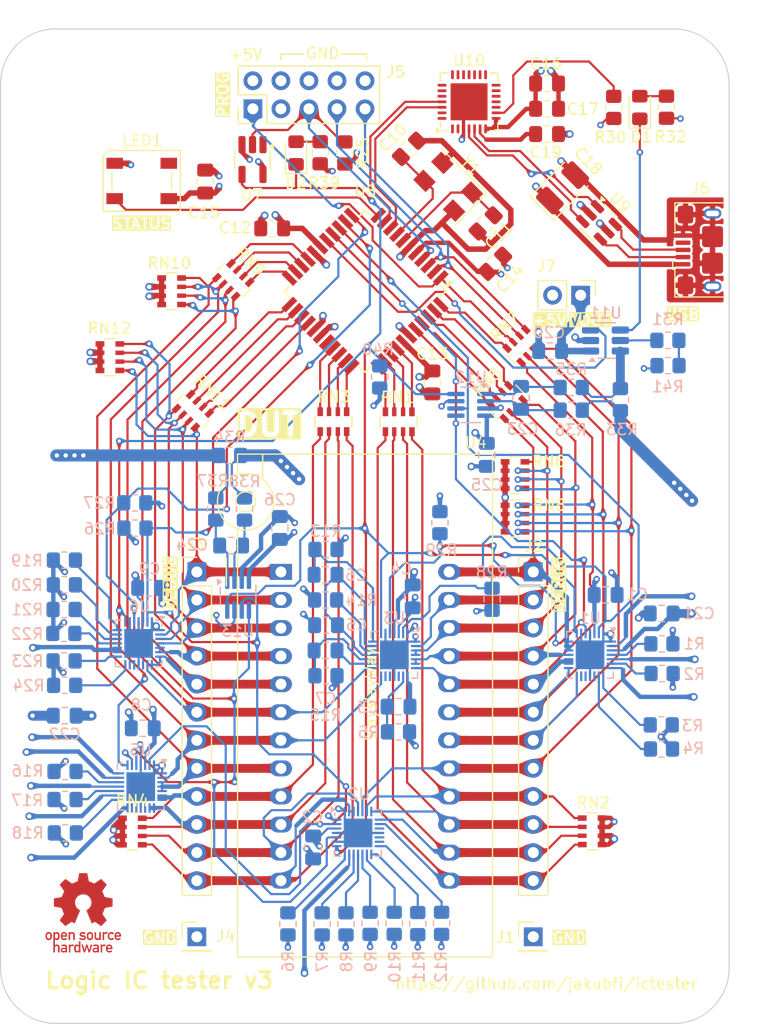
<source format=kicad_pcb>
(kicad_pcb (version 20241229) (generator "pcbnew") (generator_version "9.0")
  (layers (0 "F.Cu" signal) (4 "In1.Cu" power) (6 "In2.Cu" power) (2 "B.Cu" signal) (5 "F.SilkS" user "F.Silkscreen") (7 "B.SilkS" user "B.Silkscreen") (1 "F.Mask" user) (3 "B.Mask" user) (25 "Edge.Cuts" user))
  (net 0 "")
  (net 1 "Net-(U3-A7)")
  (net 2 "ZIF21")
  (net 3 "ZIF20")
  (net 4 "ZIF19")
  (net 5 "ZIF18")
  (net 6 "ZIF17")
  (net 7 "ZIF16")
  (net 8 "ZIF15")
  (net 9 "ZIF14")
  (net 10 "ZIF13")
  (net 11 "ZIF1")
  (net 12 "ZIF2")
  (net 13 "ZIF3")
  (net 14 "ZIF4")
  (net 15 "ZIF5")
  (net 16 "ZIF6")
  (net 17 "ZIF7")
  (net 18 "ZIF8")
  (net 19 "ZIF9")
  (net 20 "ZIF10")
  (net 21 "ZIF11")
  (net 22 "ZIF12")
  (net 23 "Net-(U3-A8)")
  (net 24 "Net-(U3-B2)")
  (net 25 "GNDUT")
  (net 26 "Net-(U3-B1)")
  (net 27 "USB_RXD")
  (net 28 "USB_TXD")
  (net 29 "SCL1")
  (net 30 "SDA1")
  (net 31 "SDA2")
  (net 32 "SCL2")
  (net 33 "VDUT")
  (net 35 "Net-(U3-B6)")
  (net 36 "Net-(U5-B5)")
  (net 37 "Net-(U6-B1)")
  (net 38 "Net-(U6-B3)")
  (net 39 "Net-(U6-B4)")
  (net 40 "Net-(U5-B7)")
  (net 41 "Net-(U5-B3)")
  (net 42 "Net-(U6-B8)")
  (net 44 "ZIF24")
  (net 45 "ZIF23")
  (net 46 "ZIF22")
  (net 47 "Net-(U6-B7)")
  (net 48 "~{SD}")
  (net 49 "Net-(U8-XTAL1)")
  (net 50 "Net-(U8-XTAL2)")
  (net 51 "Net-(U3-B5)")
  (net 52 "Net-(U2-B4)")
  (net 53 "Net-(U2-B7)")
  (net 60 "Net-(J5-Pin_1)")
  (net 61 "Net-(RN1-R4.2)")
  (net 62 "Net-(RN1-R3.2)")
  (net 63 "Net-(RN1-R2.2)")
  (net 64 "Net-(RN1-R1.2)")
  (net 65 "Net-(RN3-R4.2)")
  (net 66 "Net-(RN3-R3.2)")
  (net 67 "Net-(RN3-R2.2)")
  (net 68 "Net-(RN3-R1.2)")
  (net 70 "Net-(J5-Pin_7)")
  (net 71 "Net-(J5-Pin_9)")
  (net 72 "Net-(LED1-DIN)")
  (net 73 "Net-(RN5-R4.2)")
  (net 74 "Net-(RN5-R3.2)")
  (net 75 "Net-(RN5-R2.2)")
  (net 76 "Net-(RN5-R1.2)")
  (net 77 "GND")
  (net 78 "+5V")
  (net 79 "Net-(U2-B8)")
  (net 80 "Net-(U3-B3)")
  (net 82 "Net-(U2-B1)")
  (net 83 "Net-(U2-B6)")
  (net 84 "Net-(U2-B5)")
  (net 85 "Net-(U10-VDD)")
  (net 86 "Net-(U13-IN-)")
  (net 87 "Net-(U13-IN+)")
  (net 89 "Net-(J6-D+)")
  (net 90 "Net-(J6-D-)")
  (net 91 "Net-(U1-A3)")
  (net 92 "Net-(U1-A5)")
  (net 93 "Net-(U1-A7)")
  (net 94 "Net-(U1-A8)")
  (net 97 "Net-(U2-B3)")
  (net 98 "Net-(U6-B2)")
  (net 99 "Net-(U12-IN-)")
  (net 100 "Net-(RN7-R1.2)")
  (net 101 "Net-(RN9-R2.2)")
  (net 102 "Net-(RN9-R4.2)")
  (net 103 "Net-(RN9-R3.2)")
  (net 104 "Net-(RN9-R1.2)")
  (net 105 "Net-(RN11-R1.2)")
  (net 106 "Net-(RN11-R2.2)")
  (net 107 "Net-(RN11-R4.2)")
  (net 108 "Net-(RN11-R3.2)")
  (net 114 "Net-(U12-IN+)")
  (net 115 "Net-(U10-~{RST})")
  (net 118 "Net-(U11-ILIM)")
  (net 119 "Net-(U10-D-)")
  (net 120 "Net-(U10-D+)")
  (net 135 "Net-(D1-A)")
  (net 136 "Net-(J5-Pin_5)")
  (net 138 "Net-(J7-Pin_1)")
  (net 143 "Net-(U11-OUT)")
  (net 144 "Net-(D1-K)")
  (net 145 "Net-(D2-A)")
  (net 146 "VDUT_EN")
  (net 147 "Net-(R31-Pad2)")
  (net 148 "/MCU/GNDOSC")
  (footprint "Resistor_SMD:R_Array_Convex_4x0603" (layer "F.Cu") (at 163.068 90.551 90)
    (property "Reference" "RN1")
    (property "Value" "120")
  )
  (footprint "Capacitor_SMD:C_0805_2012Metric_Pad1.18x1.45mm_HandSolder" (layer "F.Cu") (at 164 65.85 45)
    (property "Reference" "C10")
    (property "Value" "22p")
  )
  (footprint "Resistor_SMD:R_0805_2012Metric_Pad1.20x1.40mm_HandSolder" (layer "F.Cu") (at 155.956 66.2084 90)
    (property "Reference" "R39")
    (property "Value" "1k0")
  )
  (footprint "LED_SMD:LED_0805_2012Metric_Pad1.15x1.40mm_HandSolder" (layer "F.Cu") (at 153.7716 66.234201 90)
    (property "Reference" "D2")
    (property "Value" "ORANGE")
  )
  (footprint "Resistor_SMD:R_0805_2012Metric_Pad1.20x1.40mm_HandSolder" (layer "F.Cu") (at 182.55 62.1 90)
    (property "Reference" "R30")
    (property "Value" "4k7")
  )
  (footprint "Crystal:Crystal_SMD_Abracon_ABM3C-4Pin_5.0x3.2mm" (layer "F.Cu") (at 167.556676 69.28033 135)
    (property "Reference" "Y1")
    (property "Value" "20MHz")
  )
  (footprint "Resistor_SMD:R_Array_Convex_4x0603" (layer "F.Cu") (at 180.594 127.616 180)
    (property "Reference" "RN2")
    (property "Value" "1M")
  )
  (footprint "Capacitor_SMD:C_0805_2012Metric_Pad1.18x1.45mm_HandSolder" (layer "F.Cu") (at 166.116 86.9911 90)
    (property "Reference" "C13")
    (property "Value" "100n")
  )
  (footprint "LED_SMD:LED_0805_2012Metric_Pad1.15x1.40mm_HandSolder" (layer "F.Cu") (at 184.912 62.111999 90)
    (property "Reference" "D1")
    (property "Value" "RED")
  )
  (footprint "Resistor_SMD:R_Array_Convex_4x0603" (layer "F.Cu") (at 157.156 90.54 90)
    (property "Reference" "RN3")
    (property "Value" "120")
  )
  (footprint "Capacitor_Tantalum_SMD:CP_EIA-3528-21_Kemet-B_Pad1.50x2.35mm_HandSolder" (layer "F.Cu") (at 177.911 69.385001 45)
    (property "Reference" "C18")
    (property "Value" "10u")
  )
  (footprint "Capacitor_SMD:C_0805_2012Metric_Pad1.18x1.45mm_HandSolder" (layer "F.Cu") (at 170.95 72.6 45)
    (property "Reference" "C11")
    (property "Value" "22p")
  )
  (footprint "Capacitor_SMD:C_0805_2012Metric_Pad1.18x1.45mm_HandSolder" (layer "F.Cu") (at 176.5085 62.23)
    (property "Reference" "C17")
    (property "Value" "100n")
  )
  (footprint "Resistor_SMD:R_Array_Convex_4x0603" (layer "F.Cu") (at 173.609 99.314)
    (property "Reference" "RN8")
    (property "Value" "1M")
  )
  (footprint "Resistor_SMD:R_0805_2012Metric_Pad1.20x1.40mm_HandSolder" (layer "F.Cu") (at 187.325 62.087 90)
    (property "Reference" "R32")
    (property "Value" "1k0")
  )
  (footprint "Resistor_SMD:R_0805_2012Metric_Pad1.20x1.40mm_HandSolder" (layer "F.Cu") (at 158.1912 66.2272 90)
    (property "Reference" "R25")
    (property "Value" "10k")
  )
  (footprint "Capacitor_SMD:C_0805_2012Metric_Pad1.18x1.45mm_HandSolder" (layer "F.Cu") (at 176.5085 59.944)
    (property "Reference" "C16")
    (property "Value" "1u")
  )
  (footprint "Connector_PinHeader_2.54mm:PinHeader_1x01_P2.54mm_Vertical" (layer "F.Cu") (at 144.78 137.16)
    (property "Reference" "J4")
    (property "Value" "Conn_01x01_Pin")
  )
  (footprint "Socket:DIP_Socket-24_W11.9_W12.7_W15.24_W17.78_W18.5_3M_224-1275-00-0602J" (layer "F.Cu") (at 152.4 104.14)
    (property "Reference" "U4")
    (property "Value" "ZIF24")
  )
  (footprint "Connector_USB:USB_Micro-B_Amphenol_10118193-0001LF_Horizontal" (layer "F.Cu") (at 191.5 75 90)
    (property "Reference" "J6")
    (property "Value" "USB_B_Micro")
  )
  (footprint "Connector_PinHeader_2.54mm:PinHeader_1x01_P2.54mm_Vertical" (layer "F.Cu") (at 175.26 137.16)
    (property "Reference" "J1")
    (property "Value" "Conn_01x01_Pin")
  )
  (footprint "Package_DFN_QFN:QFN-28-1EP_5x5mm_P0.5mm_EP3.35x3.35mm" (layer "F.Cu") (at 169.441 61.595 90)
    (property "Reference" "U10")
    (property "Value" "CP2102N")
  )
  (footprint "Capacitor_SMD:C_0805_2012Metric_Pad1.18x1.45mm_HandSolder" (layer "F.Cu") (at 171.8 76.25 -135)
    (property "Reference" "C14")
    (property "Value" "100n")
  )
  (footprint "Resistor_SMD:R_Array_Convex_4x0603" (layer "F.Cu") (at 144.426447 89.565239 45)
    (property "Reference" "RN11")
    (property "Value" "120")
  )
  (footprint "Capacitor_SMD:C_0805_2012Metric_Pad1.18x1.45mm_HandSolder" (layer "F.Cu") (at 151.6087 73.0504)
    (property "Reference" "C12")
    (property "Value" "100n")
  )
  (footprint "NetTie:NetTie-2_SMD_Pad0.5mm" (layer "F.Cu") (at 166.624 72.898 45)
    (property "Reference" "NT1" (hide yes))
    (property "Value" "NetTie_2" (hide yes))
  )
  (footprint "Resistor_SMD:R_Array_Convex_4x0603" (layer "F.Cu") (at 173.609 95.377)
    (property "Reference" "RN6")
    (property "Value" "1M")
  )
  (footprint "Package_TO_SOT_SMD:SOT-23-5_HandSoldering" (layer "F.Cu") (at 149.8244 66.8236 -90)
    (property "Reference" "U7")
    (property "Value" "74LVC1G07")
  )
  (footprint "Capacitor_SMD:C_0805_2012Metric_Pad1.18x1.45mm_HandSolder" (layer "F.Cu") (at 176.5085 64.516)
    (property "Reference" "C19")
    (property "Value" "100n")
  )
  (footprint "Connector_PinHeader_2.54mm:PinHeader_1x02_P2.54mm_Vertical" (layer "F.Cu") (at 179.55 79.1 -90)
    (property "Reference" "J7")
    (property "Value" "Conn_02x01")
  )
  (footprint "Connector_PinHeader_2.54mm:PinHeader_1x12_P2.54mm_Vertical" (layer "F.Cu") (at 144.78 104.14)
    (property "Reference" "J3")
    (property "Value" "Conn_01x12_Pin")
  )
  (footprint "Resistor_SMD:R_Array_Convex_4x0603" (layer "F.Cu") (at 172.847 88.773 135)
    (property "Reference" "RN5")
    (property "Value" "120")
  )
  (footprint "Resistor_SMD:R_Array_Convex_4x0603" (layer "F.Cu") (at 174.371 83.693 135)
    (property "Reference" "RN7")
    (property "Value" "120")
  )
  (footprint "Package_QFP:TQFP-44_10x10mm_P0.8mm" (layer "F.Cu") (at 160.02 78.74 -135)
    (property "Reference" "U8")
    (property "Value" "ATmega1284-A")
  )
  (footprint "Resistor_SMD:R_Array_Convex_4x0603" (layer "F.Cu") (at 148.082 77.724 45)
    (property "Reference" "RN9")
    (property "Value" "120")
  )
  (footprint "LED_SMD:LED_Inolux_IN-PI554FCH_PLCC4_5.0x5.0mm_P3.2mm" (layer "F.Cu") (at 139.79 68.758)
    (property "Reference" "LED1")
    (property "Value" "Inolux_IN-PI554FCH")
  )
  (footprint "Capacitor_SMD:C_0805_2012Metric_Pad1.18x1.45mm_HandSolder" (layer "F.Cu") (at 145.542 68.8125 90)
    (property "Reference" "C15")
    (property "Value" "100n")
  )
  (footprint "Connector_PinHeader_2.54mm:PinHeader_1x12_P2.54mm_Vertical" (layer "F.Cu") (at 175.26 104.14)
    (property "Reference" "J2")
    (property "Value" "Conn_01x12_Pin")
  )
  (footprint "Resistor_SMD:R_Array_Convex_4x0603" (layer "F.Cu") (at 136.906 84.709 180)
    (property "Reference" "RN12")
    (property "Value" "1M")
  )
  (footprint "Package_TO_SOT_SMD:SOT-23-6" (layer "F.Cu") (at 181.213 72.560001 -45)
    (property "Reference" "U9")
    (property "Value" "USBLC6-2SC6")
  )
  (footprint "Connector_PinHeader_2.54mm:PinHeader_2x05_P2.54mm_Vertical" (layer "F.Cu") (at 149.86 62.23 90)
    (property "Reference" "J5")
    (property "Value" "Conn_02x05_Odd_Even")
  )
  (footprint "Resistor_SMD:R_Array_Convex_4x0603" (layer "F.Cu") (at 142.494 78.74 180)
    (property "Reference" "RN10")
    (property "Value" "1M")
  )
  (footprint "Resistor_SMD:R_Array_Convex_4x0603" (layer "F.Cu") (at 138.938 127.635)
    (property "Reference" "RN4")
    (property "Value" "1M")
  )
  (footprint "Resistor_SMD:R_0805_2012Metric_Pad1.20x1.40mm_HandSolder" (layer "B.Cu") (at 161.35 86.5 90)
    (property "Reference" "R40")
    (property "Value" "4k7")
  )
  (footprint "Capacitor_SMD:C_0805_2012Metric_Pad1.18x1.45mm_HandSolder" (layer "B.Cu") (at 171.05 93.55 -90)
    (property "Reference" "C25")
    (property "Value" "100n")
  )
  (footprint "Resistor_SMD:R_0805_2012Metric_Pad1.20x1.40mm_HandSolder" (layer "B.Cu") (at 156.48 113.538 180)
    (property "Reference" "R15")
    (property "Value" "4k7")
  )
  (footprint "Resistor_SMD:R_0805_2012Metric_Pad1.20x1.40mm_HandSolder" (layer "B.Cu") (at 166.9542 135.9408 -90)
    (property "Reference" "R12")
    (property "Value" "4k7")
  )
  (footprint "Resistor_SMD:R_0805_2012Metric_Pad1.20x1.40mm_HandSolder" (layer "B.Cu") (at 186.928 113.3348)
    (property "Reference" "R2")
    (property "Value" "4k7")
  )
  (footprint "Resistor_SMD:R_0805_2012Metric_Pad1.20x1.40mm_HandSolder" (layer "B.Cu") (at 139.1572 97.8916 180)
    (property "Reference" "R27")
    (property "Value" "4k7")
  )
  (footprint "Capacitor_SMD:C_0805_2012Metric_Pad1.18x1.45mm_HandSolder" (layer "B.Cu") (at 132.8125 117.15)
    (property "Reference" "C22")
    (property "Value" "1u")
  )
  (footprint "Resistor_SMD:R_0805_2012Metric_Pad1.20x1.40mm_HandSolder" (layer "B.Cu") (at 132.842 124.7394 180)
    (property "Reference" "R17")
    (property "Value" "4k7")
  )
  (footprint "Resistor_SMD:R_0805_2012Metric_Pad1.20x1.40mm_HandSolder" (layer "B.Cu") (at 132.8072 114.4016 180)
    (property "Reference" "R24")
    (property "Value" "4k7")
  )
  (footprint "Resistor_SMD:R_0805_2012Metric_Pad1.20x1.40mm_HandSolder" (layer "B.Cu") (at 162.6616 135.9408 -90)
    (property "Reference" "R10")
    (property "Value" "4k7")
  )
  (footprint "Capacitor_SMD:C_0805_2012Metric_Pad1.18x1.45mm_HandSolder" (layer "B.Cu") (at 181.8171 106.2228)
    (property "Reference" "C1")
    (property "Value" "100n")
  )
  (footprint "Resistor_SMD:R_0805_2012Metric_Pad1.20x1.40mm_HandSolder" (layer "B.Cu") (at 160.4772 135.9408 -90)
    (property "Reference" "R9")
    (property "Value" "4k7")
  )
  (footprint "Package_DFN_QFN:QFN-28-1EP_4x4mm_P0.4mm_EP2.6x2.6mm" (layer "B.Cu") (at 139.5072 110.6066 180)
    (property "Reference" "U6")
    (property "Value" "MAX14662")
  )
  (footprint "Resistor_SMD:R_0805_2012Metric_Pad1.20x1.40mm_HandSolder" (layer "B.Cu") (at 132.7818 103.0732 180)
    (property "Reference" "R19")
    (property "Value" "4k7")
  )
  (footprint "Capacitor_SMD:C_0805_2012Metric_Pad1.18x1.45mm_HandSolder" (layer "B.Cu") (at 156.4855 108.966)
    (property "Reference" "C5")
    (property "Value" "470p")
  )
  (footprint "Resistor_SMD:R_0805_2012Metric_Pad1.20x1.40mm_HandSolder" (layer "B.Cu") (at 178.7 89.5 180)
    (property "Reference" "R36")
    (property "Value" "47")
  )
  (footprint "Resistor_SMD:R_0805_2012Metric_Pad1.20x1.40mm_HandSolder" (layer "B.Cu") (at 156.448 106.68)
    (property "Reference" "R14")
    (property "Value" "4k7")
  )
  (footprint "Resistor_SMD:R_0805_2012Metric_Pad1.20x1.40mm_HandSolder" (layer "B.Cu") (at 132.8674 127.762 180)
    (property "Reference" "R18")
    (property "Value" "4k7")
  )
  (footprint "Resistor_SMD:R_0805_2012Metric_Pad1.20x1.40mm_HandSolder" (layer "B.Cu") (at 178.7 87.45 180)
    (property "Reference" "R35")
    (property "Value" "47")
  )
  (footprint "Resistor_SMD:R_0805_2012Metric_Pad1.20x1.40mm_HandSolder" (layer "B.Cu") (at 186.9092 110.65)
    (property "Reference" "R1")
    (property "Value" "4k7")
  )
  (footprint "Capacitor_SMD:C_0805_2012Metric_Pad1.18x1.45mm_HandSolder" (layer "B.Cu") (at 147.8875 101.75)
    (property "Reference" "C24")
    (property "Value" "100n")
  )
  (footprint "Resistor_SMD:R_0805_2012Metric_Pad1.20x1.40mm_HandSolder" (layer "B.Cu") (at 164.7952 135.9662 -90)
    (property "Reference" "R11")
    (property "Value" "4k7")
  )
  (footprint "Resistor_SMD:R_0805_2012Metric_Pad1.20x1.40mm_HandSolder" (layer "B.Cu") (at 132.7564 107.5436 180)
    (property "Reference" "R21")
    (property "Value" "4k7")
  )
  (footprint "Resistor_SMD:R_0805_2012Metric_Pad1.20x1.40mm_HandSolder" (layer "B.Cu") (at 139.176 100.1776)
    (property "Reference" "R26")
    (property "Value" "4k7")
  )
  (footprint "Capacitor_SMD:C_0805_2012Metric_Pad1.18x1.45mm_HandSolder" (layer "B.Cu") (at 155.321 129.0789 -90)
    (property "Reference" "C2")
    (property "Value" "100n")
  )
  (footprint "Capacitor_SMD:C_0805_2012Metric_Pad1.18x1.45mm_HandSolder" (layer "B.Cu") (at 174.15 88.3875 -90)
    (property "Reference" "C23")
    (property "Value" "100n")
  )
  (footprint "Capacitor_SMD:C_0805_2012Metric_Pad1.18x1.45mm_HandSolder" (layer "B.Cu") (at 140.4581 105.5878)
    (property "Reference" "C9")
    (property "Value" "100n")
  )
  (footprint "Resistor_SMD:R_0805_2012Metric_Pad1.20x1.40mm_HandSolder" (layer "B.Cu") (at 186.8518 117.983)
    (property "Reference" "R3")
    (property "Value" "4k7")
  )
  (footprint "Resistor_SMD:R_0805_2012Metric_Pad1.20x1.40mm_HandSolder" (layer "B.Cu") (at 146.5 98.45 -90)
    (property "Reference" "R37")
    (property "Value" "47")
  )
  (footprint "Resistor_SMD:R_0805_2012Metric_Pad1.20x1.40mm_HandSolder" (layer "B.Cu") (at 158.2928 135.9916 -90)
    (property "Reference" "R8")
    (property "Value" "4k7")
  )
  (footprint "Capacitor_SMD:C_0805_2012Metric_Pad1.18x1.45mm_HandSolder" (layer "B.Cu") (at 186.8875 107.9 180)
    (property "Reference" "C21")
    (property "Value" "1u")
  )
  (footprint "Resistor_SMD:R_0805_2012Metric_Pad1.20x1.40mm_HandSolder" (layer "B.Cu") (at 163.052 118.618)
    (property "Reference" "R5")
    (property "Value" "4k7")
  )
  (footprint "Capacitor_SMD:C_0805_2012Metric_Pad1.18x1.45mm_HandSolder" (layer "B.Cu") (at 156.4425 111.252)
    (property "Reference" "C7")
    (property "Value" "470p")
  )
  (footprint "Package_TO_SOT_SMD:SOT-23-6_Handsoldering" (layer "B.Cu") (at 181.8 83.2)
    (property "Reference" "U11")
    (property "Value" "TPS2553")
  )
  (footprint "Resistor_SMD:R_0805_2012Metric_Pad1.20x1.40mm_HandSolder" (layer "B.Cu") (at 132.731 109.7026 180)
    (property "Reference" "R22")
    (property "Value" "4k7")
  )
  (footprint "Package_DFN_QFN:QFN-28-1EP_4x4mm_P0.4mm_EP2.6x2.6mm" (layer "B.Cu") (at 139.7 123.571 180)
    (property "Reference" "U5")
    (property "Value" "MAX14662")
  )
  (footprint "Resistor_SMD:R_0805_2012Metric_Pad1.20x1.40mm_HandSolder" (layer "B.Cu") (at 166.8018 99.6856 -90)
    (property "Reference" "R29")
    (property "Value" "4k7")
  )
  (footprint "Capacitor_SMD:C_0805_2012Metric_Pad1.18x1.45mm_HandSolder" (layer "B.Cu") (at 163.052 116.332 180)
    (property "Reference" "C3")
    (property "Value" "470p")
  )
  (footprint "Capacitor_SMD:C_0805_2012Metric_Pad1.18x1.45mm_HandSolder" (layer "B.Cu") (at 139.8817 118.2878 180)
    (property "Reference" "C8")
    (property "Value" "100n")
  )
  (footprint "Package_DFN_QFN:QFN-28-1EP_4x4mm_P0.4mm_EP2.6x2.6mm" (layer "B.Cu") (at 159.385 127.762 -90)
    (property "Reference" "U2")
    (property "Value" "MAX14662")
  )
  (footprint "Capacitor_SMD:C_0805_2012Metric_Pad1.18x1.45mm_HandSolder" (layer "B.Cu") (at 176.7875 84.15 180)
    (property "Reference" "C20")
    (property "Value" "100n")
  )
  (footprint "Package_TO_SOT_SMD:SOT-23-8_Handsoldering" (layer "B.Cu") (at 148.52 106.25 -90)
    (property "Reference" "U13")
    (property "Value" "INA236")
  )
  (footprint "Resistor_SMD:R_0805_2012Metric_Pad1.20x1.40mm_HandSolder" (layer "B.Cu") (at 187.452 83.185)
    (property "Reference" "R31")
    (property "Value" "133k")
  )
  (footprint "Resistor_SMD:R_0805_2012Metric_Pad1.20x1.40mm_HandSolder" (layer "B.Cu") (at 149.1 98.45 -90)
    (property "Reference" "R38")
    (property "Value" "47")
  )
  (footprint "Resistor_SMD:R_0805_2012Metric_Pad1.20x1.40mm_HandSolder" (layer "B.Cu") (at 147.75 93.6 180)
    (property "Reference" "R34")
    (property "Value" "200m")
  )
  (footprint "Package_DFN_QFN:QFN-28-1EP_4x4mm_P0.4mm_EP2.6x2.6mm" (layer "B.Cu") (at 180.4012 111.6434 180)
    (property "Reference" "U1")
    (property "Value" "MAX14662")
  )
  (footprint "Capacitor_SMD:C_0805_2012Metric_Pad1.18x1.45mm_HandSolder" (layer "B.Cu") (at 152.3 100.1625 90)
    (property "Reference" "C26")
    (property "Value" "100n")
  )
  (footprint "Resistor_SMD:R_0805_2012Metric_Pad1.20x1.40mm_HandSolder" (layer "B.Cu") (at 156.1338 135.9916 -90)
    (property "Reference" "R7")
    (property "Value" "4k7")
  )
  (footprint "Package_TO_SOT_SMD:SOT-23-8_Handsoldering" (layer "B.Cu") (at 169.6 89.02 180)
    (property "Reference" "U12")
    (property "Value" "INA236")
  )
  (footprint "Resistor_SMD:R_0805_2012Metric_Pad1.20x1.40mm_HandSolder" (layer "B.Cu") (at 183.15 88.55 -90)
    (property "Reference" "R33")
    (property "Value" "200m")
  )
  (footprint "Resistor_SMD:R_0805_2012Metric_Pad1.20x1.40mm_HandSolder" (layer "B.Cu") (at 171.5262 106.6198 90)
    (property "Reference" "R28")
    (property "Value" "4k7")
  )
  (footprint "Package_DFN_QFN:QFN-28-1EP_4x4mm_P0.4mm_EP2.6x2.6mm" (layer "B.Cu") (at 162.672 111.648 180)
    (property "Reference" "U3")
    (property "Value" "MAX14662")
  )
  (footprint "Resistor_SMD:R_0805_2012Metric_Pad1.20x1.40mm_HandSolder" (layer "B.Cu") (at 187.468 85.471 180)
    (property "Reference" "R41")
    (property "Value" "0")
  )
  (footprint "Capacitor_SMD:C_0805_2012Metric_Pad1.18x1.45mm_HandSolder" (layer "B.Cu") (at 156.4425 104.394)
    (property "Reference" "C6")
    (property "Value" "470p")
  )
  (footprint "Resistor_SMD:R_0805_2012Metric_Pad1.20x1.40mm_HandSolder" (layer "B.Cu") (at 153.035 135.9916 -90)
    (property "Reference" "R6")
    (property "Value" "4k7")
  )
  (footprint "Resistor_SMD:R_0805_2012Metric_Pad1.20x1.40mm_HandSolder" (layer "B.Cu") (at 186.8772 120.1674)
    (property "Reference" "R4")
    (property "Value" "4k7")
  )
  (footprint "Capacitor_SMD:C_0805_2012Metric_Pad1.18x1.45mm_HandSolder" (layer "B.Cu") (at 164.338 106.3537 90)
    (property "Reference" "C4")
    (property "Value" "100n")
  )
  (footprint "Resistor_SMD:R_0805_2012Metric_Pad1.20x1.40mm_HandSolder" (layer "B.Cu") (at 132.7564 112.1918 180)
    (property "Reference" "R23")
    (property "Value" "4k7")
  )
  (footprint "Resistor_SMD:R_0805_2012Metric_Pad1.20x1.40mm_HandSolder" (layer "B.Cu") (at 132.7818 105.3084 180)
    (property "Reference" "R20")
    (property "Value" "4k7")
  )
  (footprint "Resistor_SMD:R_0805_2012Metric_Pad1.20x1.40mm_HandSolder" (layer "B.Cu") (at 156.48 102.108 180)
    (property "Reference" "R13")
    (property "Value" "4k7")
  )
  (footprint "Resistor_SMD:R_0805_2012Metric_Pad1.20x1.40mm_HandSolder" (layer "B.Cu") (at 132.842 122.1994 180)
    (property "Reference" "R16")
    (property "Value" "4k7")
  )
  (gr_poly (pts (xy 136.584155 136.729993) (xy 136.594626 136.73072) (xy 136.60488 136.731916) (xy 136.614926 136.733568) (xy 136.624773 136.735666) (xy 136.634429 136.738195) (xy 136.643904 136.741145) (xy 136.653205 136.744502) (xy 136.662343 136.748255) (xy 136.671325 136.75239) (xy 136.68016 136.756897) (xy 136.688858 136.761761) (xy 136.697426 136.766972) (xy 136.705874 136.772516) (xy 136.714211 136.778382) (xy 136.722445 136.784557) (xy 136.618424 136.908263) (xy 136.612209 136.903703) (xy 136.606193 136.899496) (xy 136.600342 136.895634) (xy 136.594623 136.89211) (xy 136.589003 136.888915) (xy 136.583449 136.88604) (xy 136.577928 136.883478) (xy 136.572406 136.881221) (xy 136.566851 136.87926) (xy 136.56123 136.877587) (xy 136.555508 136.876194) (xy 136.549654 136.875072) (xy 136.543634 136.874215) (xy 136.537414 136.873612) (xy 136.530963 136.873256) (xy 136.524245 136.87314) (xy 136.511093 136.87367) (xy 136.498075 136.875275) (xy 136.48529 136.877975) (xy 136.472835 136.881791) (xy 136.466763 136.884124) (xy 136.460811 136.886743) (xy 136.45499 136.889652) (xy 136.449314 136.892853) (xy 136.443795 136.896348) (xy 136.438445 136.90014) (xy 136.433276 136.904231) (xy 136.428301 136.908625) (xy 136.423532 136.913324) (xy 136.418981 136.91833) (xy 136.414661 136.923646) (xy 136.410584 136.929274) (xy 136.406763 136.935217) (xy 136.403209 136.941478) (xy 136.399935 136.94806) (xy 136.396953 136.954964) (xy 136.394276 136.962193) (xy 136.391916 136.96975) (xy 136.389885 136.977638) (xy 136.388196 136.985859) (xy 136.38686 136.994416) (xy 136.385891 137.003311) (xy 136.385301 137.012547) (xy 136.385101 137.022127) (xy 136.385101 137.450791) (xy 136.24171 137.450791) (xy 136.24171 136.738202) (xy 136.385101 136.738202) (xy 136.385101 136.814085) (xy 136.38788 136.814085) (xy 136.39654 136.803876) (xy 136.405652 136.794326) (xy 136.415201 136.785433) (xy 136.425175 136.777199) (xy 136.435563 136.769622) (xy 136.44635 136.762704) (xy 136.457525 136.756444) (xy 136.469075 136.750843) (xy 136.480987 136.7459) (xy 136.493249 136.741615) (xy 136.505848 136.73799) (xy 136.518772 136.735023) (xy 136.532007 136.732716) (xy 136.545542 136.731067) (xy 136.559363 136.730078) (xy 136.573458 136.729748)) (stroke (width -0.000001)) (fill yes) (layer "F.Cu"))
  (gr_poly (pts (xy 134.60095 138.362769) (xy 134.603767 138.362769) (xy 134.765375 137.863818) (xy 134.869396 137.863818) (xy 135.031003 138.362769) (xy 135.033901 138.362769) (xy 135.170148 137.863818) (xy 135.321992 137.863818) (xy 135.094345 138.576408) (xy 134.967781 138.576408) (xy 134.818794 138.077416) (xy 134.815976 138.077416) (xy 134.66699 138.576408) (xy 134.540505 138.576408) (xy 134.312818 137.863818) (xy 134.464583 137.863818)) (stroke (width -0.000001)) (fill yes) (layer "F.Cu"))
  (gr_poly (pts (xy 135.658622 137.16266) (xy 135.658798 137.17163) (xy 135.65932 137.180358) (xy 135.660183 137.188843) (xy 135.661378 137.197081) (xy 135.662898 137.205069) (xy 135.664737 137.212804) (xy 135.666886 137.220284) (xy 135.669339 137.227506) (xy 135.672089 137.234466) (xy 135.675127 137.241162) (xy 135.678448 137.247592) (xy 135.682043 137.253751) (xy 135.685906 137.259638) (xy 135.69003 137.26525) (xy 135.694406 137.270583) (xy 135.699029 137.275635) (xy 135.70389 137.280402) (xy 135.708982 137.284883) (xy 135.714299 137.289075) (xy 135.719833 137.292973) (xy 135.725577 137.296576) (xy 135.731523 137.299881) (xy 135.737665 137.302885) (xy 135.743995 137.305584) (xy 135.750506 137.307977) (xy 135.757191 137.31006) (xy 135.764042 137.31183) (xy 135.771053 137.313285) (xy 135.778216 137.314422) (xy 135.785523 137.315237) (xy 135.792968 137.315728) (xy 135.800544 137.315893) (xy 135.808001 137.315728) (xy 135.815335 137.315237) (xy 135.822538 137.314422) (xy 135.829603 137.313285) (xy 135.836523 137.31183) (xy 135.84329 137.31006) (xy 135.849897 137.307977) (xy 135.856336 137.305584) (xy 135.8626 137.302885) (xy 135.868681 137.299881) (xy 135.874572 137.296576) (xy 135.880265 137.292973) (xy 135.885754 137.289075) (xy 135.891029 137.284883) (xy 135.896085 137.280402) (xy 135.900914 137.275635) (xy 135.905507 137.270583) (xy 135.909859 137.26525) (xy 135.91396 137.259638) (xy 135.917804 137.253751) (xy 135.921384 137.247592) (xy 135.924691 137.241162) (xy 135.927719 137.234466) (xy 135.93046 137.227506) (xy 135.932906 137.220284) (xy 135.93505 137.212804) (xy 135.936885 137.205069) (xy 135.938403 137.197081) (xy 135.939597 137.188843) (xy 135.940459 137.180358) (xy 135.940981 137.17163) (xy 135.941157 137.16266) (xy 135.941157 136.738201) (xy 136.084468 136.738201) (xy 136.084468 137.45087) (xy 135.941157 137.45087) (xy 135.941157 137.374908) (xy 135.938379 137.374908) (xy 135.929719 137.385116) (xy 135.92061 137.394667) (xy 135.911067 137.403559) (xy 135.901106 137.411794) (xy 135.890741 137.41937) (xy 135.879986 137.426288) (xy 135.868856 137.432548) (xy 135.857367 137.43815) (xy 135.845532 137.443093) (xy 135.833367 137.447377) (xy 135.820887 137.451002) (xy 135.808106 137.453969) (xy 135.795039 137.456276) (xy 135.7817 137.457925) (xy 135.768105 137.458914) (xy 135.754269 137.459244) (xy 135.743691 137.458993) (xy 135.733056 137.458241) (xy 135.71172 137.455244) (xy 135.690465 137.450267) (xy 135.679933 137.44704) (xy 135.669498 137.443324) (xy 135.659187 137.43912) (xy 135.649025 137.434429) (xy 135.639037 137.429255) (xy 135.629251 137.423598) (xy 135.619691 137.41746) (xy 135.610383 137.410843) (xy 135.601353 137.403749) (xy 135.592626 137.39618) (xy 135.584229 137.388138) (xy 135.576187 137.379624) (xy 135.568526 137.37064) (xy 135.561272 137.361188) (xy 135.55445 137.35127) (xy 135.548086 137.340887) (xy 135.542206 137.330042) (xy 135.536836 137.318735) (xy 135.532001 137.30697) (xy 135.527727 137.294748) (xy 135.52404 137.28207) (xy 135.520966 137.268938) (xy 135.51853 137.255355) (xy 135.516758 137.241321) (xy 135.515676 137.22684) (xy 135.51531 137.211912) (xy 135.51531 136.738201) (xy 135.658622 136.738201)) (stroke (width -0.000001)) (fill yes) (layer "F.Cu"))
  (gr_poly (pts (xy 135.642322 137.856071) (xy 135.67322 137.858246) (xy 135.702642 137.861973) (xy 135.716769 137.864445) (xy 135.73049 137.867337) (xy 135.743794 137.87066) (xy 135.756668 137.874423) (xy 135.7691 137.878637) (xy 135.781078 137.883314) (xy 135.79259 137.888463) (xy 135.803623 137.894095) (xy 135.814167 137.900221) (xy 135.824207 137.90685) (xy 135.833734 137.913994) (xy 135.842733 137.921664) (xy 135.851193 137.929869) (xy 135.859103 137.93862) (xy 135.866449 137.947928) (xy 135.873221 137.957804) (xy 135.879404 137.968257) (xy 135.884989 137.979298) (xy 135.889962 137.990939) (xy 135.894311 138.003189) (xy 135.898024 138.016059) (xy 135.901089 138.029559) (xy 135.903494 138.043701) (xy 135.905227 138.058494) (xy 135.906276 138.073949) (xy 135.906628 138.090077) (xy 135.906628 138.576408) (xy 135.763198 138.576408) (xy 135.763198 138.513146) (xy 135.76042 138.513146) (xy 135.754645 138.522068) (xy 135.748368 138.530369) (xy 135.741546 138.538054) (xy 135.734139 138.54513) (xy 135.726105 138.551604) (xy 135.717404 138.557482) (xy 135.707996 138.562769) (xy 135.697837 138.567474) (xy 135.686889 138.571601) (xy 135.67511 138.575157) (xy 135.662458 138.578149) (xy 135.648894 138.580582) (xy 135.634375 138.582464) (xy 135.618861 138.5838) (xy 135.602311 138.584597) (xy 135.584683 138.584862) (xy 135.569988 138.584588) (xy 135.555683 138.583774) (xy 135.541776 138.582432) (xy 135.52827 138.580573) (xy 135.515171 138.57821) (xy 135.502483 138.575355) (xy 135.490212 138.572019) (xy 135.478362 138.568213) (xy 135.466938 138.563951) (xy 135.455945 138.559243) (xy 135.445388 138.554102) (xy 135.435271 138.548539) (xy 135.425601 138.542567) (xy 135.416381 138.536197) (xy 135.407617 138.52944) (xy 135.399313 138.522309) (xy 135.391474 138.514816) (xy 135.384106 138.506972) (xy 135.377213 138.49879) (xy 135.370799 138.49028) (xy 135.364871 138.481456) (xy 135.359433 138.472328) (xy 135.354489 138.462909) (xy 135.350045 138.45321) (xy 135.346105 138.443244) (xy 135.342675 138.433022) (xy 135.339759 138.422555) (xy 135.337362 138.411857) (xy 135.335489 138.400938) (xy 135.334145 138.389811) (xy 135.333336 138.378486) (xy 135.333065 138.366977) (xy 135.333217 138.359952) (xy 135.468081 138.359952) (xy 135.468532 138.36883) (xy 135.469903 138.377524) (xy 135.472226 138.385981) (xy 135.475531 138.394146) (xy 135.477561 138.398103) (xy 135.479849 138.401966) (xy 135.482398 138.405731) (xy 135.485212 138.409388) (xy 135.488294 138.412933) (xy 135.491649 138.416358) (xy 135.49528 138.419657) (xy 135.499191 138.422822) (xy 135.503387 138.425848) (xy 135.50787 138.428727) (xy 135.512645 138.431452) (xy 135.517716 138.434018) (xy 135.523086 138.436417) (xy 135.528759 138.438642) (xy 135.53474 138.440688) (xy 135.541031 138.442546) (xy 135.554563 138.445676) (xy 135.569384 138.447978) (xy 135.585526 138.449399) (xy 135.603019 138.449884) (xy 135.624505 138.449715) (xy 135.644201 138.449125) (xy 135.662165 138.447987) (xy 135.67845 138.446176) (xy 135.685981 138.444979) (xy 135.693113 138.443567) (xy 135.699854 138.441923) (xy 135.70621 138.440033) (xy 135.712188 138.43788) (xy 135.717796 138.435448) (xy 135.723039 138.432723) (xy 135.727926 138.429688) (xy 135.732462 138.426327) (xy 135.736656 138.422626) (xy 135.740513 138.418567) (xy 135.744042 138.414136) (xy 135.747248 138.409316) (xy 135.750139 138.404093) (xy 135.752721 138.39845) (xy 135.755002 138.392371) (xy 135.756989 138.385841) (xy 135.758689 138.378844) (xy 135.760108 138.371365) (xy 135.761253 138.363387) (xy 135.762132 138.354895) (xy 135.762751 138.345873) (xy 135.763117 138.336306) (xy 135.763238 138.326178) (xy 135.763237 138.326178) (xy 135.763237 138.274148) (xy 135.591787 138.274148) (xy 135.584012 138.274246) (xy 135.5765 138.27454) (xy 135.569249 138.275025) (xy 135.562258 138.2757) (xy 135.555527 138.276562) (xy 135.549054 138.277607) (xy 135.542838 138.278834) (xy 135.536879 138.280238) (xy 135.531175 138.281817) (xy 135.525725 138.283569) (xy 135.520529 138.28549) (xy 135.515584 138.287578) (xy 135.510891 138.289829) (xy 135.506448 138.292242) (xy 135.502254 138.294812) (xy 135.498308 138.297538) (xy 135.49461 138.300417) (xy 135.491157 138.303445) (xy 135.487949 138.306619) (xy 135.484986 138.309938) (xy 135.482265 138.313398) (xy 135.479786 138.316995) (xy 135.477549 138.320729) (xy 135.475551 138.324595) (xy 135.473792 138.32859) (xy 135.472271 138.332713) (xy 135.470986 138.336959) (xy 135.469938 138.341327) (xy 135.469124 138.345812) (xy 135.468544 138.350414) (xy 135.468197 138.355128) (xy 135.468081 138.359952) (xy 135.333217 138.359952) (xy 135.333295 138.356358) (xy 135.333987 138.345852) (xy 135.335138 138.335473) (xy 135.336749 138.325237) (xy 135.338818 138.315158) (xy 135.341344 138.305251) (xy 135.344328 138.29553) (xy 135.347767 138.286011) (xy 135.351661 138.276708) (xy 135.35601 138.267635) (xy 135.360812 138.258807) (xy 135.366067 138.25024) (xy 135.371774 138.241947) (xy 135.377932 138.233943) (xy 135.384541 138.226244) (xy 135.391599 138.218863) (xy 135.399105 138.211816) (xy 135.40706 138.205117) (xy 135.415461 138.198781) (xy 135.424309 138.192822) (xy 135.433602 138.187256) (xy 135.44334 138.182097) (xy 135.453522 138.177359) (xy 135.464147 138.173058) (xy 135.475214 138.169207) (xy 135.486722 138.165822) (xy 135.498671 138.162918) (xy 135.51106 138.160509) (xy 135.523888 138.15861) (xy 135.537155 138.157235) (xy 135.550858 138.156399) (xy 135.564998 138.156117) (xy 135.763198 138.156117) (xy 135.763198 138.081624) (xy 135.762683 138.069486) (xy 135.762036 138.06379) (xy 135.761125 138.058337) (xy 135.759947 138.053126) (xy 135.7585 138.04815) (xy 135.75678 138.043409) (xy 135.754785 138.038896) (xy 135.752513 138.03461) (xy 135.749959 138.030547) (xy 135.747122 138.026702) (xy 135.743998 138.023073) (xy 135.740584 138.019655) (xy 135.736879 138.016446) (xy 135.732879 138.013442) (xy 135.728581 138.010638) (xy 135.723982 138.008032) (xy 135.719079 138.00562) (xy 135.708352 138.001364) (xy 135.696378 137.997841) (xy 135.683132 137.995023) (xy 135.668593 137.99288) (xy 135.652738 137.991385) (xy 135.635544 137.990509) (xy 135.616989 137.990224) (xy 135.603476 137.990392) (xy 135.590844 137.99091) (xy 135.579048 137.991796) (xy 135.568046 137.993068) (xy 135.562829 137.993855) (xy 135.557794 137.994744) (xy 135.552936 137.99574) (xy 135.548249 137.996844) (xy 135.543728 137.998057) (xy 135.539367 137.999384) (xy 135.535161 138.000825) (xy 135.531105 138.002383) (xy 135.527194 138.004061) (xy 135.52342 138.00586) (xy 135.519781 138.007783) (xy 135.516269 138.009833) (xy 135.51288 138.012011) (xy 135.509607 138.01432) (xy 135.506447 138.016763) (xy 135.503392 138.01934) (xy 135.500439 138.022056) (xy 135.497581 138.024911) (xy 135.494812 138.027909) (xy 135.492129 138.031051) (xy 135.489524 138.03434) (xy 135.486993 138.037778) (xy 135.484531 138.041368) (xy 135.482131 138.045112) (xy 135.369657 137.959386) (xy 135.380215 137.9457) (xy 135.391341 137.933107) (xy 135.403041 137.921579) (xy 135.415321 137.911087) (xy 135.428186 137.901601) (xy 135.441642 137.893092) (xy 135.455696 137.885531) (xy 135.470354 137.87889) (xy 135.48562 137.873139) (xy 135.501502 137.868249) (xy 135.518005 137.864191) (xy 135.535135 137.860936) (xy 135.552898 137.858455) (xy 135.571299 137.856719) (xy 135.590346 137.855699) (xy 135.610044 137.855365)) (stroke (width -0.000001)) (fill yes) (layer "F.Cu"))
  (gr_poly (pts (xy 134.236103 138.576408) (xy 134.092751 138.576408) (xy 134.092751 138.501914) (xy 134.084076 138.510943) (xy 134.074927 138.519585) (xy 134.065324 138.527814) (xy 134.055288 138.535603) (xy 134.04484 138.542924) (xy 134.034 138.549751) (xy 134.02279 138.556056) (xy 134.011228 138.561812) (xy 133.999337 138.566993) (xy 133.987137 138.571571) (xy 133.974649 138.575519) (xy 133.961892 138.57881) (xy 133.948889 138.581417) (xy 133.935659 138.583312) (xy 133.922223 138.584469) (xy 133.908601 138.584861) (xy 133.900501 138.584746) (xy 133.89254 138.584406) (xy 133.884719 138.583844) (xy 133.877038 138.583065) (xy 133.869495 138.582074) (xy 133.862092 138.580876) (xy 133.854827 138.579474) (xy 133.8477 138.577875) (xy 133.840712 138.576082) (xy 133.833861 138.574099) (xy 133.827148 138.571933) (xy 133.820572 138.569587) (xy 133.814133 138.567066) (xy 133.807831 138.564374) (xy 133.795636 138.558499) (xy 133.783984 138.551997) (xy 133.772874 138.544906) (xy 133.762304 138.537264) (xy 133.75227 138.529106) (xy 133.742772 138.520471) (xy 133.733807 138.511396) (xy 133.725372 138.501917) (xy 133.717466 138.492072) (xy 133.71041 138.482601) (xy 133.703988 138.473034) (xy 133.698177 138.463176) (xy 133.69295 138.45283) (xy 133.688284 138.441801) (xy 133.684154 138.429894) (xy 133.680535 138.416912) (xy 133.677402 138.402661) (xy 133.67473 138.386944) (xy 133.672494 138.369566) (xy 133.670671 138.350331) (xy 133.669235 138.329044) (xy 133.667424 138.27953) (xy 133.666865 138.219459) (xy 133.810216 138.219459) (xy 133.810328 138.240245) (xy 133.810781 138.260869) (xy 133.811754 138.281167) (xy 133.813422 138.300978) (xy 133.815963 138.320139) (xy 133.817616 138.329424) (xy 133.819554 138.338486) (xy 133.821799 138.347304) (xy 133.824373 138.355858) (xy 133.827297 138.364127) (xy 133.830595 138.372091) (xy 133.834289 138.37973) (xy 133.838399 138.387024) (xy 133.84295 138.393952) (xy 133.847962 138.400493) (xy 133.853457 138.406628) (xy 133.859459 138.412336) (xy 133.865989 138.417597) (xy 133.87307 138.422391) (xy 133.880722 138.426696) (xy 133.88897 138.430494) (xy 133.897834 138.433763) (xy 133.907336 138.436483) (xy 133.9175 138.438634) (xy 133.928347 138.440196) (xy 133.939899 138.441148) (xy 133.952178 138.44147) (xy 133.964331 138.441128) (xy 133.975765 138.440119) (xy 133.986501 138.438468) (xy 133.996561 138.436197) (xy 134.005968 138.433331) (xy 134.014742 138.429895) (xy 134.022907 138.425913) (xy 134.030483 138.421409) (xy 134.037493 138.416406) (xy 134.043959 138.41093) (xy 134.049902 138.405003) (xy 134.055345 138.398652) (xy 134.060308 138.391898) (xy 134.064815 138.384768) (xy 134.068887 138.377284) (xy 134.072545 138.369472) (xy 134.075813 138.361355) (xy 134.078711 138.352957) (xy 134.083486 138.335417) (xy 134.087046 138.317044) (xy 134.089567 138.298032) (xy 134.091223 138.278574) (xy 134.092189 138.258863) (xy 134.092751 138.219459) (xy 134.09264 138.200066) (xy 134.092189 138.180505) (xy 134.091223 138.160973) (xy 134.089567 138.141664) (xy 134.087046 138.122774) (xy 134.085407 138.113548) (xy 134.083486 138.1045) (xy 134.081261 138.095655) (xy 134.078711 138.087037) (xy 134.075813 138.078671) (xy 134.072545 138.070581) (xy 134.068887 138.062791) (xy 134.064815 138.055327) (xy 134.060308 138.048213) (xy 134.055345 138.041472) (xy 134.049902 138.035131) (xy 134.043959 138.029212) (xy 134.037493 138.023741) (xy 134.030483 138.018741) (xy 134.022907 138.014239) (xy 134.014742 138.010257) (xy 134.005968 138.00682) (xy 133.996561 138.003954) (xy 133.986501 138.001682) (xy 133.975765 138.000029) (xy 133.964331 137.999019) (xy 133.952178 137.998677) (xy 133.939899 137.998999) (xy 133.928347 137.999951) (xy 133.9175 138.001513) (xy 133.907336 138.003664) (xy 133.897834 138.006384) (xy 133.88897 138.009651) (xy 133.880722 138.013446) (xy 133.87307 138.017748) (xy 133.865989 138.022536) (xy 133.859459 138.027789) (xy 133.853457 138.033487) (xy 133.847962 138.03961) (xy 133.84295 138.046136) (xy 133.838399 138.053045) (xy 133.834289 138.060317) (xy 133.830595 138.067931) (xy 133.827297 138.075867) (xy 133.824373 138.084103) (xy 133.819554 138.101395) (xy 133.815963 138.119644) (xy 133.813422 138.138683) (xy 133.811754 138.158349) (xy 133.810781 138.178477) (xy 133.810216 138.219459) (xy 133.666865 138.219459) (xy 133.667 138.188222) (xy 133.667424 138.159794) (xy 133.668161 138.133979) (xy 133.669235 138.110586) (xy 133.670671 138.089419) (xy 133.672495 138.070285) (xy 133.67473 138.052991) (xy 133.677402 138.037342) (xy 133.680535 138.023146) (xy 133.682282 138.016531) (xy 133.684154 138.010208) (xy 133.686154 138.00415) (xy 133.688285 137.998334) (xy 133.690549 137.992736) (xy 133.69295 137.987331) (xy 133.698177 137.977006) (xy 133.703988 137.967163) (xy 133.71041 137.957611) (xy 133.717466 137.948155) (xy 133.725372 137.938296) (xy 133.733807 137.928808) (xy 133.742772 137.919726) (xy 133.75227 137.911087) (xy 133.762304 137.902928) (xy 133.772874 137.895285) (xy 133.783984 137.888197) (xy 133.795636 137.881698) (xy 133.807831 137.875826) (xy 133.820572 137.870618) (xy 133.833861 137.866111) (xy 133.8477 137.86234) (xy 133.862092 137.859344) (xy 133.877038 137.857158) (xy 133.89254 137.85582) (xy 133.908601 137.855365) (xy 133.92213 137.855757) (xy 133.935312 137.856914) (xy 133.948164 137.858812) (xy 133.960704 137.861427) (xy 133.972946 137.864734) (xy 133.984908 137.868708) (xy 133.996607 137.873324) (xy 134.008058 137.878558) (xy 134.019279 137.884385) (xy 134.030285 137.89078) (xy 134.041094 137.897719) (xy 134.051722 137.905177) (xy 134.062185 137.913128) (xy 134.0725 137.92155) (xy 134.082683 137.930415) (xy 134.092751 137.939701) (xy 134.092751 137.575608) (xy 134.236103 137.575608)) (stroke (width -0.000001)) (fill yes) (layer "F.Cu"))
  (gr_poly (pts (xy 132.126178 136.730243) (xy 132.141676 136.731584) (xy 132.156621 136.733773) (xy 132.171013 136.736774) (xy 132.184854 136.740549) (xy 132.198147 136.745062) (xy 132.210892 136.750275) (xy 132.223093 136.75615) (xy 132.23475 136.762652) (xy 132.245866 136.769743) (xy 132.256442 136.777385) (xy 132.266481 136.785543) (xy 132.275984 136.794178) (xy 132.284953 136.803253) (xy 132.29339 136.812732) (xy 132.301297 136.822577) (xy 132.308346 136.832048) (xy 132.314762 136.841615) (xy 132.320568 136.851473) (xy 132.32579 136.86182) (xy 132.328189 136.867237) (xy 132.330452 136.87285) (xy 132.332581 136.878682) (xy 132.334579 136.884759) (xy 132.33645 136.891104) (xy 132.338196 136.897743) (xy 132.341327 136.911998) (xy 132.343997 136.927719) (xy 132.346231 136.945102) (xy 132.348054 136.964344) (xy 132.349489 136.985639) (xy 132.350563 137.009183) (xy 132.351299 137.035172) (xy 132.351723 137.063803) (xy 132.351859 137.09527) (xy 132.351299 137.154886) (xy 132.349489 137.204064) (xy 132.348054 137.225221) (xy 132.346231 137.244349) (xy 132.343997 137.26164) (xy 132.341327 137.277287) (xy 132.338196 137.291484) (xy 132.334579 137.304425) (xy 132.330452 137.316302) (xy 132.32579 137.327308) (xy 132.320568 137.337637) (xy 132.314762 137.347483) (xy 132.308346 137.357037) (xy 132.301297 137.366494) (xy 132.29339 137.37634) (xy 132.284953 137.385819) (xy 132.275984 137.394894) (xy 132.266481 137.403529) (xy 132.256442 137.411686) (xy 132.245866 137.419329) (xy 132.23475 137.426419) (xy 132.223093 137.432921) (xy 132.210892 137.438797) (xy 132.204588 137.441489) (xy 132.198147 137.44401) (xy 132.191569 137.446356) (xy 132.184854 137.448522) (xy 132.178002 137.450504) (xy 132.171013 137.452297) (xy 132.163886 137.453897) (xy 132.156621 137.455298) (xy 132.149218 137.456497) (xy 132.141676 137.457488) (xy 132.133996 137.458266) (xy 132.126177 137.458828) (xy 132.11822 137.459169) (xy 132.110122 137.459284) (xy 132.096594 137.458892) (xy 132.083412 137.457735) (xy 132.070559 137.455837) (xy 132.05802 137.453222) (xy 132.045778 137.449915) (xy 132.033815 137.445941) (xy 132.022117 137.441325) (xy 132.010665 137.436091) (xy 131.999445 137.430264) (xy 131.988438 137.423869) (xy 131.977629 137.41693) (xy 131.967002 137.409473) (xy 131.956539 137.401521) (xy 131.946224 137.3931) (xy 131.936041 137.384234) (xy 131.925972 137.374947) (xy 131.925456 137.939701) (xy 131.934612 137.929493) (xy 131.944155 137.919942) (xy 131.954077 137.911049) (xy 131.964369 137.902815) (xy 131.975023 137.895238) (xy 131.986032 137.88832) (xy 131.997386 137.88206) (xy 132.009078 137.876459) (xy 132.021099 137.871516) (xy 132.033441 137.867231) (xy 132.046096 137.863606) (xy 132.059056 137.860639) (xy 132.072311 137.858332) (xy 132.085855 137.856684) (xy 132.099679 137.855694) (xy 132.113774 137.855365) (xy 132.124225 137.855616) (xy 132.134741 137.856367) (xy 132.145295 137.857617) (xy 132.155862 137.859364) (xy 132.166416 137.861606) (xy 132.176929 137.864341) (xy 132.187378 137.867568) (xy 132.197735 137.871284) (xy 132.207975 137.875489) (xy 132.218071 137.880179) (xy 132.227997 137.885354) (xy 132.237729 137.891011) (xy 132.247239 137.897149) (xy 132.256501 137.903766) (xy 132.265491 137.910859) (xy 132.274181 137.918428) (xy 132.282545 137.926471) (xy 132.290558 137.934985) (xy 132.298194 137.943969) (xy 132.305427 137.953421) (xy 132.31223 137.963339) (xy 132.318579 137.973722) (xy 132.324445 137.984567) (xy 132.329805 137.995874) (xy 132.334631 138.007639) (xy 132.338899 138.019861) (xy 132.342581 138.032539) (xy 132.345652 138.045671) (xy 132.348085 138.059254) (xy 132.349856 138.073288) (xy 132.350937 138.087769) (xy 132.351303 138.102697) (xy 132.351303 138.576407) (xy 132.207952 138.576407) (xy 132.207952 138.15195) (xy 132.207776 138.142973) (xy 132.207254 138.134238) (xy 132.206392 138.125748) (xy 132.205198 138.117506) (xy 132.203681 138.109514) (xy 132.201846 138.101775) (xy 132.199702 138.094293) (xy 132.197256 138.08707) (xy 132.194515 138.080109) (xy 132.191488 138.073412) (xy 132.188181 138.066982) (xy 132.184602 138.060823) (xy 132.180758 138.054937) (xy 132.176657 138.049327) (xy 132.172307 138.043995) (xy 132.167714 138.038945) (xy 132.162886 138.034179) (xy 132.157832 138.0297) (xy 132.152557 138.025511) (xy 132.14707 138.021615) (xy 132.141378 138.018014) (xy 132.135489 138.014712) (xy 132.12941 138.011711) (xy 132.123148 138.009014) (xy 132.116711 138.006623) (xy 132.110107 138.004543) (xy 132.103342 138.002774) (xy 132.096425 138.001321) (xy 132.089363 138.000186) (xy 132.082162 137.999372) (xy 132.074832 137.998881) (xy 132.067379 137.998717) (xy 132.0598 137.998881) (xy 132.052351 137.999372) (xy 132.045041 138.000186) (xy 132.037876 138.001321) (xy 132.030864 138.002774) (xy 132.024011 138.004543) (xy 132.017325 138.006623) (xy 132.010813 138.009014) (xy 132.004483 138.011711) (xy 131.99834 138.014712) (xy 131.992394 138.018015) (xy 131.98665 138.021615) (xy 131.981117 138.025511) (xy 131.975801 138.0297) (xy 131.970709 138.034179) (xy 131.965848 138.038945) (xy 131.961227 138.043995) (xy 131.956852 138.049327) (xy 131.952729 138.054937) (xy 131.948868 138.060823) (xy 131.945273 138.066983) (xy 131.941954 138.073412) (xy 131.938917 138.080109) (xy 131.936168 138.08707) (xy 131.933717 138.094294) (xy 131.931568 138.101776) (xy 131.929731 138.109514) (xy 131.928211 138.117506) (xy 131.927017 138.125748) (xy 131.926155 138.134238) (xy 131.925632 138.142973) (xy 131.925456 138.15195) (xy 131.925456 138.576408) (xy 131.782066 138.576408) (xy 131.782066 137.09523) (xy 131.925973 137.09523) (xy 131.926535 137.13418) (xy 131.927501 137.153709) (xy 131.929157 137.173013) (xy 131.931677 137.191896) (xy 131.935238 137.210164) (xy 131.940013 137.22762) (xy 131.942911 137.235982) (xy 131.946178 137.244069) (xy 131.949837 137.251854) (xy 131.953909 137.259315) (xy 131.958416 137.266425) (xy 131.963379 137.273162) (xy 131.968822 137.279501) (xy 131.974765 137.285416) (xy 131.98123 137.290884) (xy 131.98824 137.295881) (xy 131.995817 137.300381) (xy 132.003981 137.30436) (xy 132.012756 137.307794) (xy 132.022162 137.310659) (xy 132.032223 137.312929) (xy 132.042959 137.314582) (xy 132.054393 137.315591) (xy 132.066546 137.315933) (xy 132.078825 137.315611) (xy 132.090377 137.314658) (xy 132.101224 137.313096) (xy 132.111387 137.310945) (xy 132.12089 137.308226) (xy 132.129754 137.304958) (xy 132.138001 137.301164) (xy 132.145654 137.296863) (xy 132.152734 137.292075) (xy 132.159264 137.286823) (xy 132.165266 137.281125) (xy 132.170762 137.275004) (xy 132.175774 137.268479) (xy 132.180324 137.26157) (xy 132.184435 137.2543) (xy 132.188128 137.246688) (xy 132.191426 137.238754) (xy 132.194351 137.23052) (xy 132.196925 137.222006) (xy 132.199169 137.213233) (xy 132.201107 137.204221) (xy 132.202761 137.194991) (xy 132.205302 137.175959) (xy 132.20697 137.156302) (xy 132.207942 137.136185) (xy 132.208396 137.115773) (xy 132.208508 137.09523) (xy 132.207942 137.053793) (xy 132.20697 137.033484) (xy 132.205302 137.013664) (xy 132.202761 136.994496) (xy 132.199169 136.976142) (xy 132.194351 136.958765) (xy 132.191426 136.950494) (xy 132.188128 136.942528) (xy 132.184435 136.934887) (xy 132.180324 136.927592) (xy 132.175774 136.920663) (xy 132.170762 136.91412) (xy 132.165266 136.907984) (xy 132.159264 136.902275) (xy 132.152734 136.897013) (xy 132.145654 136.892219) (xy 132.138001 136.887913) (xy 132.129754 136.884115) (xy 132.12089 136.880846) (xy 132.111387 136.878126) (xy 132.101224 136.875974) (xy 132.090377 136.874413) (xy 132.078825 136.873461) (xy 132.066546 136.873139) (xy 132.054396 136.873481) (xy 132.042965 136.87449) (xy 132.032232 136.876143) (xy 132.022174 136.878415) (xy 132.012769 136.881283) (xy 132.003996 136.884721) (xy 131.995833 136.888706) (xy 131.988257 136.893213) (xy 131.981248 136.898218) (xy 131.974782 136.903698) (xy 131.968839 136.909628) (xy 131.963397 136.915983) (xy 131.958433 136.92274) (xy 131.953925 136.929874) (xy 131.949853 136.937361) (xy 131.946193 136.945177) (xy 131.942925 136.953298) (xy 131.940026 136.961699) (xy 131.937474 136.970357) (xy 131.935248 136.979247) (xy 131.933326 136.988345) (xy 131.931685 136.997627) (xy 131.929162 137.016645) (xy 131.927505 137.036108) (xy 131.926537 137.055822) (xy 131.926084 137.075594) (xy 131.925973 137.09523) (xy 131.782066 137.09523) (xy 131.782066 136.738241) (xy 131.925972 136.738241) (xy 131.925972 136.812735) (xy 131.934654 136.803693) (xy 131.943808 136.795041) (xy 131.953415 136.786805) (xy 131.963452 136.779013) (xy 131.973901 136.77169) (xy 131.984741 136.764863) (xy 131.995951 136.75856) (xy 132.00751 136.752806) (xy 132.019399 136.74763) (xy 132.031597 136.743057) (xy 132.044083 136.739114) (xy 132.056837 136.735828) (xy 132.069838 136.733225) (xy 132.083067 136.731334) (xy 132.096502 136.730179) (xy 132.110122 136.729788)) (stroke (width -0.000001)) (fill yes) (layer "F.Cu"))
  (gr_poly (pts (xy 133.500548 136.729999) (xy 133.511064 136.730751) (xy 133.532185 136.733748) (xy 133.553252 136.738725) (xy 133.574058 136.745669) (xy 133.584297 136.749874) (xy 133.594393 136.754565) (xy 133.60432 136.759741) (xy 133.614052 136.765399) (xy 133.623562 136.771538) (xy 133.632824 136.778156) (xy 133.641813 136.785251) (xy 133.650503 136.792822) (xy 133.658868 136.800866) (xy 133.666881 136.809382) (xy 133.674517 136.818369) (xy 133.68175 136.827824) (xy 133.688553 136.837745) (xy 133.694901 136.848131) (xy 133.700768 136.85898) (xy 133.706128 136.87029) (xy 133.710954 136.88206) (xy 133.715222 136.894287) (xy 133.718904 136.90697) (xy 133.721974 136.920107) (xy 133.724408 136.933697) (xy 133.726179 136.947736) (xy 133.72726 136.962225) (xy 133.727626 136.97716) (xy 133.727626 137.450791) (xy 133.584275 137.450791) (xy 133.584275 137.026413) (xy 133.584099 137.017436) (xy 133.583576 137.008701) (xy 133.582715 137.000211) (xy 133.581521 136.991969) (xy 133.580003 136.983977) (xy 133.578169 136.976239) (xy 133.576024 136.968757) (xy 133.573578 136.961533) (xy 133.570838 136.954572) (xy 133.567811 136.947875) (xy 133.564504 136.941446) (xy 133.560924 136.935286) (xy 133.557081 136.9294) (xy 133.55298 136.92379) (xy 133.548629 136.918458) (xy 133.544037 136.913408) (xy 133.539209 136.908642) (xy 133.534154 136.904163) (xy 133.52888 136.899974) (xy 133.523393 136.896078) (xy 133.517701 136.892477) (xy 133.511812 136.889175) (xy 133.505733 136.886174) (xy 133.499471 136.883477) (xy 133.493034 136.881086) (xy 133.48643 136.879005) (xy 133.479665 136.877237) (xy 133.472748 136.875784) (xy 133.465685 136.874649) (xy 133.458485 136.873834) (xy 133.451155 136.873344) (xy 133.443702 136.87318) (xy 133.436122 136.873344) (xy 133.428674 136.873834) (xy 133.421363 136.874649) (xy 133.414197 136.875784) (xy 133.407184 136.877237) (xy 133.40033 136.879005) (xy 133.393643 136.881086) (xy 133.38713 136.883477) (xy 133.380798 136.886174) (xy 133.374654 136.889175) (xy 133.368706 136.892477) (xy 133.362961 136.896078) (xy 133.357425 136.899974) (xy 133.352107 136.904163) (xy 133.347013 136.908642) (xy 133.342151 136.913408) (xy 133.337528 136.918458) (xy 133.333151 136.923789) (xy 133.329027 136.9294) (xy 133.325163 136.935286) (xy 133.321567 136.941445) (xy 133.318246 136.947875) (xy 133.315207 136.954572) (xy 133.312458 136.961533) (xy 133.310004 136.968756) (xy 133.307855 136.976238) (xy 133.306016 136.983977) (xy 133.304496 136.991969) (xy 133.303301 137.000211) (xy 133.302438 137.008701) (xy 133.301915 137.017436) (xy 133.30174 137.026413) (xy 133.30174 137.450791) (xy 133.158388 137.450791) (xy 133.158388 136.738202) (xy 133.30174 136.738202) (xy 133.30174 136.814085) (xy 133.304597 136.814085) (xy 133.31325 136.803876) (xy 133.322354 136.794326) (xy 133.331896 136.785433) (xy 133.341864 136.777199) (xy 133.352244 136.769622) (xy 133.363025 136.762704) (xy 133.374194 136.756444) (xy 133.385738 136.750843) (xy 133.397645 136.7459) (xy 133.409902 136.741615) (xy 133.422497 136.73799) (xy 133.435417 136.735023) (xy 133.448649 136.732716) (xy 133.462182 136.731067) (xy 133.476002 136.730078) (xy 133.490096 136.729748)) (stroke (width -0.000001)) (fill yes) (layer "F.Cu"))
  (gr_poly (pts (xy 134.450235 136.730269) (xy 134.472314 136.731575) (xy 134.493514 136.733722) (xy 134.513874 136.736685) (xy 134.533433 136.740439) (xy 134.55223 136.74496) (xy 134.570306 136.750222) (xy 134.587699 136.7562) (xy 134.604449 136.762871) (xy 134.620595 136.770209) (xy 134.636177 136.77819) (xy 134.651233 136.786788) (xy 134.665804 136.79598) (xy 134.679928 136.805739) (xy 134.693645 136.816042) (xy 134.706995 136.826864) (xy 134.618491 136.930806) (xy 134.607933 136.923589) (xy 134.597313 136.916687) (xy 134.586605 136.910121) (xy 134.575783 136.903911) (xy 134.56482 136.898078) (xy 134.553689 136.892644) (xy 134.542364 136.887628) (xy 134.530817 136.883052) (xy 134.519022 136.878936) (xy 134.506953 136.875301) (xy 134.494582 136.872169) (xy 134.481884 136.869559) (xy 134.468831 136.867493) (xy 134.455397 136.865992) (xy 134.441554 136.865076) (xy 134.427277 136.864766) (xy 134.418892 136.864872) (xy 134.410855 136.865189) (xy 134.403162 136.865711) (xy 134.395806 136.866434) (xy 134.388782 136.867354) (xy 134.382085 136.868467) (xy 134.37571 136.869767) (xy 134.369651 136.871251) (xy 134.363903 136.872914) (xy 134.35846 136.874752) (xy 134.353317 136.87676) (xy 134.348469 136.878935) (xy 134.34391 136.881271) (xy 134.339634 136.883764) (xy 134.335637 136.886409) (xy 134.331913 136.889203) (xy 134.328456 136.892141) (xy 134.325262 136.895219) (xy 134.322324 136.898432) (xy 134.319637 136.901775) (xy 134.317197 136.905245) (xy 134.314997 136.908837) (xy 134.313032 136.912546) (xy 134.311297 136.916368) (xy 134.309786 136.920299) (xy 134.308495 136.924335) (xy 134.307416 136.92847) (xy 134.306546 136.932701) (xy 134.305879 136.937023) (xy 134.305409 136.941431) (xy 134.305131 136.945922) (xy 134.305039 136.950491) (xy 134.305309 136.956281) (xy 134.306145 136.962035) (xy 134.307585 136.967715) (xy 134.309669 136.973284) (xy 134.312437 136.978705) (xy 134.315927 136.983941) (xy 134.320178 136.988955) (xy 134.322602 136.991367) (xy 134.325231 136.99371) (xy 134.328069 136.99598) (xy 134.331123 136.99817) (xy 134.334396 137.000277) (xy 134.337894 137.002297) (xy 134.341622 137.004224) (xy 134.345584 137.006054) (xy 134.354231 137.009404) (xy 134.363875 137.012311) (xy 134.374555 137.014737) (xy 134.386309 137.016646) (xy 134.399178 137.017999) (xy 134.517249 137.026374) (xy 134.530831 137.027529) (xy 134.543899 137.029145) (xy 134.556458 137.031209) (xy 134.568515 137.033712) (xy 134.580073 137.036644) (xy 134.591139 137.039994) (xy 134.601719 137.043751) (xy 134.611817 137.047906) (xy 134.621438 137.052448) (xy 134.63059 137.057367) (xy 134.639276 137.062652) (xy 134.647502 137.068293) (xy 134.655274 137.074281) (xy 134.662597 137.080603) (xy 134.669477 137.087251) (xy 134.675919 137.094214) (xy 134.681929 137.101481) (xy 134.687511 137.109043) (xy 134.692672 137.116888) (xy 134.697416 137.125007) (xy 134.70175 137.133389) (xy 134.705678 137.142024) (xy 134.709206 137.150902) (xy 134.71234 137.160012) (xy 134.715085 137.169343) (xy 134.717446 137.178887) (xy 134.721039 137.198567) (xy 134.723163 137.218969) (xy 134.723862 137.240011) (xy 134.723486 137.252886) (xy 134.722369 137.265411) (xy 134.720529 137.277581) (xy 134.717982 137.289394) (xy 134.714745 137.300845) (xy 134.710836 137.311931) (xy 134.706271 137.322648) (xy 134.701067 137.332991) (xy 134.695241 137.342957) (xy 134.688811 137.352542) (xy 134.681793 137.361743) (xy 134.674204 137.370555) (xy 134.666061 137.378975) (xy 134.657381 137.386999) (xy 134.648182 137.394622) (xy 134.638479 137.401842) (xy 134.628291 137.408653) (xy 134.617634 137.415054) (xy 134.59498 137.426604) (xy 134.570655 137.436461) (xy 134.544794 137.444595) (xy 134.517532 137.450976) (xy 134.489007 137.455571) (xy 134.459353 137.458351) (xy 134.428706 137.459284) (xy 134.407197 137.458789) (xy 134.385895 137.457304) (xy 134.36481 137.454826) (xy 134.343955 137.451353) (xy 134.323337 137.446883) (xy 134.302969 137.441415) (xy 134.28286 137.434946) (xy 134.263021 137.427475) (xy 134.243461 137.418998) (xy 134.224192 137.409516) (xy 134.205224 137.399025) (xy 134.186566 137.387523) (xy 134.16823 137.375009) (xy 134.150226 137.36148) (xy 134.132564 137.346935) (xy 134.115254 137.331371) (xy 134.215029 137.233026) (xy 134.226694 137.244019) (xy 134.238524 137.254315) (xy 134.250552 137.263913) (xy 134.262811 137.272811) (xy 134.275334 137.281007) (xy 134.288153 137.2885) (xy 134.301302 137.295287) (xy 134.314813 137.301367) (xy 134.32872 137.306739) (xy 134.343054 137.3114) (xy 134.35785 137.315348) (xy 134.37314 137.318583) (xy 134.388957 137.321102) (xy 134.405334 137.322903) (xy 134.422303 137.323985) (xy 134.439898 137.324346) (xy 134.44747 137.324256) (xy 134.454904 137.323985) (xy 134.462193 137.323533) (xy 134.469332 137.322901) (xy 134.476312 137.32209) (xy 134.483127 137.321098) (xy 134.489771 137.319927) (xy 134.496236 137.318577) (xy 134.502517 137.317048) (xy 134.508606 137.31534) (xy 134.514497 137.313454) (xy 134.520182 137.311389) (xy 134.525656 137.309147) (xy 134.530911 137.306726) (xy 134.535941 137.304128) (xy 134.540739 137.301352) (xy 134.545298 137.2984) (xy 134.549612 137.295271) (xy 134.553674 137.291965) (xy 134.557477 137.288482) (xy 134.561014 137.284824) (xy 134.564279 137.28099) (xy 134.567265 137.27698) (xy 134.569965 137.272794) (xy 134.572372 137.268434) (xy 134.574481 137.263898) (xy 134.576283 137.259188) (xy 134.577773 137.254304) (xy 134.578943 137.249245) (xy 134.579788 137.244012) (xy 134.580299 137.238606) (xy 134.580471 137.233026) (xy 134.580361 137.228384) (xy 134.580034 137.223943) (xy 134.579494 137.2197) (xy 134.578747 137.215649) (xy 134.577797 137.211786) (xy 134.576649 137.208106) (xy 134.575308 137.204607) (xy 134.57378 137.201282) (xy 134.572068 137.198128) (xy 134.570178 137.195141) (xy 134.568114 137.192316) (xy 134.565882 137.189649) (xy 134.563486 137.187135) (xy 134.560931 137.18477) (xy 134.558222 137.18255) (xy 134.555364 137.18047) (xy 134.552362 137.178526) (xy 134.54922 137.176714) (xy 134.542537 137.173468) (xy 134.535356 137.170696) (xy 134.527713 137.168364) (xy 134.51965 137.166437) (xy 134.511203 137.16488) (xy 134.502413 137.163659) (xy 134.493317 137.162739) (xy 134.366794 137.151507) (xy 134.345038 137.148955) (xy 134.324089 137.144998) (xy 134.313943 137.142496) (xy 134.304029 137.139648) (xy 134.294358 137.136455) (xy 134.284939 137.132919) (xy 134.275785 137.12904) (xy 134.266903 137.124822) (xy 134.258306 137.120264) (xy 134.250003 137.11537) (xy 134.242005 137.11014) (xy 134.234321 137.104576) (xy 134.226963 137.09868) (xy 134.21994 137.092452) (xy 134.213263 137.085896) (xy 134.206942 137.079011) (xy 134.200987 137.071801) (xy 134.19541 137.064266) (xy 134.190219 137.056408) (xy 134.185425 137.048229) (xy 134.181039 137.039729) (xy 134.177071 137.030912) (xy 134.173532 137.021777) (xy 134.17043 137.012328) (xy 134.167778 137.002565) (xy 134.165585 136.99249) (xy 134.163861 136.982104) (xy 134.162617 136.97141) (xy 134.161863 136.960408) (xy 134.161609 136.949101) (xy 134.161944 136.935734) (xy 134.16294 136.922779) (xy 134.164582 136.910238) (xy 134.166855 136.898111) (xy 134.169745 136.886399) (xy 134.173237 136.875103) (xy 134.177316 136.864223) (xy 134.181967 136.85376) (xy 134.187177 136.843716) (xy 134.192929 136.83409) (xy 134.199211 136.824884) (xy 134.206006 136.816098) (xy 134.2133 136.807733) (xy 134.221079 136.79979) (xy 134.229328 136.792269) (xy 134.238033 136.785172) (xy 134.247177 136.778499) (xy 134.256748 136.772251) (xy 134.26673 136.766429) (xy 134.277108 136.761033) (xy 134.287868 136.756064) (xy 134.298996 136.751524) (xy 134.322293 136.74373) (xy 134.346884 136.737657) (xy 134.37265 136.733312) (xy 134.399473 136.7307) (xy 134.427238 136.729828)) (stroke (width -0.000001)) (fill yes) (layer "F.Cu"))
  (gr_poly (pts (xy 135.10943 136.729887) (xy 135.119452 136.730296) (xy 135.129217 136.730967) (xy 135.138728 136.731888) (xy 135.147989 136.733053) (xy 135.157003 136.734449) (xy 135.165772 136.736069) (xy 135.174302 136.737902) (xy 135.182594 136.739939) (xy 135.190653 136.74217) (xy 135.198482 136.744586) (xy 135.206083 136.747178) (xy 135.213461 136.749935) (xy 135.220619 136.752849) (xy 135.22756 136.75591) (xy 135.234288 136.759107) (xy 135.247116 136.765876) (xy 135.259131 136.773079) (xy 135.270359 136.78064) (xy 135.280827 136.788483) (xy 135.290563 136.796532) (xy 135.299593 136.80471) (xy 135.307943 136.812941) (xy 135.315642 136.821148) (xy 135.325542 136.832488) (xy 135.334698 136.843935) (xy 135.343126 136.855628) (xy 135.350838 136.867708) (xy 135.35785 136.880315) (xy 135.364177 136.893589) (xy 135.369832 136.90767) (xy 135.374831 136.922699) (xy 135.379187 136.938815) (xy 135.382916 136.956158) (xy 135.386031 136.974869) (xy 135.388547 136.995088) (xy 135.390479 137.016954) (xy 135.391841 137.040609) (xy 135.392648 137.066191) (xy 135.392914 137.093842) (xy 135.392648 137.121724) (xy 135.391841 137.14751) (xy 135.390479 137.171344) (xy 135.388547 137.193365) (xy 135.386031 137.213717) (xy 135.382916 137.23254) (xy 135.379187 137.249977) (xy 135.374831 137.26617) (xy 135.369832 137.28126) (xy 135.364177 137.295389) (xy 135.35785 137.308699) (xy 135.350838 137.321331) (xy 135.343126 137.333428) (xy 135.334698 137.345131) (xy 135.325542 137.356583) (xy 135.315642 137.367924) (xy 135.307943 137.37613) (xy 135.299592 137.384359) (xy 135.290563 137.392533) (xy 135.280827 137.400576) (xy 135.270359 137.408413) (xy 135.259131 137.415968) (xy 135.247116 137.423164) (xy 135.234288 137.429925) (xy 135.220619 137.436176) (xy 135.206083 137.44184) (xy 135.190653 137.446841) (xy 135.174302 137.451103) (xy 135.157003 137.454551) (xy 135.138728 137.457107) (xy 135.119452 137.458697) (xy 135.099147 137.459244) (xy 135.088871 137.459106) (xy 135.078856 137.458697) (xy 135.069097 137.458028) (xy 135.059592 137.457107) (xy 135.050336 137.455945) (xy 135.041328 137.454551) (xy 135.032563 137.452934) (xy 135.024037 137.451103) (xy 135.015749 137.449069) (xy 135.007694 137.446841) (xy 134.999869 137.444428) (xy 134.99227 137.44184) (xy 134.984895 137.439086) (xy 134.97774 137.436176) (xy 134.970801 137.433119) (xy 134.964075 137.429925) (xy 134.95125 137.423164) (xy 134.939238 137.415968) (xy 134.928012 137.408413) (xy 134.917545 137.400576) (xy 134.90781 137.392533) (xy 134.89878 137.384359) (xy 134.89043 137.37613) (xy 134.882731 137.367924) (xy 134.87283 137.356583) (xy 134.863671 137.345133) (xy 134.85524 137.333431) (xy 134.847522 137.321337) (xy 134.840504 137.308707) (xy 134.834171 137.295399) (xy 134.828508 137.281272) (xy 134.823502 137.266185) (xy 134.819139 137.249994) (xy 134.815403 137.232557) (xy 134.812281 137.213734) (xy 134.809759 137.193382) (xy 134.807822 137.171358) (xy 134.806456 137.147522) (xy 134.805647 137.12173) (xy 134.80538 137.093842) (xy 134.948771 137.093842) (xy 134.948872 137.112476) (xy 134.949186 137.129457) (xy 134.949727 137.144908) (xy 134.950509 137.158956) (xy 134.951547 137.171728) (xy 134.952856 137.183348) (xy 134.954449 137.193942) (xy 134.956341 137.203637) (xy 134.958546 137.212558) (xy 134.96108 137.220831) (xy 134.963956 137.228581) (xy 134.967188 137.235935) (xy 134.970792 137.243019) (xy 134.974781 137.249957) (xy 134.97917 137.256876) (xy 134.983973 137.263903) (xy 134.988187 137.26936) (xy 134.992935 137.274627) (xy 134.998188 137.279684) (xy 135.003917 137.284506) (xy 135.010093 137.289072) (xy 135.016686 137.293359) (xy 135.023668 137.297344) (xy 135.031008 137.301006) (xy 135.038678 137.304321) (xy 135.046649 137.307266) (xy 135.054891 137.309821) (xy 135.063375 137.311961) (xy 135.072072 137.313665) (xy 135.080952 137.31491) (xy 135.089987 137.315674) (xy 135.099146 137.315933) (xy 135.108319 137.315673) (xy 135.117364 137.314909) (xy 135.126251 137.313662) (xy 135.134953 137.311956) (xy 135.14344 137.309813) (xy 135.151683 137.307256) (xy 135.159654 137.304308) (xy 135.167325 137.300991) (xy 135.174665 137.297328) (xy 135.181647 137.293341) (xy 135.188242 137.289054) (xy 135.194421 137.284489) (xy 135.200155 137.279669) (xy 135.205415 137.274616) (xy 135.210172 137.269353) (xy 135.212354 137.26665) (xy 135.214399 137.263903) (xy 135.219202 137.256877) (xy 135.223588 137.24996) (xy 135.227573 137.243028) (xy 135.231172 137.235957) (xy 135.234398 137.228624) (xy 135.237267 137.220904) (xy 135.239794 137.212674) (xy 135.241992 137.203811) (xy 135.243877 137.19419) (xy 135.245462 137.183687) (xy 135.246764 137.172179) (xy 135.247796 137.159543) (xy 135.248574 137.145653) (xy 135.249111 137.130387) (xy 135.249523 137.095231) (xy 135.249422 137.076595) (xy 135.249111 137.059613) (xy 135.248574 137.044158) (xy 135.247796 137.030105) (xy 135.246764 137.017329) (xy 135.245462 137.005704) (xy 135.243877 136.995104) (xy 135.241992 136.985405) (xy 135.239794 136.976481) (xy 135.237267 136.968207) (xy 135.234398 136.960456) (xy 135.231172 136.953103) (xy 135.227573 136.946024) (xy 135.223588 136.939092) (xy 135.219202 136.932183) (xy 135.214399 136.92517) (xy 135.210172 136.919713) (xy 135.205415 136.914445) (xy 135.200155 136.909388) (xy 135.194421 136.904566) (xy 135.188242 136.9) (xy 135.181647 136.895713) (xy 135.174665 136.891728) (xy 135.167325 136.888066) (xy 135.159654 136.884752) (xy 135.151683 136.881806) (xy 135.14344 136.879251) (xy 135.134953 136.877111) (xy 135.126251 136.875407) (xy 135.117364 136.874162) (xy 135.108319 136.873398) (xy 135.099146 136.873139) (xy 135.089987 136.873399) (xy 135.080952 136.874164) (xy 135.072072 136.87541) (xy 135.063375 136.877116) (xy 135.054891 136.879259) (xy 135.046649 136.881816) (xy 135.038678 136.884764) (xy 135.031008 136.888081) (xy 135.023668 136.891744) (xy 135.016686 136.895731) (xy 135.010093 136.900018) (xy 135.003917 136.904583) (xy 134.998188 136.909403) (xy 134.992935 136.914456) (xy 134.988187 136.919719) (xy 134.986011 136.922422) (xy 134.983973 136.92517) (xy 134.97917 136.932182) (xy 134.974781 136.93909) (xy 134.970792 136.946015) (xy 134.967188 136.953082) (xy 134.963956 136.960413) (xy 134.96108 136.968133) (xy 134.958546 136.976365) (xy 134.956341 136.985232) (xy 134.954449 136.994857) (xy 134.952856 137.005365) (xy 134.951547 137.016877) (xy 134.950509 137.029519) (xy 134.949727 137.043413) (xy 134.949186 137.058682) (xy 134.948771 137.093842) (xy 134.80538 137.093842) (xy 134.805647 137.066191) (xy 134.806456 137.04061) (xy 134.807822 137.016958) (xy 134.809759 136.995093) (xy 134.812281 136.974877) (xy 134.815403 136.956168) (xy 134.819139 136.938827) (xy 134.823502 136.922714) (xy 134.828508 136.907687) (xy 134.834171 136.893607) (xy 134.840504 136.880333) (xy 134.847522 136.867725) (xy 134.85524 136.855643) (xy 134.863671 136.843946) (xy 134.87283 136.832495) (xy 134.882731 136.821148) (xy 134.89043 136.812941) (xy 134.89878 136.80471) (xy 134.90781 136.796532) (xy 134.917545 136.788483) (xy 134.928012 136.78064) (xy 134.939238 136.773079) (xy 134.951251 136.765876) (xy 134.964075 136.759107) (xy 134.97774 136.752849) (xy 134.99227 136.747178) (xy 135.007694 136.74217) (xy 135.024038 136.737902) (xy 135.041328 136.734449) (xy 135.059592 136.731889) (xy 135.078856 136.730296) (xy 135.099147 136.729748)) (stroke (width -0.000001)) (fill yes) (layer "F.Cu"))
  (gr_poly (pts (xy 136.406501 137.85561) (xy 136.416965 137.856337) (xy 136.427216 137.857532) (xy 136.437262 137.859185) (xy 136.447112 137.861283) (xy 136.456774 137.863812) (xy 136.466255 137.866762) (xy 136.475564 137.870119) (xy 136.484708 137.873872) (xy 136.493697 137.878007) (xy 136.502538 137.882514) (xy 136.511238 137.887378) (xy 136.519807 137.892589) (xy 136.528252 137.898133) (xy 136.536582 137.903999) (xy 136.544804 137.910174) (xy 136.440783 138.03388) (xy 136.434568 138.029305) (xy 136.428551 138.025086) (xy 136.4227 138.021214) (xy 136.416981 138.017681) (xy 136.411361 138.014478) (xy 136.405807 138.011597) (xy 136.400286 138.00903) (xy 136.394765 138.006769) (xy 136.38921 138.004804) (xy 136.383588 138.003129) (xy 136.377867 138.001734) (xy 136.372013 138.000612) (xy 136.365992 137.999753) (xy 136.359773 137.99915) (xy 136.353321 137.998794) (xy 136.346604 137.998677) (xy 136.333452 137.999209) (xy 136.320434 138.000816) (xy 136.307648 138.00352) (xy 136.295194 138.00734) (xy 136.289122 138.009675) (xy 136.283169 138.012297) (xy 136.277349 138.015208) (xy 136.271673 138.018411) (xy 136.266154 138.021909) (xy 136.260803 138.025703) (xy 136.255635 138.029797) (xy 136.25066 138.034193) (xy 136.245891 138.038893) (xy 136.24134 138.0439) (xy 136.23702 138.049217) (xy 136.232943 138.054846) (xy 136.229121 138.06079) (xy 136.225567 138.067051) (xy 136.222293 138.073632) (xy 136.219311 138.080535) (xy 136.216634 138.087762) (xy 136.214274 138.095317) (xy 136.212243 138.103202) (xy 136.210554 138.11142) (xy 136.209219 138.119972) (xy 136.20825 138.128862) (xy 136.207659 138.138092) (xy 136.20746 138.147664) (xy 136.20746 138.576408) (xy 136.064148 138.576408) (xy 136.064148 137.863818) (xy 136.20746 137.863818) (xy 136.20746 137.939701) (xy 136.210317 137.939701) (xy 136.218977 137.929493) (xy 136.228086 137.919943) (xy 136.237631 137.91105) (xy 136.247601 137.902816) (xy 136.257982 137.895239) (xy 136.268763 137.888321) (xy 136.279931 137.882061) (xy 136.291473 137.876459) (xy 136.303378 137.871516) (xy 136.315633 137.867232) (xy 136.328225 137.863607) (xy 136.341143 137.86064) (xy 136.354373 137.858333) (xy 136.367904 137.856684) (xy 136.381722 137.855695) (xy 136.395816 137.855365)) (stroke (width -0.000001)) (fill yes) (layer "F.Cu"))
  (gr_poly (pts (xy 134.827891 131.4017) (xy 134.829402 131.401812) (xy 134.830905 131.401997) (xy 134.832399 131.402252) (xy 134.83388 131.402577) (xy 134.835348 131.402968) (xy 134.836799 131.403425) (xy 134.838231 131.403945) (xy 134.839643 131.404526) (xy 134.841031 131.405167) (xy 134.842394 131.405866) (xy 134.843729 131.40662) (xy 134.845034 131.407429) (xy 134.846307 131.408289) (xy 134.847546 131.409201) (xy 134.848748 131.41016) (xy 134.849912 131.411166) (xy 134.851034 131.412217) (xy 134.852113 131.413311) (xy 134.853147 131.414446) (xy 134.854132 131.41562) (xy 134.855068 131.416832) (xy 134.855951 131.418079) (xy 134.85678 131.41936) (xy 134.857552 131.420672) (xy 134.858266 131.422014) (xy 134.858917 131.423385) (xy 134.859506 131.424782) (xy 134.860029 131.426203) (xy 134.860484 131.427647) (xy 134.860868 131.429111) (xy 134.861181 131.430594) (xy 134.986792 132.105401) (xy 134.987109 132.106896) (xy 134.987494 132.108396) (xy 134.98846 132.111402) (xy 134.989672 132.114399) (xy 134.991113 132.117366) (xy 134.992767 132.120285) (xy 134.994616 132.123135) (xy 134.996643 132.125898) (xy 134.998832 132.128553) (xy 135.001165 132.131082) (xy 135.003627 132.133464) (xy 135.006199 132.135679) (xy 135.008865 132.137709) (xy 135.011608 132.139534) (xy 135.014411 132.141134) (xy 135.01583 132.141843) (xy 135.017257 132.142489) (xy 135.018691 132.143069) (xy 135.020129 132.14358) (xy 135.472408 132.328722) (xy 135.475218 132.329959) (xy 135.478198 132.330992) (xy 135.481321 132.331824) (xy 135.484563 132.332455) (xy 135.487895 132.332887) (xy 135.491293 132.333124) (xy 135.49473 132.333165) (xy 135.49818 132.333014) (xy 135.501616 132.332671) (xy 135.505012 132.332139) (xy 135.508343 132.331419) (xy 135.511581 132.330514) (xy 135.514701 132.329425) (xy 135.517676 132.328153) (xy 135.520481 132.326701) (xy 135.523089 132.325071) (xy 136.086849 131.938197) (xy 136.088119 131.93737) (xy 136.089427 131.936607) (xy 136.090769 131.935909) (xy 136.092143 131.935274) (xy 136.093546 131.934702) (xy 136.094975 131.934195) (xy 136.096428 131.93375) (xy 136.097901 131.933368) (xy 136.099391 131.933048) (xy 136.100896 131.932791) (xy 136.103938 131.932463) (xy 136.107004 131.93238) (xy 136.110072 131.932542) (xy 136.113117 131.932945) (xy 136.116118 131.933588) (xy 136.119051 131.934469) (xy 136.120485 131.934998) (xy 136.121893 131.935585) (xy 136.123273 131.936231) (xy 136.124622 131.936935) (xy 136.125936 131.937697) (xy 136.127213 131.938516) (xy 136.128451 131.939393) (xy 136.129645 131.940327) (xy 136.130795 131.941317) (xy 136.131895 131.942364) (xy 136.606677 132.417146) (xy 136.607724 132.418247) (xy 136.608713 132.419396) (xy 136.609646 132.420591) (xy 136.610522 132.421829) (xy 136.611339 132.423108) (xy 136.612099 132.424423) (xy 136.613445 132.427154) (xy 136.614556 132.429999) (xy 136.615432 132.432935) (xy 136.61607 132.43594) (xy 136.61647 132.438989) (xy 136.616628 132.44206) (xy 136.616543 132.44513) (xy 136.616215 132.448175) (xy 136.61564 132.451174) (xy 136.614817 132.454101) (xy 136.614312 132.455532) (xy 136.613744 132.456936) (xy 136.613114 132.45831) (xy 136.61242 132.459653) (xy 136.611664 132.460961) (xy 136.610843 132.462231) (xy 136.230716 133.016268) (xy 136.229082 133.018887) (xy 136.227631 133.021696) (xy 136.226365 133.02467) (xy 136.225287 133.027783) (xy 136.224397 133.03101) (xy 136.223698 133.034325) (xy 136.223191 133.037703) (xy 136.222878 133.041118) (xy 136.22276 133.044544) (xy 136.222839 133.047957) (xy 136.223117 133.05133) (xy 136.223595 133.054638) (xy 136.224275 133.057856) (xy 136.225158 133.060958) (xy 136.226246 133.063918) (xy 136.227541 133.066711) (xy 136.427527 133.533277) (xy 136.428669 133.536142) (xy 136.430073 133.538981) (xy 136.43172 133.541777) (xy 136.433589 133.544512) (xy 136.43566 133.547171) (xy 136.437914 133.549735) (xy 136.440331 133.552189) (xy 136.442891 133.554515) (xy 136.445575 133.556697) (xy 136.448361 133.558717) (xy 136.451232 133.560558) (xy 136.454166 133.562204) (xy 136.457144 133.563638) (xy 136.460146 133.564842) (xy 136.463152 133.565801) (xy 136.466143 133.566496) (xy 137.118566 133.687821) (xy 137.120045 133.68814) (xy 137.121506 133.688531) (xy 137.122947 133.688992) (xy 137.124365 133.68952) (xy 137.125759 133.690113) (xy 137.127127 133.690769) (xy 137.128467 133.691486) (xy 137.129777 133.692261) (xy 137.1323 133.693979) (xy 137.134682 133.695904) (xy 137.136907 133.698019) (xy 137.13896 133.700307) (xy 137.140827 133.70275) (xy 137.142492 133.70533) (xy 137.143942 133.70803) (xy 137.14458 133.709419) (xy 137.145159 133.710831) (xy 137.145677 133.712265) (xy 137.146131 133.713717) (xy 137.14652 133.715186) (xy 137.146841 133.71667) (xy 137.147094 133.718166) (xy 137.147275 133.719672) (xy 137.147384 133.721186) (xy 137.147419 133.722706) (xy 137.147339 134.394178) (xy 137.147301 134.395695) (xy 137.147189 134.397206) (xy 137.147003 134.398711) (xy 137.146747 134.400206) (xy 137.146422 134.401689) (xy 137.146029 134.403159) (xy 137.145572 134.404612) (xy 137.145051 134.406047) (xy 137.144468 134.407461) (xy 137.143826 134.408852) (xy 137.143126 134.410218) (xy 137.142371 134.411556) (xy 137.141561 134.412864) (xy 137.140699 134.41414) (xy 137.139787 134.415382) (xy 137.138826 134.416587) (xy 137.137819 134.417753) (xy 137.136767 134.418878) (xy 137.135673 134.419959) (xy 137.134538 134.420995) (xy 137.133363 134.421983) (xy 137.132152 134.42292) (xy 137.130905 134.423804) (xy 137.129625 134.424634) (xy 137.128313 134.425407) (xy 137.126972 134.42612) (xy 137.125603 134.426772) (xy 137.124208 134.427359) (xy 137.122789 134.42788) (xy 137.121348 134.428333) (xy 137.119887 134.428715) (xy 137.118407 134.429024) (xy 136.482018 134.547451) (xy 136.48052 134.547759) (xy 136.479018 134.548135) (xy 136.477516 134.548579) (xy 136.476016 134.549088) (xy 136.473028 134.550292) (xy 136.470076 134.55173) (xy 136.467177 134.553386) (xy 136.464351 134.55524) (xy 136.461617 134.557276) (xy 136.458994 134.559477) (xy 136.4565 134.561825) (xy 136.454155 134.564302) (xy 136.451978 134.566891) (xy 136.449988 134.569575) (xy 136.448203 134.572336) (xy 136.446644 134.575157) (xy 136.445328 134.57802) (xy 136.444767 134.579462) (xy 136.444275 134.580908) (xy 136.2456 135.0772) (xy 136.24437 135.080023) (xy 136.243346 135.083013) (xy 136.242523 135.086143) (xy 136.241902 135.089389) (xy 136.241478 135.092723) (xy 136.241251 135.096121) (xy 136.241218 135.099556) (xy 136.241378 135.103002) (xy 136.241727 135.106434) (xy 136.242265 135.109826) (xy 136.242989 135.113151) (xy 136.243897 135.116385) (xy 136.244987 135.1195) (xy 136.246257 135.122472) (xy 136.247706 135.125274) (xy 136.24933 135.127881) (xy 136.610843 135.654654) (xy 136.61167 135.655924) (xy 136.612433 135.657232) (xy 136.613132 135.658575) (xy 136.613766 135.659951) (xy 136.614338 135.661356) (xy 136.614846 135.662787) (xy 136.61529 135.664242) (xy 136.615672 135.665717) (xy 136.615992 135.66721) (xy 136.616249 135.668718) (xy 136.616577 135.671767) (xy 136.61666 135.674841) (xy 136.616498 135.677915) (xy 136.616095 135.680968) (xy 136.615452 135.683976) (xy 136.614571 135.686916) (xy 136.614042 135.688353) (xy 136.613455 135.689764) (xy 136.612809 135.691146) (xy 136.612105 135.692497) (xy 136.611343 135.693814) (xy 136.610524 135.695093) (xy 136.609647 135.696332) (xy 136.608714 135.697528) (xy 136.607723 135.698677) (xy 136.606676 135.699778) (xy 136.131815 136.17456) (xy 136.130721 136.175599) (xy 136.129578 136.176583) (xy 136.128389 136.177511) (xy 136.127156 136.178382) (xy 136.125882 136.179196) (xy 136.124571 136.179953) (xy 136.121847 136.181294) (xy 136.119006 136.182404) (xy 136.116073 136.18328) (xy 136.11307 136.18392) (xy 136.110022 136.184323) (xy 136.10695 136.184485) (xy 136.103879 136.184406) (xy 136.100832 136.184082) (xy 136.097832 136.183512) (xy 136.094902 136.182693) (xy 136.093471 136.18219) (xy 136.092067 136.181624) (xy 136.090691 136.180995) (xy 136.089348 136.180303) (xy 136.08804 136.179547) (xy 136.08677 136.178727) (xy 135.569284 135.823564) (xy 135.566683 135.821944) (xy 135.563897 135.820524) (xy 135.560951 135.819304) (xy 135.557872 135.818285) (xy 135.554683 135.817467) (xy 135.551411 135.816849) (xy 135.548081 135.816434) (xy 135.544718 135.816221) (xy 135.541347 135.816211) (xy 135.537995 135.816404) (xy 135.534685 135.816801) (xy 135.531445 135.817402) (xy 135.528298 135.818208) (xy 135.525271 135.819219) (xy 135.522388 135.820435) (xy 135.519675 135.821857) (xy 135.291472 135.943698) (xy 135.290107 135.944346) (xy 135.288731 135.944917) (xy 135.287347 135.94541) (xy 135.285955 135.945826) (xy 135.28456 135.946166) (xy 135.283162 135.946432) (xy 135.281765 135.946623) (xy 135.280371 135.946741) (xy 135.278982 135.946787) (xy 135.277601 135.946761) (xy 135.27623 135.946665) (xy 135.274872 135.946499) (xy 135.273528 135.946265) (xy 135.272201 135.945962) (xy 135.270894 135.945592) (xy 135.269609 135.945156) (xy 135.268348 135.944655) (xy 135.267114 135.944089) (xy 135.265909 135.94346) (xy 135.264735 135.942767) (xy 135.263595 135.942014) (xy 135.262492 135.941199) (xy 135.261426 135.940323) (xy 135.260402 135.939389) (xy 135.259421 135.938396) (xy 135.258486 135.937346) (xy 135.257599 135.936239) (xy 135.256762 135.935077) (xy 135.255978 135.933859) (xy 135.25525 135.932588) (xy 135.254578 135.931263) (xy 135.253967 135.929887) (xy 134.783472 134.792919) (xy 134.782928 134.791505) (xy 134.782456 134.790069) (xy 134.782055 134.788614) (xy 134.781724 134.787143) (xy 134.781463 134.785659) (xy 134.781271 134.784165) (xy 134.781145 134.782662) (xy 134.781087 134.781154) (xy 134.781094 134.779644) (xy 134.781166 134.778133) (xy 134.781302 134.776626) (xy 134.7815 134.775124) (xy 134.781761 134.77363) (xy 134.782083 134.772147) (xy 134.782465 134.770678) (xy 134.782906 134.769226) (xy 134.783406 134.767792) (xy 134.783963 134.76638) (xy 134.784577 134.764993) (xy 134.785246 134.763632) (xy 134.78597 134.762302) (xy 134.786748 134.761004) (xy 134.787579 134.759742) (xy 134.788461 134.758517) (xy 134.789395 134.757333) (xy 134.790379 134.756193) (xy 134.791412 134.755099) (xy 134.792493 134.754053) (xy 134.793622 134.753059) (xy 134.794797 134.75212) (xy 134.796018 134.751237) (xy 134.797283 134.750414) (xy 134.854393 134.715449) (xy 134.858504 134.712831) (xy 134.862893 134.709843) (xy 134.867477 134.70655) (xy 134.872173 134.703017) (xy 134.8769 134.699309) (xy 134.881573 134.695491) (xy 134.886111 134.691629) (xy 134.89043 134.687787) (xy 134.928236 134.661909) (xy 134.964316 134.633813) (xy 134.998573 134.603595) (xy 135.030907 134.571354) (xy 135.061221 134.537187) (xy 135.089415 134.501193) (xy 135.115392 134.463469) (xy 135.139052 134.424113) (xy 135.160298 134.383224) (xy 135.17903 134.340898) (xy 135.195151 134.297234) (xy 135.208561 134.252331) (xy 135.219163 134.206285) (xy 135.226857 134.159194) (xy 135.231546 134.111158) (xy 135.233131 134.062272) (xy 135.232165 134.024058) (xy 135.229297 133.986345) (xy 135.224575 133.949181) (xy 135.218045 133.912612) (xy 135.209753 133.876684) (xy 135.199747 133.841445) (xy 135.188072 133.806941) (xy 135.174776 133.773218) (xy 135.159906 133.740324) (xy 135.143507 133.708305) (xy 135.125627 133.677207) (xy 135.106312 133.647078) (xy 135.085609 133.617964) (xy 135.063565 133.589911) (xy 135.040226 133.562967) (xy 135.015639 133.537177) (xy 134.98985 133.512589) (xy 134.962907 133.489249) (xy 134.934855 133.467204) (xy 134.905742 133.446501) (xy 134.875615 133.427185) (xy 134.844519 133.409305) (xy 134.812501 133.392906) (xy 134.779609 133.378035) (xy 134.745889 133.364739) (xy 134.711387 133.353064) (xy 134.67615 133.343058) (xy 134.640226 133.334766) (xy 134.603659 133.328236) (xy 134.566498 133.323513) (xy 134.528789 133.320646) (xy 134.490578 133.319679) (xy 134.452367 133.320646) (xy 134.414658 133.323513) (xy 134.377496 133.328236) (xy 134.340929 133.334766) (xy 134.305003 133.343058) (xy 134.269766 133.353064) (xy 134.235263 133.364739) (xy 134.201541 133.378035) (xy 134.168647 133.392906) (xy 134.136628 133.409305) (xy 134.105531 133.427185) (xy 134.075401 133.446501) (xy 134.046287 133.467204) (xy 134.018233 133.489249) (xy 133.991288 133.512589) (xy 133.965498 133.537177) (xy 133.940909 133.562967) (xy 133.917568 133.589911) (xy 133.895522 133.617964) (xy 133.874817 133.647078) (xy 133.8555 133.677207) (xy 133.837619 133.708305) (xy 133.821219 133.740324) (xy 133.806347 133.773218) (xy 133.793049 133.806941) (xy 133.781374 133.841445) (xy 133.771366 133.876684) (xy 133.763074 133.912612) (xy 133.756543 133.949181) (xy 133.75182 133.986345) (xy 133.748952 134.024058) (xy 133.747985 134.062272) (xy 133.748384 134.086815) (xy 133.749571 134.111158) (xy 133.751534 134.135288) (xy 133.754261 134.159194) (xy 133.75774 134.182864) (xy 133.761957 134.206285) (xy 133.766902 134.229444) (xy 133.772561 134.252331) (xy 133.778923 134.274932) (xy 133.785974 134.297235) (xy 133.793703 134.319227) (xy 133.802097 134.340898) (xy 133.811144 134.362234) (xy 133.820832 134.383224) (xy 133.84208 134.424113) (xy 133.865741 134.463469) (xy 133.891719 134.501193) (xy 133.919913 134.537187) (xy 133.950226 134.571354) (xy 133.982559 134.603595) (xy 134.016812 134.633813) (xy 134.052888 134.661909) (xy 134.090687 134.687787) (xy 134.095031 134.691629) (xy 134.099584 134.695491) (xy 134.104267 134.699309) (xy 134.108998 134.703017) (xy 134.113698 134.70655) (xy 134.118286 134.709843) (xy 134.122681 134.712831) (xy 134.126803 134.715449) (xy 134.183913 134.750414) (xy 134.185186 134.751237) (xy 134.186413 134.75212) (xy 134.187594 134.753059) (xy 134.188728 134.754053) (xy 134.189813 134.755099) (xy 134.19085 134.756193) (xy 134.192774 134.758517) (xy 134.194491 134.761004) (xy 134.195995 134.763632) (xy 134.197279 134.76638) (xy 134.198335 134.769226) (xy 134.199155 134.772147) (xy 134.199734 134.775124) (xy 134.200064 134.778133) (xy 134.200137 134.781154) (xy 134.199947 134.784165) (xy 134.199751 134.785659) (xy 134.199486 134.787143) (xy 134.199152 134.788614) (xy 134.198748 134.790069) (xy 134.198272 134.791505) (xy 134.197725 134.792919) (xy 133.72719 135.929847) (xy 133.726578 135.931224) (xy 133.725907 135.932549) (xy 133.725178 135.933821) (xy 133.724393 135.935039) (xy 133.723556 135.936203) (xy 133.722668 135.93731) (xy 133.721731 135.938362) (xy 133.720749 135.939355) (xy 133.719724 135.940291) (xy 133.718657 135.941167) (xy 133.717552 135.941983) (xy 133.716411 135.942739) (xy 133.715236 135.943432) (xy 133.71403 135.944063) (xy 133.712795 135.944629) (xy 133.711533 135.945132) (xy 133.710247 135.945569) (xy 133.708939 135.945939) (xy 133.707612 135.946242) (xy 133.706268 135.946477) (xy 133.704909 135.946644) (xy 133.703538 135.94674) (xy 133.702157 135.946765) (xy 133.700769 135.946719) (xy 133.699376 135.9466) (xy 133.69798 135.946407) (xy 133.696584 135.94614) (xy 133.69519 135.945798) (xy 133.693801 135.94538) (xy 133.692419 135.944884) (xy 133.691046 135.944311) (xy 133.689685 135.943658) (xy 133.461482 135.821818) (xy 133.458776 135.820396) (xy 133.455898 135.819181) (xy 133.452874 135.818172) (xy 133.449729 135.817368) (xy 133.446489 135.81677) (xy 133.44318 135.816375) (xy 133.439826 135.816185) (xy 133.436454 135.816197) (xy 133.433089 135.816411) (xy 133.429756 135.816828) (xy 133.426482 135.817445) (xy 133.423291 135.818263) (xy 133.420209 135.81928) (xy 133.417261 135.820496) (xy 133.414474 135.821911) (xy 133.411873 135.823524) (xy 132.894427 136.178688) (xy 132.893153 136.179508) (xy 132.891842 136.180264) (xy 132.890496 136.180956) (xy 132.889118 136.181585) (xy 132.887712 136.182151) (xy 132.886279 136.182654) (xy 132.884823 136.183094) (xy 132.883347 136.183472) (xy 132.881854 136.183788) (xy 132.880346 136.184042) (xy 132.877298 136.184366) (xy 132.874227 136.184446) (xy 132.871155 136.184283) (xy 132.868106 136.183881) (xy 132.865103 136.183241) (xy 132.862169 136.182365) (xy 132.860736 136.181839) (xy 132.859328 136.181255) (xy 132.857948 136.180613) (xy 132.856601 136.179913) (xy 132.855288 136.179156) (xy 132.854012 136.178342) (xy 132.852777 136.177472) (xy 132.851585 136.176544) (xy 132.850439 136.17556) (xy 132.849342 136.17452) (xy 132.374481 135.699739) (xy 132.373437 135.698638) (xy 132.37245 135.697488) (xy 132.37152 135.696293) (xy 132.370646 135.695054) (xy 132.369829 135.693775) (xy 132.36907 135.692458) (xy 132.367724 135.689725) (xy 132.366611 135.686876) (xy 132.365733 135.683937) (xy 132.365091 135.680929) (xy 132.364688 135.677876) (xy 132.364526 135.674801) (xy 132.364607 135.671728) (xy 132.364933 135.668679) (xy 132.365507 135.665678) (xy 132.366329 135.662747) (xy 132.366835 135.661316) (xy 132.367403 135.659911) (xy 132.368035 135.658536) (xy 132.368731 135.657192) (xy 132.36949 135.655884) (xy 132.370314 135.654614) (xy 132.731787 135.127842) (xy 132.733425 135.125235) (xy 132.734884 135.122433) (xy 132.736163 135.119461) (xy 132.73726 135.116345) (xy 132.738173 135.113112) (xy 132.7389 135.109786) (xy 132.739439 135.106395) (xy 132.739789 135.102963) (xy 132.739948 135.099516) (xy 132.739914 135.096081) (xy 132.739686 135.092684) (xy 132.73926 135.089349) (xy 132.738637 135.086104) (xy 132.737813 135.082974) (xy 132.736787 135.079984) (xy 132.735558 135.077161) (xy 132.536882 134.580869) (xy 132.536393 134.579423) (xy 132.535835 134.577981) (xy 132.534521 134.575117) (xy 132.532961 134.572297) (xy 132.531174 134.569536) (xy 132.529179 134.566852) (xy 132.526996 134.564262) (xy 132.524644 134.561785) (xy 132.522143 134.559438) (xy 132.519512 134.557237) (xy 132.516771 134.555201) (xy 132.513939 134.553346) (xy 132.511036 134.551691) (xy 132.508081 134.550253) (xy 132.505094 134.549048) (xy 132.502093 134.548096) (xy 132.500594 134.547719) (xy 132.4991 134.547412) (xy 131.862711 134.428985) (xy 131.861227 134.428676) (xy 131.859763 134.428294) (xy 131.858319 134.427841) (xy 131.856898 134.42732) (xy 131.855501 134.426732) (xy 131.854131 134.426081) (xy 131.852788 134.425367) (xy 131.851476 134.424595) (xy 131.850195 134.423765) (xy 131.848948 134.42288) (xy 131.846562 134.420956) (xy 131.844334 134.418839) (xy 131.842276 134.416548) (xy 131.840406 134.414101) (xy 131.838736 134.411516) (xy 131.837283 134.408812) (xy 131.836061 134.406007) (xy 131.835541 134.404573) (xy 131.835085 134.403119) (xy 131.834693 134.40165) (xy 131.834369 134.400166) (xy 131.834113 134.398671) (xy 131.833928 134.397167) (xy 131.833816 134.395655) (xy 131.833778 134.394139) (xy 131.833739 133.722666) (xy 131.833776 133.72115) (xy 131.833888 133.71964) (xy 131.834073 133.718137) (xy 131.834328 133.716644) (xy 131.834651 133.715163) (xy 131.835042 133.713696) (xy 131.835497 133.712246) (xy 131.836016 133.710815) (xy 131.836596 133.709404) (xy 131.837236 133.708017) (xy 131.837933 133.706655) (xy 131.838686 133.70532) (xy 131.839494 133.704016) (xy 131.840353 133.702743) (xy 131.841263 133.701504) (xy 131.842222 133.700302) (xy 131.843227 133.699139) (xy 131.844278 133.698016) (xy 131.845371 133.696936) (xy 131.846505 133.695902) (xy 131.847679 133.694915) (xy 131.848891 133.693978) (xy 131.850138 133.693092) (xy 131.85142 133.692261) (xy 131.852733 133.691485) (xy 131.854076 133.690769) (xy 131.855448 133.690113) (xy 131.856847 133.68952) (xy 131.85827 133.688992) (xy 131.859717 133.688531) (xy 131.861184 133.68814) (xy 131.862671 133.687821) (xy 132.515054 133.566496) (xy 132.516553 133.566182) (xy 132.518059 133.565801) (xy 132.521076 133.564842) (xy 132.524086 133.563638) (xy 132.527071 133.562204) (xy 132.530009 133.560558) (xy 132.532881 133.558717) (xy 132.535668 133.556697) (xy 132.538351 133.554515) (xy 132.540908 133.552189) (xy 132.543321 133.549735) (xy 132.545571 133.547171) (xy 132.547636 133.544512) (xy 132.549499 133.541777) (xy 132.551138 133.538981) (xy 132.552535 133.536142) (xy 132.553136 133.534712) (xy 132.55367 133.533277) (xy 132.753695 133.066711) (xy 132.754983 133.063918) (xy 132.756065 133.060958) (xy 132.756944 133.057856) (xy 132.75762 133.054638) (xy 132.758095 133.05133) (xy 132.758371 133.047957) (xy 132.75845 133.044544) (xy 132.758333 133.041118) (xy 132.758023 133.037703) (xy 132.75752 133.034325) (xy 132.756827 133.03101) (xy 132.755944 133.027783) (xy 132.754875 133.02467) (xy 132.75362 133.021696) (xy 132.752181 133.018887) (xy 132.75056 133.016268) (xy 132.370393 132.462231) (xy 132.369566 132.460961) (xy 132.368803 132.459653) (xy 132.368105 132.45831) (xy 132.367471 132.456936) (xy 132.366901 132.455532) (xy 132.366394 132.454101) (xy 132.36595 132.452648) (xy 132.365569 132.451174) (xy 132.365251 132.449682) (xy 132.364995 132.448175) (xy 132.364669 132.44513) (xy 132.364589 132.44206) (xy 132.364753 132.438989) (xy 132.365157 132.43594) (xy 132.365802 132.432935) (xy 132.366682 132.429999) (xy 132.367211 132.428564) (xy 132.367798 132.427154) (xy 132.368443 132.425773) (xy 132.369146 132.424423) (xy 132.369906 132.423108) (xy 132.370724 132.421829) (xy 132.371598 132.420591) (xy 132.372529 132.419396) (xy 132.373517 132.418247) (xy 132.37456 132.417146) (xy 132.849382 131.942365) (xy 132.850479 131.941317) (xy 132.851625 131.940327) (xy 132.852817 131.939393) (xy 132.854052 131.938516) (xy 132.855328 131.937697) (xy 132.856641 131.936935) (xy 132.859368 131.935585) (xy 132.862209 131.934469) (xy 132.865143 131.933588) (xy 132.868146 131.932945) (xy 132.871195 131.932542) (xy 132.874267 131.93238) (xy 132.877338 131.932463) (xy 132.880386 131.932791) (xy 132.883387 131.933368) (xy 132.886319 131.934195) (xy 132.887752 131.934703) (xy 132.889158 131.935274) (xy 132.890536 131.935909) (xy 132.891882 131.936607) (xy 132.893193 131.93737) (xy 132.894467 131.938197) (xy 133.458188 132.325071) (xy 133.460789 132.326701) (xy 133.463587 132.328153) (xy 133.466557 132.329425) (xy 133.469673 132.330514) (xy 133.472908 132.331419) (xy 133.476236 132.332139) (xy 133.479631 132.332671) (xy 133.483067 132.333014) (xy 133.486517 132.333165) (xy 133.489955 132.333124) (xy 133.493356 132.332888) (xy 133.496692 132.332455) (xy 133.499937 132.331824) (xy 133.503066 132.330993) (xy 133.506052 132.329959) (xy 133.508869 132.328722) (xy 133.961187 132.14358) (xy 133.964066 132.142489) (xy 133.966917 132.141134) (xy 133.969723 132.139534) (xy 133.972468 132.137709) (xy 133.975135 132.135679) (xy 133.977707 132.133464) (xy 133.980167 132.131082) (xy 133.982499 132.128553) (xy 133.984686 132.125898) (xy 133.986711 132.123135) (xy 133.988558 132.120285) (xy 133.990209 132.117366) (xy 133.991648 132.114399) (xy 133.992858 132.111402) (xy 133.993822 132.108396) (xy 133.994525 132.105401) (xy 134.120096 131.430594) (xy 134.120408 131.429111) (xy 134.120793 131.427647) (xy 134.121248 131.426203) (xy 134.121771 131.424782) (xy 134.122359 131.423385) (xy 134.123011 131.422014) (xy 134.123724 131.420672) (xy 134.124496 131.41936) (xy 134.125324 131.418079) (xy 134.126207 131.416832) (xy 134.128128 131.414446) (xy 134.130239 131.412217) (xy 134.132523 131.41016) (xy 134.134962 131.408289) (xy 134.137538 131.40662) (xy 134.140233 131.405167) (xy 134.141619 131.404526) (xy 134.143029 131.403945) (xy 134.144459 131.403425) (xy 134.145907 131.402968) (xy 134.147372 131.402577) (xy 134.148851 131.402252) (xy 134.150342 131.401997) (xy 134.151842 131.401812) (xy 134.15335 131.4017) (xy 134.154862 131.401662) (xy 134.826375 131.401662)) (stroke (width -0.000001)) (fill yes) (layer "F.Cu"))
  (gr_poly (pts (xy 137.038711 136.729899) (xy 137.048656 136.730349) (xy 137.05847 136.731092) (xy 137.068152 136.732122) (xy 137.087118 136.735019) (xy 137.105552 136.738992) (xy 137.123453 136.743995) (xy 137.140816 136.74998) (xy 137.157641 136.7569) (xy 137.173925 136.764708) (xy 137.189665 136.773356) (xy 137.204858 136.782797) (xy 137.219504 136.792984) (xy 137.233598 136.80387) (xy 137.247139 136.815407) (xy 137.260125 136.827548) (xy 137.272553 136.840246) (xy 137.28442 136.853454) (xy 137.179009 136.947633) (xy 137.172251 136.939615) (xy 137.165138 136.93192) (xy 137.157682 136.924576) (xy 137.149893 136.917609) (xy 137.141781 136.911045) (xy 137.133358 136.904912) (xy 137.124634 136.899236) (xy 137.115619 136.894044) (xy 137.106324 136.889363) (xy 137.09676 136.885219) (xy 137.086937 136.881639) (xy 137.076865 136.878651) (xy 137.066556 136.876279) (xy 137.05602 136.874553) (xy 137.045268 136.873497) (xy 137.034309 136.873139) (xy 137.012996 136.873919) (xy 136.992835 136.876281) (xy 136.983195 136.878067) (xy 136.973855 136.880262) (xy 136.964818 136.882869) (xy 136.956087 136.885895) (xy 136.947668 136.889342) (xy 136.939564 136.893216) (xy 136.931778 136.89752) (xy 136.924315 136.90226) (xy 136.917178 136.907438) (xy 136.910371 136.913061) (xy 136.903899 136.919132) (xy 136.897764 136.925656) (xy 136.891972 136.932636) (xy 136.886525 136.940078) (xy 136.881427 136.947985) (xy 136.876683 136.956363) (xy 136.872296 136.965215) (xy 136.868271 136.974545) (xy 136.864611 136.984359) (xy 136.861319 136.994661) (xy 136.8584 137.005455) (xy 136.855858 137.016744) (xy 136.853696 137.028535) (xy 136.851919 137.04083) (xy 136.849533 137.066954) (xy 136.848731 137.095151) (xy 136.848932 137.109392) (xy 136.849533 137.123118) (xy 136.850531 137.136334) (xy 136.851921 137.149043) (xy 136.853699 137.161249) (xy 136.855861 137.172958) (xy 136.858405 137.184172) (xy 136.861325 137.194896) (xy 136.864617 137.205134) (xy 136.868279 137.214891) (xy 136.872306 137.224169) (xy 136.876694 137.232974) (xy 136.881439 137.24131) (xy 136.886538 137.24918) (xy 136.891986 137.256589) (xy 136.897779 137.26354) (xy 136.903915 137.270038) (xy 136.910388 137.276088) (xy 136.917195 137.281692) (xy 136.924332 137.286856) (xy 136.931796 137.291583) (xy 136.939582 137.295877) (xy 136.947686 137.299743) (xy 136.956104 137.303185) (xy 136.964834 137.306206) (xy 136.97387 137.308811) (xy 136.983208 137.311004) (xy 136.992846 137.312789) (xy 137.002779 137.314171) (xy 137.013003 137.315152) (xy 137.023514 137.315738) (xy 137.034309 137.315933) (xy 137.039813 137.315843) (xy 137.045267 137.315575) (xy 137.050669 137.315132) (xy 137.056019 137.314519) (xy 137.066553 137.312792) (xy 137.07686 137.310421) (xy 137.086929 137.307432) (xy 137.096749 137.303852) (xy 137.106311 137.299709) (xy 137.115604 137.295027) (xy 137.124617 137.289835) (xy 137.133341 137.284159) (xy 137.141764 137.278026) (xy 137.149876 137.271463) (xy 137.157667 137.264496) (xy 137.165127 137.257151) (xy 137.172244 137.249457) (xy 137.179009 137.241439) (xy 137.28442 137.335617) (xy 137.272559 137.348804) (xy 137.260138 137.361485) (xy 137.247157 137.373612) (xy 137.23362 137.385138) (xy 137.219529 137.396015) (xy 137.204886 137.406196) (xy 137.189693 137.415633) (xy 137.173954 137.424279) (xy 137.15767 137.432085) (xy 137.140844 137.439005) (xy 137.123478 137.444991) (xy 137.105575 137.449995) (xy 137.087136 137.45397) (xy 137.068165 137.456868) (xy 137.048663 137.458642) (xy 137.028633 137.459244) (xy 136.997907 137.458013) (xy 136.967536 137.454269) (xy 136.937745 137.447936) (xy 136.908758 137.438938) (xy 136.894637 137.433415) (xy 136.8808 137.427197) (xy 136.867278 137.420274) (xy 136.854096 137.412637) (xy 136.841285 137.404276) (xy 136.82887 137.395181) (xy 136.816882 137.385344) (xy 136.805347 137.374754) (xy 136.794293 137.363402) (xy 136.78375 137.351278) (xy 136.773744 137.338372) (xy 136.764304 137.324676) (xy 136.755458 137.31018) (xy 136.747234 137.294873) (xy 136.73966 137.278747) (xy 136.732765 137.261792) (xy 136.726575 137.243998) (xy 136.72112 137.225355) (xy 136.716427 137.205855) (xy 136.712524 137.185487) (xy 136.70944 137.164243) (xy 136.707202 137.142111) (xy 136.705839 137.119084) (xy 136.705379 137.095151) (xy 136.705839 137.071106) (xy 136.707202 137.047973) (xy 136.70944 137.025742) (xy 136.712524 137.004405) (xy 136.716427 136.98395) (xy 136.72112 136.964369) (xy 136.726575 136.945651) (xy 136.732765 136.927786) (xy 136.73966 136.910766) (xy 136.747234 136.894579) (xy 136.755458 136.879217) (xy 136.764304 136.86467) (xy 136.773744 136.850927) (xy 136.78375 136.83798) (xy 136.794293 136.825818) (xy 136.805347 136.814431) (xy 136.816882 136.80381) (xy 136.82887 136.793945) (xy 136.841285 136.784827) (xy 136.854096 136.776445) (xy 136.867278 136.768789) (xy 136.8808 136.761851) (xy 136.894637 136.755619) (xy 136.908758 136.750085) (xy 136.923137 136.745239) (xy 136.937745 136.74107) (xy 136.952554 136.73757) (xy 136.967536 136.734728) (xy 136.982663 136.732535) (xy 136.997907 136.73098) (xy 137.028633 136.729748)) (stroke (width -0.000001)) (fill yes) (layer "F.Cu"))
  (gr_poly (pts (xy 132.761453 137.856071) (xy 132.792356 137.858246) (xy 132.821781 137.861973) (xy 132.835909 137.864445) (xy 132.849631 137.867337) (xy 132.862936 137.87066) (xy 132.87581 137.874423) (xy 132.888242 137.878637) (xy 132.90022 137.883314) (xy 132.911731 137.888463) (xy 132.922764 137.894095) (xy 132.933307 137.900221) (xy 132.943347 137.90685) (xy 132.952872 137.913994) (xy 132.96187 137.921664) (xy 132.970329 137.929869) (xy 132.978238 137.93862) (xy 132.985583 137.947928) (xy 132.992353 137.957804) (xy 132.998535 137.968257) (xy 133.004119 137.979298) (xy 133.00909 137.990939) (xy 133.013438 138.003189) (xy 133.017151 138.016059) (xy 133.020215 138.029559) (xy 133.02262 138.043701) (xy 133.024352 138.058494) (xy 133.025401 138.073949) (xy 133.025753 138.090077) (xy 133.025753 138.576408) (xy 132.882362 138.576408) (xy 132.882362 138.513146) (xy 132.879544 138.513146) (xy 132.873777 138.522068) (xy 132.867507 138.530369) (xy 132.860692 138.538054) (xy 132.853291 138.54513) (xy 132.845264 138.551604) (xy 132.836569 138.557482) (xy 132.827165 138.562769) (xy 132.817012 138.567474) (xy 132.806066 138.571601) (xy 132.794289 138.575157) (xy 132.781639 138.578149) (xy 132.768074 138.580582) (xy 132.753553 138.582464) (xy 132.738036 138.5838) (xy 132.721481 138.584597) (xy 132.703848 138.584862) (xy 132.689152 138.584588) (xy 132.674848 138.583774) (xy 132.660941 138.582432) (xy 132.647436 138.580573) (xy 132.634338 138.57821) (xy 132.621651 138.575355) (xy 132.609381 138.572019) (xy 132.597532 138.568213) (xy 132.58611 138.563951) (xy 132.575118 138.559243) (xy 132.564563 138.554102) (xy 132.554448 138.548539) (xy 132.54478 138.542567) (xy 132.535562 138.536197) (xy 132.526799 138.52944) (xy 132.518497 138.522309) (xy 132.51066 138.514816) (xy 132.503294 138.506972) (xy 132.496402 138.49879) (xy 132.489991 138.49028) (xy 132.484064 138.481456) (xy 132.478627 138.472328) (xy 132.473685 138.462909) (xy 132.469242 138.45321) (xy 132.465304 138.443244) (xy 132.461875 138.433022) (xy 132.45896 138.422555) (xy 132.456564 138.411857) (xy 132.454692 138.400938) (xy 132.453349 138.389811) (xy 132.452539 138.378486) (xy 132.452268 138.366977) (xy 132.452421 138.359952) (xy 132.587166 138.359952) (xy 132.587617 138.36883) (xy 132.588988 138.377524) (xy 132.591311 138.385981) (xy 132.594616 138.394146) (xy 132.596647 138.398103) (xy 132.598935 138.401966) (xy 132.601485 138.405731) (xy 132.604299 138.409388) (xy 132.607382 138.412933) (xy 132.610737 138.416358) (xy 132.614369 138.419657) (xy 132.618281 138.422822) (xy 132.622478 138.425848) (xy 132.626962 138.428727) (xy 132.631739 138.431452) (xy 132.636811 138.434018) (xy 132.642182 138.436417) (xy 132.647857 138.438642) (xy 132.65384 138.440688) (xy 132.660133 138.442546) (xy 132.673669 138.445676) (xy 132.688495 138.447978) (xy 132.704643 138.449399) (xy 132.722143 138.449884) (xy 132.743629 138.449715) (xy 132.763326 138.449125) (xy 132.781289 138.447987) (xy 132.797575 138.446176) (xy 132.805105 138.444979) (xy 132.812238 138.443567) (xy 132.818978 138.441923) (xy 132.825334 138.440033) (xy 132.831313 138.43788) (xy 132.83692 138.435448) (xy 132.842163 138.432723) (xy 132.84705 138.429688) (xy 132.851587 138.426327) (xy 132.85578 138.422626) (xy 132.859638 138.418567) (xy 132.863166 138.414136) (xy 132.866372 138.409316) (xy 132.869263 138.404093) (xy 132.871845 138.39845) (xy 132.874127 138.392371) (xy 132.876114 138.385841) (xy 132.877813 138.378844) (xy 132.879232 138.371365) (xy 132.880377 138.363387) (xy 132.881256 138.354895) (xy 132.881875 138.345873) (xy 132.882241 138.336306) (xy 132.882362 138.326178) (xy 132.882362 138.274148) (xy 132.710912 138.274148) (xy 132.703133 138.274246) (xy 132.695617 138.27454) (xy 132.688363 138.275025) (xy 132.68137 138.2757) (xy 132.674636 138.276562) (xy 132.66816 138.277607) (xy 132.661942 138.278834) (xy 132.655981 138.280238) (xy 132.650275 138.281817) (xy 132.644823 138.283569) (xy 132.639625 138.28549) (xy 132.634679 138.287578) (xy 132.629984 138.289829) (xy 132.62554 138.292242) (xy 132.621345 138.294812) (xy 132.617398 138.297538) (xy 132.613699 138.300417) (xy 132.610245 138.303445) (xy 132.607037 138.306619) (xy 132.604073 138.309938) (xy 132.601352 138.313398) (xy 132.598872 138.316995) (xy 132.596634 138.320729) (xy 132.594636 138.324595) (xy 132.592877 138.32859) (xy 132.591356 138.332713) (xy 132.590071 138.336959) (xy 132.589023 138.341327) (xy 132.588209 138.345812) (xy 132.587629 138.350414) (xy 132.587282 138.355128) (xy 132.587166 138.359952) (xy 132.452421 138.359952) (xy 132.452499 138.356358) (xy 132.45319 138.345852) (xy 132.45434 138.335473) (xy 132.455949 138.325237) (xy 132.458017 138.315158) (xy 132.460541 138.305251) (xy 132.463522 138.29553) (xy 132.466959 138.286011) (xy 132.470851 138.276708) (xy 132.475197 138.267635) (xy 132.479996 138.258807) (xy 132.485248 138.25024) (xy 132.490952 138.241947) (xy 132.497107 138.233943) (xy 132.503713 138.226244) (xy 132.510768 138.218863) (xy 132.518272 138.211816) (xy 132.526224 138.205117) (xy 132.534623 138.198781) (xy 132.543468 138.192822) (xy 132.55276 138.187256) (xy 132.562496 138.182097) (xy 132.572677 138.177359) (xy 132.5833 138.173058) (xy 132.594367 138.169207) (xy 132.605876 138.165822) (xy 132.617825 138.162918) (xy 132.630215 138.160509) (xy 132.643044 138.15861) (xy 132.656313 138.157235) (xy 132.670019 138.156399) (xy 132.684163 138.156117) (xy 132.882362 138.156117) (xy 132.882362 138.081624) (xy 132.881847 138.069486) (xy 132.8812 138.06379) (xy 132.880289 138.058337) (xy 132.879111 138.053126) (xy 132.877664 138.04815) (xy 132.875945 138.043409) (xy 132.87395 138.038896) (xy 132.871677 138.03461) (xy 132.869124 138.030547) (xy 132.866287 138.026702) (xy 132.863164 138.023073) (xy 132.859751 138.019655) (xy 132.856046 138.016446) (xy 132.852047 138.013442) (xy 132.847749 138.010638) (xy 132.843151 138.008032) (xy 132.83825 138.00562) (xy 132.827526 138.001364) (xy 132.815554 137.997841) (xy 132.802313 137.995023) (xy 132.787778 137.99288) (xy 132.771929 137.991385) (xy 132.754741 137.990509) (xy 132.736193 137.990224) (xy 132.722679 137.990392) (xy 132.710044 137.99091) (xy 132.698244 137.991796) (xy 132.687237 137.993068) (xy 132.682017 137.993855) (xy 132.676979 137.994744) (xy 132.672118 137.99574) (xy 132.667427 137.996844) (xy 132.662903 137.998057) (xy 132.658538 137.999384) (xy 132.654329 138.000825) (xy 132.650269 138.002383) (xy 132.646354 138.004061) (xy 132.642577 138.00586) (xy 132.638934 138.007783) (xy 132.635418 138.009833) (xy 132.632026 138.012011) (xy 132.62875 138.01432) (xy 132.625586 138.016763) (xy 132.622529 138.01934) (xy 132.619573 138.022056) (xy 132.616712 138.024911) (xy 132.613942 138.027909) (xy 132.611256 138.031051) (xy 132.60865 138.03434) (xy 132.606118 138.037778) (xy 132.603655 138.041368) (xy 132.601255 138.045112) (xy 132.488821 137.959386) (xy 132.499378 137.9457) (xy 132.510502 137.933107) (xy 132.522198 137.921579) (xy 132.534473 137.911087) (xy 132.547333 137.901601) (xy 132.560783 137.893092) (xy 132.574831 137.885531) (xy 132.589483 137.87889) (xy 132.604744 137.873139) (xy 132.620621 137.868249) (xy 132.637121 137.864191) (xy 132.654249 137.860936) (xy 132.672011 137.858455) (xy 132.690414 137.856719) (xy 132.709464 137.855699) (xy 132.729168 137.855365)) (stroke (width -0.000001)) (fill yes) (layer "F.Cu"))
  (gr_poly (pts (xy 131.376774 136.729887) (xy 131.386789 136.730296) (xy 131.396549 136.730967) (xy 131.406055 136.731888) (xy 131.415311 136.733053) (xy 131.42432 136.734449) (xy 131.433087 136.736069) (xy 131.441613 136.737902) (xy 131.449903 136.739939) (xy 131.45796 136.74217) (xy 131.465787 136.744586) (xy 131.473387 136.747178) (xy 131.480764 136.749935) (xy 131.487921 136.752849) (xy 131.494862 136.75591) (xy 131.501589 136.759107) (xy 131.514418 136.765876) (xy 131.526433 136.773079) (xy 131.537663 136.78064) (xy 131.548133 136.788483) (xy 131.557871 136.796532) (xy 131.566902 136.80471) (xy 131.575254 136.812941) (xy 131.582953 136.821148) (xy 131.592854 136.832488) (xy 131.602011 136.843935) (xy 131.610441 136.855628) (xy 131.618156 136.867708) (xy 131.625171 136.880315) (xy 131.631501 136.893589) (xy 131.63716 136.90767) (xy 131.642162 136.922699) (xy 131.646522 136.938815) (xy 131.650254 136.956158) (xy 131.653373 136.974869) (xy 131.655892 136.995088) (xy 131.657827 137.016954) (xy 131.659191 137.040609) (xy 131.659999 137.066191) (xy 131.660265 137.093842) (xy 131.659999 137.121724) (xy 131.659191 137.14751) (xy 131.657827 137.171344) (xy 131.655892 137.193365) (xy 131.653373 137.213717) (xy 131.650254 137.23254) (xy 131.646522 137.249977) (xy 131.642162 137.26617) (xy 131.63716 137.28126) (xy 131.631501 137.295389) (xy 131.625171 137.308699) (xy 131.618156 137.321331) (xy 131.610441 137.333428) (xy 131.602011 137.345131) (xy 131.592854 137.356583) (xy 131.582953 137.367924) (xy 131.575254 137.37613) (xy 131.566902 137.384359) (xy 131.557871 137.392533) (xy 131.548133 137.400576) (xy 131.537663 137.408413) (xy 131.526433 137.415968) (xy 131.514418 137.423164) (xy 131.501589 137.429925) (xy 131.487921 137.436176) (xy 131.473387 137.44184) (xy 131.45796 137.446841) (xy 131.441613 137.451103) (xy 131.42432 137.454551) (xy 131.406055 137.457107) (xy 131.386789 137.458697) (xy 131.366498 137.459244) (xy 131.356219 137.459106) (xy 131.346199 137.458697) (xy 131.336437 137.458028) (xy 131.326928 137.457107) (xy 131.317669 137.455945) (xy 131.308657 137.454551) (xy 131.299888 137.452934) (xy 131.29136 137.451103) (xy 131.283068 137.449069) (xy 131.275009 137.446841) (xy 131.267181 137.444428) (xy 131.259579 137.44184) (xy 131.2522 137.439086) (xy 131.245042 137.436176) (xy 131.2381 137.433119) (xy 131.231372 137.429925) (xy 131.218542 137.423164) (xy 131.206525 137.415968) (xy 131.195294 137.408413) (xy 131.184823 137.400576) (xy 131.175086 137.392533) (xy 131.166054 137.384359) (xy 131.157702 137.37613) (xy 131.150003 137.367924) (xy 131.140103 137.356583) (xy 131.130946 137.345133) (xy 131.122519 137.333431) (xy 131.114807 137.321337) (xy 131.107794 137.308707) (xy 131.101468 137.295399) (xy 131.095812 137.281272) (xy 131.090814 137.266185) (xy 131.086457 137.249994) (xy 131.082729 137.232557) (xy 131.079614 137.213734) (xy 131.077097 137.193382) (xy 131.075165 137.171358) (xy 131.073803 137.147522) (xy 131.072997 137.12173) (xy 131.072731 137.093842) (xy 131.216082 137.093842) (xy 131.216184 137.112476) (xy 131.216498 137.129457) (xy 131.217038 137.144908) (xy 131.21782 137.158956) (xy 131.218858 137.171728) (xy 131.220165 137.183348) (xy 131.221757 137.193942) (xy 131.223648 137.203637) (xy 131.225851 137.212558) (xy 131.228382 137.220831) (xy 131.231254 137.228581) (xy 131.234483 137.235935) (xy 131.238082 137.243019) (xy 131.242066 137.249957) (xy 131.246449 137.256876) (xy 131.251245 137.263903) (xy 131.255472 137.26936) (xy 131.26023 137.274627) (xy 131.26549 137.279684) (xy 131.271224 137.284506) (xy 131.277402 137.289072) (xy 131.283997 137.293359) (xy 131.290979 137.297344) (xy 131.29832 137.301006) (xy 131.30599 137.304321) (xy 131.313961 137.307266) (xy 131.322205 137.309821) (xy 131.330692 137.311961) (xy 131.339393 137.313665) (xy 131.348281 137.31491) (xy 131.357325 137.315674) (xy 131.366498 137.315933) (xy 131.375664 137.315673) (xy 131.384702 137.314909) (xy 131.393584 137.313662) (xy 131.402282 137.311956) (xy 131.410765 137.309813) (xy 131.419007 137.307256) (xy 131.426976 137.304308) (xy 131.434646 137.300991) (xy 131.441987 137.297328) (xy 131.448971 137.293341) (xy 131.455568 137.289054) (xy 131.46175 137.284489) (xy 131.467488 137.279669) (xy 131.472753 137.274616) (xy 131.477517 137.269353) (xy 131.479702 137.26665) (xy 131.48175 137.263903) (xy 131.486546 137.256877) (xy 131.490928 137.24996) (xy 131.49491 137.243028) (xy 131.498507 137.235957) (xy 131.501732 137.228624) (xy 131.504601 137.220904) (xy 131.507128 137.212674) (xy 131.509328 137.203811) (xy 131.511215 137.19419) (xy 131.512803 137.183687) (xy 131.514107 137.172179) (xy 131.515142 137.159543) (xy 131.515921 137.145653) (xy 131.51646 137.130387) (xy 131.516874 137.095231) (xy 131.516773 137.076595) (xy 131.51646 137.059613) (xy 131.515921 137.044158) (xy 131.515142 137.030105) (xy 131.514107 137.017329) (xy 131.512803 137.005704) (xy 131.511215 136.995104) (xy 131.509328 136.985405) (xy 131.507128 136.976481) (xy 131.504601 136.968207) (xy 131.501732 136.960456) (xy 131.498507 136.953103) (xy 131.49491 136.946024) (xy 131.490928 136.939092) (xy 131.486546 136.932183) (xy 131.48175 136.92517) (xy 131.477517 136.919713) (xy 131.472753 136.914445) (xy 131.467488 136.909388) (xy 131.46175 136.904566) (xy 131.455568 136.9) (xy 131.448971 136.895713) (xy 131.441987 136.891728) (xy 131.434646 136.888066) (xy 131.426976 136.884752) (xy 131.419006 136.881806) (xy 131.410765 136.879251) (xy 131.402282 136.877111) (xy 131.393584 136.875407) (xy 131.384702 136.874162) (xy 131.375664 136.873398) (xy 131.366498 136.873139) (xy 131.357325 136.873399) (xy 131.348281 136.874164) (xy 131.339393 136.87541) (xy 131.330692 136.877116) (xy 131.322205 136.879259) (xy 131.313961 136.881816) (xy 131.30599 136.884764) (xy 131.29832 136.888081) (xy 131.290979 136.891744) (xy 131.283997 136.895731) (xy 131.277402 136.900018) (xy 131.271224 136.904583) (xy 131.26549 136.909403) (xy 131.26023 136.914456) (xy 131.255472 136.919719) (xy 131.25329 136.922422) (xy 131.251245 136.92517) (xy 131.246449 136.932182) (xy 131.242066 136.93909) (xy 131.238082 136.946015) (xy 131.234483 136.953082) (xy 131.231254 136.960413) (xy 131.228382 136.968133) (xy 131.225851 136.976365) (xy 131.223648 136.985232) (xy 131.221757 136.994857) (xy 131.220165 137.005365) (xy 131.218858 137.016877) (xy 131.21782 137.029519) (xy 131.217038 137.043413) (xy 131.216498 137.058682) (xy 131.216082 137.093842) (xy 131.072731 137.093842) (xy 131.072997 137.066191) (xy 131.073803 137.04061) (xy 131.075165 137.016958) (xy 131.077097 136.995093) (xy 131.079614 136.974877) (xy 131.082729 136.956168) (xy 131.086457 136.938827) (xy 131.090814 136.922714) (xy 131.095812 136.907687) (xy 131.101468 136.893607) (xy 131.107794 136.880333) (xy 131.114807 136.867725) (xy 131.122519 136.855643) (xy 131.130946 136.843946) (xy 131.140103 136.832495) (xy 131.150003 136.821148) (xy 131.157702 136.812941) (xy 131.166054 136.80471) (xy 131.175086 136.796532) (xy 131.184823 136.788483) (xy 131.195294 136.78064) (xy 131.206525 136.773079) (xy 131.218542 136.765876) (xy 131.231372 136.759107) (xy 131.245042 136.752849) (xy 131.259579 136.747178) (xy 131.275009 136.74217) (xy 131.29136 136.737902) (xy 131.308657 136.734449) (xy 131.326928 136.731889) (xy 131.346199 136.730296) (xy 131.366498 136.729748)) (stroke (width -0.000001)) (fill yes) (layer "F.Cu"))
  (gr_poly (pts (xy 133.525638 137.85561) (xy 133.536112 137.856337) (xy 133.54637 137.857532) (xy 133.55642 137.859185) (xy 133.566272 137.861283) (xy 133.575933 137.863812) (xy 133.585412 137.866762) (xy 133.594718 137.870119) (xy 133.603858 137.873872) (xy 133.612842 137.878007) (xy 133.621678 137.882514) (xy 133.630374 137.887378) (xy 133.638938 137.892589) (xy 133.64738 137.898133) (xy 133.655707 137.903999) (xy 133.663928 137.910174) (xy 133.559947 138.03388) (xy 133.553731 138.029305) (xy 133.547714 138.025086) (xy 133.541861 138.021214) (xy 133.53614 138.017681) (xy 133.530517 138.014478) (xy 133.524961 138.011597) (xy 133.519438 138.00903) (xy 133.513914 138.006769) (xy 133.508357 138.004804) (xy 133.502735 138.003129) (xy 133.497013 138.001734) (xy 133.49116 138.000612) (xy 133.485142 137.999753) (xy 133.478926 137.99915) (xy 133.472479 137.998794) (xy 133.465768 137.998677) (xy 133.452622 137.999209) (xy 133.439608 138.000816) (xy 133.426823 138.00352) (xy 133.414368 138.00734) (xy 133.408295 138.009675) (xy 133.402342 138.012297) (xy 133.39652 138.015208) (xy 133.390842 138.018411) (xy 133.38532 138.021909) (xy 133.379968 138.025703) (xy 133.374796 138.029797) (xy 133.369819 138.034193) (xy 133.365047 138.038893) (xy 133.360493 138.0439) (xy 133.35617 138.049217) (xy 133.35209 138.054846) (xy 133.348266 138.06079) (xy 133.344709 138.067051) (xy 133.341432 138.073632) (xy 133.338448 138.080535) (xy 133.335768 138.087762) (xy 133.333406 138.095317) (xy 133.331373 138.103202) (xy 133.329682 138.11142) (xy 133.328345 138.119972) (xy 133.327375 138.128862) (xy 133.326784 138.138092) (xy 133.326584 138.147664) (xy 133.326584 138.576408) (xy 133.183233 138.576408) (xy 133.183233 137.863818) (xy 133.326584 137.863818) (xy 133.326584 137.939701) (xy 133.329402 137.939701) (xy 133.338062 137.929493) (xy 133.347172 137.919943) (xy 133.356719 137.91105) (xy 133.366691 137.902816) (xy 133.377076 137.895239) (xy 133.38786 137.888321) (xy 133.399031 137.882061) (xy 133.410578 137.876459) (xy 133.422486 137.871516) (xy 133.434745 137.867232) (xy 133.44734 137.863607) (xy 133.460261 137.86064) (xy 133.473494 137.858333) (xy 133.487026 137.856684) (xy 133.500846 137.855695) (xy 133.514941 137.855365)) (stroke (width -0.000001)) (fill yes) (layer "F.Cu"))
  (gr_poly (pts (xy 136.855921 137.855665) (xy 136.870467 137.85668) (xy 136.884847 137.85836) (xy 136.89904 137.860697) (xy 136.913025 137.863681) (xy 136.926781 137.867303) (xy 136.940287 137.871555) (xy 136.953522 137.876427) (xy 136.966464 137.881911) (xy 136.979092 137.887997) (xy 136.991386 137.894676) (xy 137.003324 137.90194) (xy 137.014886 137.90978) (xy 137.026049 137.918185) (xy 137.036794 137.927148) (xy 137.047098 137.93666) (xy 137.056942 137.946711) (xy 137.066303 137.957292) (xy 137.075161 137.968395) (xy 137.083495 137.98001) (xy 137.091283 137.992128) (xy 137.098504 138.004741) (xy 137.105138 138.017839) (xy 137.111163 138.031413) (xy 137.116558 138.045455) (xy 137.121302 138.059955) (xy 137.125374 138.074905) (xy 137.128754 138.090294) (xy 137.131418 138.106116) (xy 137.133348 138.122359) (xy 137.134521 138.139016) (xy 137.134917 138.156077) (xy 137.134917 138.274227) (xy 136.690854 138.274227) (xy 136.691062 138.28499) (xy 136.691682 138.295415) (xy 136.692706 138.305503) (xy 136.694124 138.315252) (xy 136.695929 138.324664) (xy 136.698113 138.333736) (xy 136.700668 138.34247) (xy 136.703585 138.350865) (xy 136.706856 138.35892) (xy 136.710472 138.366636) (xy 136.714427 138.374012) (xy 136.71871 138.381047) (xy 136.723315 138.387742) (xy 136.728233 138.394096) (xy 136.733456 138.400109) (xy 136.738975 138.405781) (xy 136.744783 138.411111) (xy 136.75087 138.4161) (xy 136.75723 138.420746) (xy 136.763853 138.42505) (xy 136.770732 138.429011) (xy 136.777858 138.432629) (xy 136.785224 138.435904) (xy 136.79282 138.438835) (xy 136.800639 138.441422) (xy 136.808672 138.443666) (xy 136.816911 138.445565) (xy 136.825349 138.447119) (xy 136.833976 138.448328) (xy 136.842785 138.449192) (xy 136.851767 138.449711) (xy 136.860915 138.449884) (xy 136.871222 138.44959) (xy 136.881599 138.448714) (xy 136.892016 138.447267) (xy 136.902441 138.445258) (xy 136.912844 138.442698) (xy 136.923192 138.439596) (xy 136.933456 138.435962) (xy 136.943603 138.431807) (xy 136.953604 138.42714) (xy 136.963427 138.421971) (xy 136.97304 138.416311) (xy 136.982414 138.410169) (xy 136.991516 138.403556) (xy 137.000317 138.396481) (xy 137.008783 138.388955) (xy 137.016886 138.380987) (xy 137.120907 138.469569) (xy 137.107486 138.484297) (xy 137.093597 138.497926) (xy 137.079263 138.510476) (xy 137.064511 138.521968) (xy 137.049364 138.532422) (xy 137.033847 138.541859) (xy 137.017984 138.5503) (xy 137.0018 138.557765) (xy 136.985321 138.564274) (xy 136.968569 138.569849) (xy 136.951571 138.57451) (xy 136.93435 138.578277) (xy 136.916931 138.581171) (xy 136.899339 138.583213) (xy 136.881598 138.584423) (xy 136.863733 138.584822) (xy 136.836086 138.583961) (xy 136.808165 138.581229) (xy 136.780253 138.576405) (xy 136.752634 138.569265) (xy 136.725592 138.559588) (xy 136.712376 138.553729) (xy 136.699411 138.547152) (xy 136.686733 138.539829) (xy 136.674376 138.531734) (xy 136.662376 138.522837) (xy 136.65077 138.513111) (xy 136.639591 138.502529) (xy 136.628877 138.491063) (xy 136.618662 138.478684) (xy 136.608982 138.465366) (xy 136.599872 138.45108) (xy 136.591368 138.435798) (xy 136.583505 138.419493) (xy 136.57632 138.402137) (xy 136.569846 138.383702) (xy 136.564121 138.364161) (xy 136.559179 138.343485) (xy 136.555056 138.321647) (xy 136.551787 138.298619) (xy 136.549409 138.274373) (xy 136.547956 138.248882) (xy 136.547463 138.222118) (xy 136.547915 138.196707) (xy 136.549249 138.172373) (xy 136.550775 138.156117) (xy 136.690854 138.156117) (xy 136.991606 138.156117) (xy 136.991047 138.146119) (xy 136.990157 138.136418) (xy 136.988941 138.127017) (xy 136.987407 138.117915) (xy 136.98556 138.109115) (xy 136.983408 138.100618) (xy 136.980956 138.092425) (xy 136.978211 138.084537) (xy 136.97518 138.076956) (xy 136.971869 138.069683) (xy 136.968284 138.062719) (xy 136.964432 138.056066) (xy 136.960319 138.049725) (xy 136.955952 138.043696) (xy 136.951337 138.037983) (xy 136.946481 138.032585) (xy 136.94139 138.027504) (xy 136.936071 138.022741) (xy 136.930529 138.018298) (xy 136.924773 138.014176) (xy 136.918807 138.010377) (xy 136.912638 138.006901) (xy 136.906274 138.003749) (xy 136.899719 138.000924) (xy 136.892982 137.998427) (xy 136.886067 137.996258) (xy 136.878982 137.99442) (xy 136.871734 137.992912) (xy 136.864328 137.991738) (xy 136.856771 137.990897) (xy 136.849069 137.990392) (xy 136.84123 137.990223) (xy 136.833386 137.990392) (xy 136.825673 137.990897) (xy 136.818098 137.991738) (xy 136.810668 137.992912) (xy 136.803391 137.99442) (xy 136.796273 137.996258) (xy 136.789322 137.998427) (xy 136.782545 138.000924) (xy 136.775949 138.003749) (xy 136.769541 138.006901) (xy 136.76333 138.010377) (xy 136.757321 138.014176) (xy 136.751522 138.018298) (xy 136.74594 138.022741) (xy 136.740583 138.027503) (xy 136.735458 138.032584) (xy 136.730571 138.037982) (xy 136.725931 138.043696) (xy 136.721544 138.049724) (xy 136.717418 138.056066) (xy 136.713559 138.062719) (xy 136.709976 138.069683) (xy 136.706674 138.076956) (xy 136.703662 138.084537) (xy 136.700947 138.092425) (xy 136.698536 138.100618) (xy 136.696436 138.109115) (xy 136.694654 138.117915) (xy 136.693197 138.127017) (xy 136.692074 138.136418) (xy 136.69129 138.146119) (xy 136.690854 138.156117) (xy 136.550775 138.156117) (xy 136.551433 138.1491) (xy 136.554436 138.126868) (xy 136.558225 138.10566) (xy 136.562769 138.085459) (xy 136.568035 138.066247) (xy 136.573992 138.048006) (xy 136.580608 138.030718) (xy 136.587851 138.014365) (xy 136.59569 137.99893) (xy 136.604091 137.984395) (xy 136.613023 137.970742) (xy 136.622455 137.957954) (xy 136.632354 137.946012) (xy 136.642688 137.934899) (xy 136.653426 137.924597) (xy 136.664536 137.915088) (xy 136.675986 137.906356) (xy 136.687743 137.89838) (xy 136.699777 137.891145) (xy 136.712054 137.884633) (xy 136.724544 137.878824) (xy 136.737213 137.873703) (xy 136.750031 137.869251) (xy 136.762966 137.86545) (xy 136.775985 137.862282) (xy 136.789056 137.85973) (xy 136.815229 137.856403) (xy 136.84123 137.855325)) (stroke (width -0.000001)) (fill yes) (layer "F.Cu"))
  (gr_poly (pts (xy 137.629344 136.730088) (xy 137.643885 136.731103) (xy 137.658261 136.732783) (xy 137.672451 136.73512) (xy 137.686434 136.738104) (xy 137.700189 136.741726) (xy 137.713695 136.745978) (xy 137.726931 136.750851) (xy 137.739875 136.756335) (xy 137.752506 136.762422) (xy 137.764803 136.769102) (xy 137.776745 136.776367) (xy 137.788311 136.784208) (xy 137.799479 136.792615) (xy 137.810229 136.801579) (xy 137.820539 136.811092) (xy 137.830388 136.821145) (xy 137.839755 136.831729) (xy 137.848619 136.842834) (xy 137.856958 136.854452) (xy 137.864752 136.866573) (xy 137.871979 136.879189) (xy 137.878619 136.892291) (xy 137.884649 136.905869) (xy 137.890049 136.919916) (xy 137.894798 136.93442) (xy 137.898874 136.949375) (xy 137.902256 136.96477) (xy 137.904924 136.980597) (xy 137.906856 136.996847) (xy 137.90803 137.013511) (xy 137.908427 137.030579) (xy 137.908427 137.148649) (xy 137.464284 137.148649) (xy 137.464492 137.159419) (xy 137.465112 137.169851) (xy 137.466136 137.179945) (xy 137.467554 137.1897) (xy 137.469359 137.199117) (xy 137.471544 137.208195) (xy 137.474098 137.216933) (xy 137.477015 137.225333) (xy 137.480286 137.233392) (xy 137.483902 137.241111) (xy 137.487857 137.24849) (xy 137.49214 137.255529) (xy 137.496745 137.262227) (xy 137.501663 137.268583) (xy 137.506886 137.274599) (xy 137.512405 137.280272) (xy 137.518213 137.285604) (xy 137.5243 137.290594) (xy 137.53066 137.295242) (xy 137.537284 137.299547) (xy 137.544162 137.303509) (xy 137.551289 137.307127) (xy 137.558654 137.310403) (xy 137.56625 137.313335) (xy 137.574069 137.315922) (xy 137.582102 137.318166) (xy 137.590342 137.320065) (xy 137.598779 137.32162) (xy 137.607407 137.322829) (xy 137.616215 137.323693) (xy 137.625198 137.324212) (xy 137.634345 137.324385) (xy 137.644665 137.32409) (xy 137.655053 137.323212) (xy 137.665476 137.321761) (xy 137.675905 137.319748) (xy 137.686309 137.317183) (xy 137.696657 137.314076) (xy 137.706919 137.310437) (xy 137.717063 137.306278) (xy 137.72706 137.301608) (xy 137.736878 137.296438) (xy 137.746487 137.290777) (xy 137.755855 137.284637) (xy 137.764954 137.278028) (xy 137.77375 137.27096) (xy 137.782215 137.263443) (xy 137.790317 137.255488) (xy 137.894338 137.343991) (xy 137.88093 137.358719) (xy 137.86705 137.372348) (xy 137.852723 137.384898) (xy 137.837975 137.39639) (xy 137.822829 137.406844) (xy 137.807312 137.416281) (xy 137.791447 137.424722) (xy 137.775261 137.432187) (xy 137.758777 137.438696) (xy 137.742021 137.444271) (xy 137.725017 137.448932) (xy 137.707791 137.452699) (xy 137.690368 137.455593) (xy 137.672772 137.457635) (xy 137.655029 137.458845) (xy 137.637163 137.459244) (xy 137.609516 137.458382) (xy 137.581595 137.455651) (xy 137.553683 137.450827) (xy 137.526064 137.443688) (xy 137.499022 137.434012) (xy 137.485806 137.428154) (xy 137.472841 137.421578) (xy 137.460163 137.414257) (xy 137.447806 137.406162) (xy 137.435806 137.397267) (xy 137.4242 137.387543) (xy 137.413022 137.376963) (xy 137.402307 137.365499) (xy 137.392092 137.353123) (xy 137.382412 137.339807) (xy 137.373302 137.325524) (xy 137.364798 137.310246) (xy 137.356935 137.293945) (xy 137.34975 137.276593) (xy 137.343277 137.258162) (xy 137.337551 137.238626) (xy 137.332609 137.217955) (xy 137.328486 137.196122) (xy 137.325218 137.1731) (xy 137.322839 137.148861) (xy 137.321386 137.123376) (xy 137.320893 137.096619) (xy 137.321345 137.071208) (xy 137.322678 137.046874) (xy 137.324203 137.030619) (xy 137.464283 137.030619) (xy 137.765036 137.030619) (xy 137.76447 137.020614) (xy 137.763573 137.010908) (xy 137.762353 137.001501) (xy 137.760814 136.992395) (xy 137.758964 136.983592) (xy 137.756808 136.975091) (xy 137.754354 136.966896) (xy 137.751607 136.959007) (xy 137.748575 136.951424) (xy 137.745263 136.944151) (xy 137.741678 136.937187) (xy 137.737826 136.930534) (xy 137.733714 136.924193) (xy 137.729348 136.918166) (xy 137.724735 136.912454) (xy 137.719881 136.907058) (xy 137.714792 136.901979) (xy 137.709475 136.897218) (xy 137.703936 136.892778) (xy 137.698181 136.888658) (xy 137.692218 136.884861) (xy 137.686052 136.881387) (xy 137.679689 136.878239) (xy 137.673137 136.875416) (xy 137.666402 136.872921) (xy 137.65949 136.870754) (xy 137.652407 136.868917) (xy 137.64516 136.867412) (xy 137.637755 136.866239) (xy 137.630199 136.865399) (xy 137.622498 136.864894) (xy 137.614659 136.864726) (xy 137.606816 136.864894) (xy 137.599103 136.865399) (xy 137.591528 136.866239) (xy 137.584098 136.867412) (xy 137.576821 136.868917) (xy 137.569703 136.870754) (xy 137.562752 136.872921) (xy 137.555975 136.875416) (xy 137.549379 136.878239) (xy 137.542971 136.881387) (xy 137.536759 136.884861) (xy 137.53075 136.888658) (xy 137.524951 136.892777) (xy 137.51937 136.897218) (xy 137.514013 136.901978) (xy 137.508887 136.907057) (xy 137.504001 136.912454) (xy 137.499361 136.918166) (xy 137.494974 136.924193) (xy 137.490847 136.930534) (xy 137.486989 136.937186) (xy 137.483405 136.94415) (xy 137.480104 136.951424) (xy 137.477092 136.959006) (xy 137.474377 136.966896) (xy 137.471965 136.975091) (xy 137.469865 136.983591) (xy 137.468083 136.992395) (xy 137.466627 137.001501) (xy 137.465503 137.010908) (xy 137.46472 137.020614) (xy 137.464283 137.030619) (xy 137.324203 137.030619) (xy 137.324861 137.023599) (xy 137.327863 137.001366) (xy 137.33165 136.980157) (xy 137.336192 136.959954) (xy 137.341456 136.940739) (xy 137.347411 136.922495) (xy 137.354025 136.905204) (xy 137.361265 136.888849) (xy 137.369101 136.873411) (xy 137.3775 136.858872) (xy 137.38643 136.845216) (xy 137.395859 136.832423) (xy 137.405756 136.820478) (xy 137.416088 136.809361) (xy 137.426825 136.799056) (xy 137.437933 136.789543) (xy 137.449382 136.780807) (xy 137.461138 136.772828) (xy 137.473171 136.76559) (xy 137.485449 136.759074) (xy 137.497939 136.753262) (xy 137.51061 136.748138) (xy 137.523429 136.743683) (xy 137.536366 136.73988) (xy 137.549388 136.73671) (xy 137.562463 136.734156) (xy 137.588646 136.730826) (xy 137.61466 136.729748)) (stroke (width -0.000001)) (fill yes) (layer "F.Cu"))
  (gr_poly (pts (xy 132.756996 136.730088) (xy 132.771542 136.731103) (xy 132.785923 136.732783) (xy 132.800117 136.73512) (xy 132.814103 136.738104) (xy 132.82786 136.741726) (xy 132.841367 136.745978) (xy 132.854603 136.750851) (xy 132.867546 136.756335) (xy 132.880177 136.762422) (xy 132.892472 136.769102) (xy 132.904412 136.776367) (xy 132.915975 136.784208) (xy 132.927141 136.792615) (xy 132.937887 136.801579) (xy 132.948194 136.811092) (xy 132.958039 136.821145) (xy 132.967402 136.831729) (xy 132.976262 136.842834) (xy 132.984597 136.854452) (xy 132.992387 136.866573) (xy 132.99961 136.879189) (xy 133.006245 136.892291) (xy 133.012271 136.905869) (xy 133.017668 136.919916) (xy 133.022413 136.93442) (xy 133.026487 136.949375) (xy 133.029867 136.96477) (xy 133.032532 136.980597) (xy 133.034462 136.996847) (xy 133.035636 137.013511) (xy 133.036032 137.030579) (xy 133.036032 137.148649) (xy 132.591889 137.148649) (xy 132.592098 137.159419) (xy 132.592718 137.169851) (xy 132.593742 137.179945) (xy 132.595161 137.1897) (xy 132.596967 137.199117) (xy 132.599152 137.208195) (xy 132.601708 137.216933) (xy 132.604626 137.225333) (xy 132.607898 137.233392) (xy 132.611517 137.241111) (xy 132.615473 137.24849) (xy 132.619758 137.255529) (xy 132.624365 137.262227) (xy 132.629284 137.268583) (xy 132.634509 137.274599) (xy 132.64003 137.280272) (xy 132.645839 137.285604) (xy 132.651929 137.290594) (xy 132.65829 137.295242) (xy 132.664916 137.299547) (xy 132.671796 137.303509) (xy 132.678924 137.307127) (xy 132.686291 137.310403) (xy 132.693888 137.313335) (xy 132.701709 137.315922) (xy 132.709743 137.318166) (xy 132.717983 137.320065) (xy 132.726422 137.32162) (xy 132.73505 137.322829) (xy 132.743859 137.323693) (xy 132.752842 137.324212) (xy 132.76199 137.324385) (xy 132.77231 137.32409) (xy 132.782699 137.323212) (xy 132.793124 137.321761) (xy 132.803556 137.319748) (xy 132.813962 137.317183) (xy 132.824313 137.314076) (xy 132.834577 137.310437) (xy 132.844723 137.306278) (xy 132.854721 137.301608) (xy 132.86454 137.296438) (xy 132.874149 137.290777) (xy 132.883517 137.284637) (xy 132.892613 137.278028) (xy 132.901406 137.27096) (xy 132.909866 137.263443) (xy 132.917961 137.255488) (xy 133.021982 137.343991) (xy 133.008561 137.358719) (xy 132.994672 137.372348) (xy 132.980338 137.384898) (xy 132.965585 137.39639) (xy 132.950437 137.406844) (xy 132.934919 137.416281) (xy 132.919055 137.424722) (xy 132.90287 137.432187) (xy 132.886388 137.438696) (xy 132.869634 137.444271) (xy 132.852633 137.448932) (xy 132.835408 137.452699) (xy 132.817984 137.455593) (xy 132.800387 137.457635) (xy 132.78264 137.458845) (xy 132.764768 137.459244) (xy 132.737128 137.458382) (xy 132.709213 137.455651) (xy 132.681306 137.450827) (xy 132.653692 137.443688) (xy 132.626654 137.434012) (xy 132.61344 137.428154) (xy 132.600476 137.421578) (xy 132.587799 137.414257) (xy 132.575443 137.406162) (xy 132.563445 137.397267) (xy 132.551839 137.387543) (xy 132.540662 137.376963) (xy 132.529948 137.365499) (xy 132.519734 137.353123) (xy 132.510054 137.339807) (xy 132.500945 137.325524) (xy 132.492441 137.310246) (xy 132.484579 137.293945) (xy 132.477394 137.276593) (xy 132.470921 137.258162) (xy 132.465195 137.238626) (xy 132.460254 137.217955) (xy 132.456131 137.196122) (xy 132.452862 137.1731) (xy 132.450483 137.148861) (xy 132.44903 137.123376) (xy 132.448538 137.096619) (xy 132.448989 137.071208) (xy 132.450323 137.046874) (xy 132.451848 137.030619) (xy 132.591889 137.030619) (xy 132.892681 137.030619) (xy 132.892118 137.020614) (xy 132.891225 137.010908) (xy 132.890007 137.001501) (xy 132.88847 136.992395) (xy 132.886622 136.983592) (xy 132.884468 136.975091) (xy 132.882015 136.966896) (xy 132.879269 136.959007) (xy 132.876237 136.951424) (xy 132.872926 136.944151) (xy 132.869341 136.937187) (xy 132.865489 136.930534) (xy 132.861377 136.924193) (xy 132.85701 136.918166) (xy 132.852396 136.912454) (xy 132.847541 136.907058) (xy 132.842451 136.901979) (xy 132.837133 136.897218) (xy 132.831593 136.892778) (xy 132.825837 136.888658) (xy 132.819872 136.884861) (xy 132.813705 136.881387) (xy 132.807342 136.878239) (xy 132.800789 136.875416) (xy 132.794052 136.872921) (xy 132.787139 136.870754) (xy 132.780055 136.868917) (xy 132.772807 136.867412) (xy 132.765402 136.866239) (xy 132.757845 136.865399) (xy 132.750144 136.864894) (xy 132.742305 136.864726) (xy 132.734461 136.864894) (xy 132.726748 136.865399) (xy 132.719173 136.866239) (xy 132.711743 136.867412) (xy 132.704466 136.868917) (xy 132.697348 136.870754) (xy 132.690397 136.872921) (xy 132.683619 136.875416) (xy 132.677023 136.878239) (xy 132.670615 136.881387) (xy 132.664403 136.884861) (xy 132.658394 136.888658) (xy 132.652594 136.892777) (xy 132.647012 136.897218) (xy 132.641654 136.901978) (xy 132.636528 136.907057) (xy 132.63164 136.912454) (xy 132.626999 136.918166) (xy 132.62261 136.924193) (xy 132.618483 136.930534) (xy 132.614623 136.937186) (xy 132.611037 136.94415) (xy 132.607734 136.951424) (xy 132.60472 136.959006) (xy 132.602003 136.966896) (xy 132.599589 136.975091) (xy 132.597487 136.983591) (xy 132.595702 136.992395) (xy 132.594243 137.001501) (xy 132.593116 137.010908) (xy 132.592329 137.020614) (xy 132.591889 137.030619) (xy 132.451848 137.030619) (xy 132.452507 137.023599) (xy 132.455509 137.001366) (xy 132.459297 136.980157) (xy 132.46384 136.959954) (xy 132.469105 136.940739) (xy 132.475061 136.922495) (xy 132.481676 136.905204) (xy 132.488918 136.888849) (xy 132.496755 136.873411) (xy 132.505155 136.858872) (xy 132.514086 136.845216) (xy 132.523517 136.832423) (xy 132.533415 136.820478) (xy 132.543748 136.809361) (xy 132.554485 136.799056) (xy 132.565595 136.789543) (xy 132.577044 136.780807) (xy 132.588801 136.772828) (xy 132.600834 136.76559) (xy 132.613111 136.759074) (xy 132.625601 136.753262) (xy 132.638271 136.748138) (xy 132.65109 136.743683) (xy 132.664026 136.73988) (xy 132.677046 136.73671) (xy 132.69012 136.734156) (xy 132.716298 136.730826) (xy 132.742305 136.729748)) (stroke (width -0.000001)) (fill yes) (layer "F.Cu"))
  (gr_line (start 160.147 57.277) (end 160.147 57.912) (stroke (width 0.15)) (layer "F.SilkS"))
  (gr_line (start 152.4 57.277) (end 154.432 57.277) (stroke (width 0.15)) (layer "F.SilkS"))
  (gr_line (start 157.861 57.277) (end 160.147 57.277) (stroke (width 0.15)) (layer "F.SilkS"))
  (gr_line (start 152.4 57.785) (end 152.4 57.277) (stroke (width 0.15)) (layer "F.SilkS"))
  (gr_line (start 193 60) (end 193 140) (stroke (width 0.1)) (layer "Edge.Cuts"))
  (gr_arc (start 193 140) (mid 191.535534 143.535534) (end 188 145) (stroke (width 0.1)) (layer "Edge.Cuts"))
  (gr_arc (start 132 145) (mid 128.464466 143.535534) (end 127 140) (stroke (width 0.1)) (layer "Edge.Cuts"))
  (gr_arc (start 127 60) (mid 128.464466 56.464466) (end 132 55) (stroke (width 0.1)) (layer "Edge.Cuts"))
  (gr_line (start 188 145) (end 132 145) (stroke (width 0.1)) (layer "Edge.Cuts"))
  (gr_arc (start 188 55) (mid 191.535534 56.464466) (end 193 60) (stroke (width 0.1)) (layer "Edge.Cuts"))
  (gr_line (start 132 55) (end 188 55) (stroke (width 0.1)) (layer "Edge.Cuts"))
  (gr_line (start 127 140) (end 127 60) (stroke (width 0.1)) (layer "Edge.Cuts"))
  (gr_text "VDUT" (at 178.5 81.95 0) (layer "F.SilkS" knockout) (effects (font (size 1 1)) (justify left bottom)))
  (gr_text "GND" (at 176.9 137.85 0) (layer "F.SilkS" knockout) (effects (font (size 1 1)) (justify left bottom)))
  (gr_text "GND" (at 139.8 137.85 0) (layer "F.SilkS" knockout) (effects (font (size 1 1)) (justify left bottom)))
  (gr_text "PROG" (at 147.75 63.1 90) (layer "F.SilkS" knockout) (effects (font (size 1 1)) (justify left bottom)))
  (gr_text "WayWayWay" (at 161.1 119.5 90) (layer "F.SilkS") (effects (font (size 1 1) (thickness 0.125)) (justify left bottom)))
  (gr_text "DUT" (at 148.15 92 0) (layer "F.SilkS" knockout) (effects (font (size 2 2) (thickness 0.4) (bold yes)) (justify left bottom)))
  (gr_text "+5V" (at 147.574 57.912 0) (layer "F.SilkS") (effects (font (size 1 1)) (justify left bottom)))
  (gr_text "DEBUG" (at 178.2 107.9 90) (layer "F.SilkS" knockout) (effects (font (size 1 1)) (justify left bottom)))
  (gr_text "STATUS" (at 137 73.2 0) (layer "F.SilkS" knockout) (effects (font (size 1 1)) (justify left bottom)))
  (gr_text "DEBUG" (at 143 107.8 90) (layer "F.SilkS" knockout) (effects (font (size 1 1)) (justify left bottom)))
  (gr_text "https://github.com/jakubfi/ictester" (at 162.6616 141.986 0) (layer "F.SilkS") (effects (font (size 1 1)) (justify left bottom)))
  (gr_text "+5V" (at 175.1 81.95 0) (layer "F.SilkS" knockout) (effects (font (size 1 1)) (justify left bottom)))
  (gr_text "Logic IC tester v3" (at 130.9116 141.986 0) (layer "F.SilkS") (effects (font (size 1.5 1.5) (thickness 0.3) (bold yes)) (justify left bottom)))
  (gr_text "USB" (at 187.198 81.407 0) (layer "F.SilkS" knockout) (effects (font (size 1 1)) (justify left bottom)))
  (gr_text "GND" (at 154.559 57.785 0) (layer "F.SilkS") (effects (font (size 1 1)) (justify left bottom)))
  (segment (start 164.0895 114.3395) (end 163.975 114.225) (width 0.4) (layer "B.Cu") (net 1))
  (segment (start 163.975 114.225) (end 163.872 114.122) (width 0.2) (layer "B.Cu") (net 1))
  (segment (start 164.0895 116.332) (end 164.0895 114.3395) (width 0.4) (layer "B.Cu") (net 1))
  (segment (start 163.872 114.122) (end 163.872 113.5855) (width 0.2) (layer "B.Cu") (net 1))
  (segment (start 167.64 111.76) (end 175.26 111.76) (width 0.8) (layer "F.Cu") (net 2))
  (segment (start 174.798056 89.027) (end 175.777 89.027) (width 0.2) (layer "F.Cu") (net 2))
  (segment (start 179.07 107.95) (end 175.26 111.76) (width 0.2) (layer "F.Cu") (net 2))
  (segment (start 174.509 96.577) (end 173.863 96.577) (width 0.2) (layer "F.Cu") (net 2))
  (segment (start 179.07 92.32) (end 179.07 107.95) (width 0.2) (layer "F.Cu") (net 2))
  (segment (start 175.777 89.027) (end 179.07 92.32) (width 0.2) (layer "F.Cu") (net 2))
  (segment (start 174.331924 88.560868) (end 174.798056 89.027) (width 0.2) (layer "F.Cu") (net 2))
  (via (at 179.15 96.52001) (size 0.6) (drill 0.3) (layers "F.Cu" "B.Cu") (net 2))
  (via (at 173.863 96.577) (size 0.6) (drill 0.3) (layers "F.Cu" "B.Cu") (net 2))
  (segment (start 177.7 111.6434) (end 175.3766 111.6434) (width 0.4) (layer "B.Cu") (net 2))
  (segment (start 177.7 111.6434) (end 178.463701 111.6434) (width 0.2) (layer "B.Cu") (net 2))
  (segment (start 165.896 111.76) (end 165.608 112.048) (width 0.2) (layer "B.Cu") (net 2))
  (segment (start 173.863 96.577) (end 173.948 96.662) (width 0.2) (layer "B.Cu") (net 2))
  (segment (start 179.00801 96.662) (end 179.15 96.52001) (width 0.2) (layer "B.Cu") (net 2))
  (segment (start 164.6095 112.048) (end 164.6095 112.448) (width 0.2) (layer "B.Cu") (net 2))
  (segment (start 167.64 111.76) (end 165.896 111.76) (width 0.2) (layer "B.Cu") (net 2))
  (segment (start 173.948 96.662) (end 179.00801 96.662) (width 0.2) (layer "B.Cu") (net 2))
  (segment (start 165.608 112.048) (end 164.6095 112.048) (width 0.2) (layer "B.Cu") (net 2))
  (segment (start 180.4004 105.3004) (end 180.75 105.65) (width 0.2) (layer "F.Cu") (net 3))
  (segment (start 174.7 86.1) (end 174.7 85.719056) (width 0.2) (layer "F.Cu") (net 3))
  (segment (start 180.65 98.1) (end 180.65 104.126135) (width 0.2) (layer "F.Cu") (net 3))
  (segment (start 174.7 85.719056) (end 174.158868 85.177924) (width 0.2) (layer "F.Cu") (net 3))
  (segment (start 175.26 114.3) (end 167.64 114.3) (width 0.8) (layer "F.Cu") (net 3))
  (segment (start 180.65 104.126135) (end 180.4004 104.375735) (width 0.2) (layer "F.Cu") (net 3))
  (segment (start 174.509 98.114) (end 173.863 98.114) (width 0.2) (layer "F.Cu") (net 3))
  (segment (start 180.75 108.81) (end 175.26 114.3) (width 0.2) (layer "F.Cu") (net 3))
  (segment (start 180.6 92) (end 174.7 86.1) (width 0.2) (layer "F.Cu") (net 3))
  (segment (start 180.6 98.05) (end 180.6 92) (width 0.2) (layer "F.Cu") (net 3))
  (segment (start 180.6 98.05) (end 180.65 98.1) (width 0.2) (layer "F.Cu") (net 3))
  (segment (start 180.75 105.65) (end 180.75 108.81) (width 0.2) (layer "F.Cu") (net 3))
  (segment (start 180.4004 104.375735) (end 180.4004 105.3004) (width 0.2) (layer "F.Cu") (net 3))
  (via (at 180.6 98.05) (size 0.6) (drill 0.3) (layers "F.Cu" "B.Cu") (net 3))
  (via (at 173.863 98.114) (size 0.6) (drill 0.3) (layers "F.Cu" "B.Cu") (net 3))
  (segment (start 166.188 112.848) (end 164.6095 112.848) (width 0.2) (layer "B.Cu") (net 3))
  (segment (start 180.594 98.044) (end 173.933 98.044) (width 0.2) (layer "B.Cu") (net 3))
  (segment (start 173.933 98.044) (end 173.863 98.114) (width 0.2) (layer "B.Cu") (net 3))
  (segment (start 178.7 112.25) (end 177.75 112.25) (width 0.4) (layer "B.Cu") (net 3))
  (segment (start 180.6 98.05) (end 180.594 98.044) (width 0.2) (layer "B.Cu") (net 3))
  (segment (start 177.75 112.25) (end 175.7 114.3) (width 0.4) (layer "B.Cu") (net 3))
  (segment (start 167.64 114.3) (end 166.188 112.848) (width 0.2) (layer "B.Cu") (net 3))
  (segment (start 174.509 98.914) (end 173.863 98.914) (width 0.2) (layer "F.Cu") (net 4))
  (segment (start 181.5592 98.8822) (end 181.61 98.933) (width 0.2) (layer "F.Cu") (net 4))
  (segment (start 174.724553 84.612239) (end 181.5592 91.446886) (width 0.2) (layer "F.Cu") (net 4))
  (segment (start 181.61 98.933) (end 181.61 110.49) (width 0.2) (layer "F.Cu") (net 4))
  (segment (start 167.64 116.84) (end 175.26 116.84) (width 0.8) (layer "F.Cu") (net 4))
  (segment (start 181.5592 91.446886) (end 181.5592 98.8822) (width 0.2) (layer "F.Cu") (net 4))
  (segment (start 181.61 110.49) (end 175.26 116.84) (width 0.2) (layer "F.Cu") (net 4))
  (via (at 173.863 98.914) (size 0.6) (drill 0.3) (layers "F.Cu" "B.Cu") (net 4))
  (via (at 181.61 98.933) (size 0.6) (drill 0.3) (layers "F.Cu" "B.Cu") (net 4))
  (segment (start 178.4637 112.843401) (end 178.4637 113.4585) (width 0.2) (layer "B.Cu") (net 4))
  (segment (start 173.882 98.933) (end 173.863 98.914) (width 0.2) (layer "B.Cu") (net 4))
  (segment (start 178.4637 113.4585) (end 175.26 116.6622) (width 0.2) (layer "B.Cu") (net 4))
  (segment (start 181.61 98.933) (end 173.882 98.933) (width 0.2) (layer "B.Cu") (net 4))
  (segment (start 182.9862 111.6538) (end 175.26 119.38) (width 0.2) (layer "F.Cu") (net 5))
  (segment (start 176.3 84.6) (end 182.9862 91.2862) (width 0.2) (layer "F.Cu") (net 5))
  (segment (start 182.9862 91.2862) (end 182.9862 99.65) (width 0.2) (layer "F.Cu") (net 5))
  (segment (start 182.9862 99.65) (end 182.9862 111.6538) (width 0.2) (layer "F.Cu") (net 5))
  (segment (start 174.509 99.714) (end 173.863 99.714) (width 0.2) (layer "F.Cu") (net 5))
  (segment (start 175.290239 84.046553) (end 175.843686 84.6) (width 0.2) (layer "F.Cu") (net 5))
  (segment (start 175.843686 84.6) (end 176.3 84.6) (width 0.2) (layer "F.Cu") (net 5))
  (segment (start 175.26 119.38) (end 167.64 119.38) (width 0.8) (layer "F.Cu") (net 5))
  (via (at 173.863 99.714) (size 0.6) (drill 0.3) (layers "F.Cu" "B.Cu") (net 5))
  (via (at 183 99.7) (size 0.6) (drill 0.3) (layers "F.Cu" "B.Cu") (net 5))
  (segment (start 179.201199 115.438801) (end 175.26 119.38) (width 0.2) (layer "B.Cu") (net 5))
  (segment (start 179.201199 113.5809) (end 179.201199 115.438801) (width 0.2) (layer "B.Cu") (net 5))
  (segment (start 173.863 99.714) (end 182.986 99.714) (width 0.2) (layer "B.Cu") (net 5))
  (segment (start 182.986 99.714) (end 183 99.7) (width 0.2) (layer "B.Cu") (net 5))
  (segment (start 176.325056 83.95) (end 177.257322 83.95) (width 0.2) (layer "F.Cu") (net 6))
  (segment (start 177.257322 83.95) (end 184.15 90.842678) (width 0.2) (layer "F.Cu") (net 6))
  (segment (start 184.15 90.842678) (end 184.15 100.4) (width 0.2) (layer "F.Cu") (net 6))
  (segment (start 174.509 100.514) (end 173.863 100.514) (width 0.2) (layer "F.Cu") (net 6))
  (segment (start 167.64 121.92) (end 175.26 121.92) (width 0.8) (layer "F.Cu") (net 6))
  (segment (start 175.855924 83.480868) (end 176.325056 83.95) (width 0.2) (layer "F.Cu") (net 6))
  (segment (start 184.15 113.03) (end 175.26 121.92) (width 0.2) (layer "F.Cu") (net 6))
  (segment (start 184.15 100.4) (end 184.15 113.03) (width 0.2) (layer "F.Cu") (net 6))
  (via (at 173.863 100.514) (size 0.6) (drill 0.3) (layers "F.Cu" "B.Cu") (net 6))
  (via (at 184.15 100.4) (size 0.6) (drill 0.3) (layers "F.Cu" "B.Cu") (net 6))
  (segment (start 159.785 125.8245) (end 159.785 124.615) (width 0.2) (layer "B.Cu") (net 6))
  (segment (start 162.48 121.92) (end 167.64 121.92) (width 0.2) (layer "B.Cu") (net 6))
  (segment (start 173.92 100.457) (end 184.057 100.457) (width 0.2) (layer "B.Cu") (net 6))
  (segment (start 173.863 100.514) (end 173.92 100.457) (width 0.2) (layer "B.Cu") (net 6))
  (segment (start 159.785 124.615) (end 162.48 121.92) (width 0.2) (layer "B.Cu") (net 6))
  (segment (start 184.1 100.5) (end 184.15 100.45) (width 0.2) (layer "B.Cu") (net 6))
  (segment (start 184.15 100.45) (end 184.15 100.4) (width 0.2) (layer "B.Cu") (net 6))
  (segment (start 184.057 100.457) (end 184.1 100.5) (width 0.2) (layer "B.Cu") (net 6))
  (segment (start 165.209501 93.087001) (end 164.268 92.1455) (width 0.2) (layer "F.Cu") (net 7))
  (segment (start 178.994 126.416) (end 177.038 124.46) (width 0.2) (layer "F.Cu") (net 7))
  (segment (start 175.26 124.46) (end 167.64 124.46) (width 0.8) (layer "F.Cu") (net 7))
  (segment (start 177.038 124.46) (end 175.26 124.46) (width 0.2) (layer "F.Cu") (net 7))
  (segment (start 167.64 124.46) (end 165.209501 122.029501) (width 0.2) (layer "F.Cu") (net 7))
  (segment (start 165.209501 122.029501) (end 165.209501 93.087001) (width 0.2) (layer "F.Cu") (net 7))
  (segment (start 179.694 126.416) (end 178.994 126.416) (width 0.2) (layer "F.Cu") (net 7))
  (segment (start 164.268 92.1455) (end 164.268 91.578) (width 0.2) (layer "F.Cu") (net 7))
  (segment (start 160.185 125.290641) (end 161.015641 124.46) (width 0.2) (layer "B.Cu") (net 7))
  (segment (start 160.185 125.8245) (end 160.185 125.290641) (width 0.2) (layer "B.Cu") (net 7))
  (segment (start 161.015641 124.46) (end 167.64 124.46) (width 0.2) (layer "B.Cu") (net 7))
  (segment (start 179.694 127.216) (end 175.476 127.216) (width 0.2) (layer "F.Cu") (net 8))
  (segment (start 167.64 127) (end 175.26 127) (width 0.8) (layer "F.Cu") (net 8))
  (segment (start 167.64 127) (end 163.83 123.19) (width 0.2) (layer "F.Cu") (net 8))
  (segment (start 163.83 92.547) (end 163.468 92.185) (width 0.2) (layer "F.Cu") (net 8))
  (segment (start 163.83 123.19) (end 163.83 92.547) (width 0.2) (layer "F.Cu") (net 8))
  (segment (start 163.468 92.185) (end 163.468 91.578) (width 0.2) (layer "F.Cu") (net 8))
  (segment (start 166.4645 125.8245) (end 167.64 127) (width 0.2) (layer "B.Cu") (net 8))
  (segment (start 160.585001 125.8245) (end 166.4645 125.8245) (width 0.2) (layer "B.Cu") (net 8))
  (segment (start 162.55 92.3) (end 162.668 92.182) (width 0.2) (layer "F.Cu") (net 9))
  (segment (start 162.668 92.182) (end 162.668 91.451) (width 0.2) (layer "F.Cu") (net 9))
  (segment (start 175.26 129.54) (end 167.64 129.54) (width 0.8) (layer "F.Cu") (net 9))
  (segment (start 177.8 128.016) (end 176.276 129.54) (width 0.2) (layer "F.Cu") (net 9))
  (segment (start 176.276 129.54) (end 175.26 129.54) (width 0.2) (layer "F.Cu") (net 9))
  (segment (start 162.55 124.73) (end 162.55 92.3) (width 0.2) (layer "F.Cu") (net 9))
  (segment (start 179.694 128.016) (end 177.8 128.016) (width 0.2) (layer "F.Cu") (net 9))
  (segment (start 167.36 129.54) (end 162.55 124.73) (width 0.2) (layer "F.Cu") (net 9))
  (segment (start 161.3225 126.561999) (end 163.411999 126.561999) (width 0.2) (layer "B.Cu") (net 9))
  (segment (start 163.411999 126.561999) (end 166.39 129.54) (width 0.2) (layer "B.Cu") (net 9))
  (segment (start 166.39 129.54) (end 167.64 129.54) (width 0.2) (layer "B.Cu") (net 9))
  (segment (start 179.694 128.816) (end 179.032 128.816) (width 0.2) (layer "F.Cu") (net 10))
  (segment (start 179.032 128.816) (end 175.768 132.08) (width 0.2) (layer "F.Cu") (net 10))
  (segment (start 161.163 125.603) (end 161.163 92.937) (width 0.2) (layer "F.Cu") (net 10))
  (segment (start 161.163 92.937) (end 161.868 92.232) (width 0.2) (layer "F.Cu") (net 10))
  (segment (start 167.64 132.08) (end 175.26 132.08) (width 0.8) (layer "F.Cu") (net 10))
  (segment (start 161.868 92.232) (end 161.868 91.578) (width 0.2) (layer "F.Cu") (net 10))
  (segment (start 167.64 132.08) (end 161.163 125.603) (width 0.2) (layer "F.Cu") (net 10))
  (segment (start 161.85636 126.962) (end 166.97436 132.08) (width 0.2) (layer "B.Cu") (net 10))
  (segment (start 161.3225 126.962) (end 161.85636 126.962) (width 0.2) (layer "B.Cu") (net 10))
  (segment (start 137.806 85.909) (end 138.8426 85.909) (width 0.2) (layer "F.Cu") (net 11))
  (segment (start 144.78 91.191584) (end 144.638579 91.050163) (width 0.2) (layer "F.Cu") (net 11))
  (segment (start 144.78 104.14) (end 144.78 91.191584) (width 0.2) (layer "F.Cu") (net 11))
  (segment (start 144.78 104.14) (end 152.4 104.14) (width 0.8) (layer "F.Cu") (net 11))
  (segment (start 138.8426 85.909) (end 138.938 86.0044) (width 0.2) (layer "F.Cu") (net 11))
  (via (at 144.78 91.694) (size 0.6) (drill 0.3) (layers "F.Cu" "B.Cu") (net 11))
  (via (at 138.938 86.0044) (size 0.6) (drill 0.3) (layers "F.Cu" "B.Cu") (net 11))
  (segment (start 140.364 91.85) (end 144.624 91.85) (width 0.2) (layer "B.Cu") (net 11))
  (segment (start 143.1544 108.1024) (end 143.1544 105.7656) (width 0.2) (layer "B.Cu") (net 11))
  (segment (start 143.1544 105.7656) (end 144.78 104.14) (width 0.2) (layer "B.Cu") (net 11))
  (segment (start 144.624 91.85) (end 144.78 91.694) (width 0.2) (layer "B.Cu") (net 11))
  (segment (start 142.45 108.8068) (end 143.1544 108.1024) (width 0.2) (layer "B.Cu") (net 11))
  (segment (start 139.319 90.805) (end 140.364 91.85) (width 0.2) (layer "B.Cu") (net 11))
  (segment (start 138.938 86.0044) (end 139.319 86.3854) (width 0.2) (layer "B.Cu") (net 11))
  (segment (start 139.319 86.3854) (end 139.319 90.805) (width 0.2) (layer "B.Cu") (net 11))
  (segment (start 141.97856 109.8066) (end 142.45 109.33516) (width 0.2) (layer "B.Cu") (net 11))
  (segment (start 142.45 109.33516) (end 142.45 108.8068) (width 0.2) (layer "B.Cu") (net 11))
  (segment (start 141.4447 109.8066) (end 141.97856 109.8066) (width 0.2) (layer "B.Cu") (net 11))
  (segment (start 139.430642 85.109) (end 139.573 84.966642) (width 0.2) (layer "F.Cu") (net 12))
  (segment (start 144.78 106.68) (end 143.51 105.41) (width 0.2) (layer "F.Cu") (net 12))
  (segment (start 143.51 105.41) (end 143.51 91.047372) (width 0.2) (layer "F.Cu") (net 12))
  (segment (start 143.51 91.047372) (end 144.072894 90.484478) (width 0.2) (layer "F.Cu") (net 12))
  (segment (start 152.4 106.68) (end 144.78 106.68) (width 0.8) (layer "F.Cu") (net 12))
  (segment (start 137.806 85.109) (end 139.430642 85.109) (width 0.2) (layer "F.Cu") (net 12))
  (via (at 143.5 91.25) (size 0.6) (drill 0.3) (layers "F.Cu" "B.Cu") (net 12))
  (via (at 139.573 84.966642) (size 0.6) (drill 0.3) (layers "F.Cu" "B.Cu") (net 12))
  (segment (start 141.4447 110.2066) (end 142.4434 110.2066) (width 0.2) (layer "B.Cu") (net 12))
  (segment (start 140.208 85.601642) (end 139.573 84.966642) (width 0.2) (layer "B.Cu") (net 12))
  (segment (start 143.2 109.45) (end 143.2 108.8696) (width 0.2) (layer "B.Cu") (net 12))
  (segment (start 143.5 91.25) (end 143.488213 91.261787) (width 0.2) (layer "B.Cu") (net 12))
  (segment (start 142.4434 110.2066) (end 143.2 109.45) (width 0.2) (layer "B.Cu") (net 12))
  (segment (start 140.208 90.424) (end 140.208 85.601642) (width 0.2) (layer "B.Cu") (net 12))
  (segment (start 143.488213 91.261787) (end 141.045787 91.261787) (width 0.2) (layer "B.Cu") (net 12))
  (segment (start 143.2 108.8696) (end 144.78 107.2896) (width 0.2) (layer "B.Cu") (net 12))
  (segment (start 141.045787 91.261787) (end 140.208 90.424) (width 0.2) (layer "B.Cu") (net 12))
  (segment (start 144.78 109.22) (end 152.4 109.22) (width 0.8) (layer "F.Cu") (net 13))
  (segment (start 143.507208 89.918792) (end 142.24 91.186) (width 0.2) (layer "F.Cu") (net 13))
  (segment (start 140.0556 84.309) (end 140.081 84.2836) (width 0.2) (layer "F.Cu") (net 13))
  (segment (start 142.24 106.68) (end 144.78 109.22) (width 0.2) (layer "F.Cu") (net 13))
  (segment (start 137.806 84.309) (end 140.0556 84.309) (width 0.2) (layer "F.Cu") (net 13))
  (segment (start 142.24 91.186) (end 142.24 106.68) (width 0.2) (layer "F.Cu") (net 13))
  (via (at 140.081 84.2836) (size 0.6) (drill 0.3) (layers "F.Cu" "B.Cu") (net 13))
  (via (at 142.759886 90.661787) (size 0.6) (drill 0.3) (layers "F.Cu" "B.Cu") (net 13))
  (segment (start 142.746912 90.648813) (end 141.997288 90.648813) (width 0.2) (layer "B.Cu") (net 13))
  (segment (start 141.444699 110.6066) (end 143.3934 110.6066) (width 0.2) (layer "B.Cu") (net 13))
  (segment (start 141.224 89.875525) (end 141.224 85.4266) (width 0.2) (layer "B.Cu") (net 13))
  (segment (start 141.224 85.4266) (end 140.081 84.2836) (width 0.2) (layer "B.Cu") (net 13))
  (segment (start 143.3934 110.6066) (end 144.78 109.22) (width 0.2) (layer "B.Cu") (net 13))
  (segment (start 142.759886 90.661787) (end 142.746912 90.648813) (width 0.2) (layer "B.Cu") (net 13))
  (segment (start 141.997288 90.648813) (end 141.224 89.875525) (width 0.2) (layer "B.Cu") (net 13))
  (segment (start 137.806 83.509) (end 140.4366 83.509) (width 0.2) (layer "F.Cu") (net 14))
  (segment (start 141 107.98) (end 144.78 111.76) (width 0.2) (layer "F.Cu") (net 14))
  (segment (start 142.941523 89.353107) (end 141 91.29463) (width 0.2) (layer "F.Cu") (net 14))
  (segment (start 144.78 111.76) (end 152.4 111.76) (width 0.8) (layer "F.Cu") (net 14))
  (segment (start 140.4366 83.509) (end 140.462 83.4836) (width 0.2) (layer "F.Cu") (net 14))
  (segment (start 141 91.29463) (end 141 107.98) (width 0.2) (layer "F.Cu") (net 14))
  (via (at 140.462 83.4836) (size 0.6) (drill 0.3) (layers "F.Cu" "B.Cu") (net 14))
  (via (at 142.245817 90.048813) (size 0.6) (drill 0.3) (layers "F.Cu" "B.Cu") (net 14))
  (segment (start 142.4 111.4) (end 143.1 111.4) (width 0.4) (layer "B.Cu") (net 14))
  (segment (start 142.309315 89.985315) (end 142.245817 90.048813) (width 0.2) (layer "B.Cu") (net 14))
  (segment (start 142.3934 111.4066) (end 142.4 111.4) (width 0.2) (layer "B.Cu") (net 14))
  (segment (start 141.4447 111.0066) (end 141.4447 111.4066) (width 0.2) (layer "B.Cu") (net 14))
  (segment (start 143.1 111.4) (end 143.46 111.76) (width 0.4) (layer "B.Cu") (net 14))
  (segment (start 142.309315 85.330915) (end 142.309315 89.985315) (width 0.2) (layer "B.Cu") (net 14))
  (segment (start 141.4447 111.4066) (end 142.3934 111.4066) (width 0.2) (layer "B.Cu") (net 14))
  (segment (start 140.462 83.4836) (end 142.309315 85.330915) (width 0.2) (layer "B.Cu") (net 14))
  (segment (start 143.46 111.76) (end 144.78 111.76) (width 0.4) (layer "B.Cu") (net 14))
  (segment (start 148.294132 80.518) (end 148.294132 82.083868) (width 0.2) (layer "F.Cu") (net 15))
  (segment (start 144.3544 79.94) (end 144.4244 80.01) (width 0.2) (layer "F.Cu") (net 15))
  (segment (start 139.85 90.528) (end 139.85 109.37) (width 0.2) (layer "F.Cu") (net 15))
  (segment (start 148.294132 80.518) (end 148.082 80.305868) (width 0.2) (layer "F.Cu") (net 15))
  (segment (start 148.082 80.305868) (end 148.082 79.421056) (width 0.2) (layer "F.Cu") (net 15))
  (segment (start 148.294132 82.083868) (end 139.85 90.528) (width 0.2) (layer "F.Cu") (net 15))
  (segment (start 139.85 109.37) (end 144.78 114.3) (width 0.2) (layer "F.Cu") (net 15))
  (segment (start 143.3432 79.94) (end 144.3544 79.94) (width 0.2) (layer "F.Cu") (net 15))
  (segment (start 152.4 114.3) (end 144.78 114.3) (width 0.8) (layer "F.Cu") (net 15))
  (via (at 144.4244 80.01) (size 0.6) (drill 0.3) (layers "F.Cu" "B.Cu") (net 15))
  (via (at 148.294132 80.518) (size 0.6) (drill 0.3) (layers "F.Cu" "B.Cu") (net 15))
  (segment (start 142.175 112.075) (end 144.4 114.3) (width 0.4) (layer "B.Cu") (net 15))
  (segment (start 140.7072 112.5441) (end 141.2059 112.5441) (width 0.2) (layer "B.Cu") (net 15))
  (segment (start 142.175 112.075) (end 141.9066 111.8066) (width 0.2) (layer "B.Cu") (net 15))
  (segment (start 144.9324 80.518) (end 148.294132 80.518) (width 0.2) (layer "B.Cu") (net 15))
  (segment (start 141.4447 112.3053) (end 141.4447 111.8066) (width 0.2) (layer "B.Cu") (net 15))
  (segment (start 144.4244 80.01) (end 144.9324 80.518) (width 0.2) (layer "B.Cu") (net 15))
  (segment (start 141.2059 112.5441) (end 141.4447 112.3053) (width 0.2) (layer "B.Cu") (net 15))
  (segment (start 141.9066 111.8066) (end 141.4447 111.8066) (width 0.2) (layer "B.Cu") (net 15))
  (segment (start 138.5 110.56) (end 138.5 90.354) (width 0.2) (layer "F.Cu") (net 16))
  (segment (start 144.78 116.84) (end 152.4 116.84) (width 0.8) (layer "F.Cu") (net 16))
  (segment (start 138.5 90.354) (end 147.3708 81.4832) (width 0.2) (layer "F.Cu") (net 16))
  (segment (start 147.32 79.051686) (end 147.728447 78.643239) (width 0.2) (layer "F.Cu") (net 16))
  (segment (start 147.32 79.502) (end 147.32 79.051686) (width 0.2) (layer "F.Cu") (net 16))
  (segment (start 144.926 79.14) (end 145.0848 79.2988) (width 0.2) (layer "F.Cu") (net 16))
  (segment (start 144.78 116.84) (end 138.5 110.56) (width 0.2) (layer "F.Cu") (net 16))
  (segment (start 147.3708 79.5528) (end 147.32 79.502) (width 0.2) (layer "F.Cu") (net 16))
  (segment (start 147.3708 81.4832) (end 147.3708 79.5528) (width 0.2) (layer "F.Cu") (net 16))
  (segment (start 143.3432 79.14) (end 144.926 79.14) (width 0.2) (layer "F.Cu") (net 16))
  (via (at 147.3708 79.5528) (size 0.6) (drill 0.3) (layers "F.Cu" "B.Cu") (net 16))
  (via (at 145.0848 79.2988) (size 0.6) (drill 0.3) (layers "F.Cu" "B.Cu") (net 16))
  (segment (start 147.193 79.375) (end 145.161 79.375) (width 0.2) (layer "B.Cu") (net 16))
  (segment (start 160.152 112.848) (end 160.7345 112.848) (width 0.2) (layer "B.Cu") (net 16))
  (segment (start 140.3072 112.5441) (end 140.3072 113.07796) (width 0.2) (layer "B.Cu") (net 16))
  (segment (start 152.4 116.84) (end 156.16 116.84) (width 0.2) (layer "B.Cu") (net 16))
  (segment (start 147.3708 79.5528) (end 147.193 79.375) (width 0.2) (layer "B.Cu") (net 16))
  (segment (start 140.3072 113.07796) (end 144.06924 116.84) (width 0.2) (layer "B.Cu") (net 16))
  (segment (start 156.16 116.84) (end 160.152 112.848) (width 0.2) (layer "B.Cu") (net 16))
  (segment (start 145.161 79.375) (end 145.0848 79.2988) (width 0.2) (layer "B.Cu") (net 16))
  (segment (start 136.988129 111.588129) (end 136.988129 90.341871) (width 0.2) (layer "F.Cu") (net 17))
  (segment (start 146.7104 79.248) (end 146.7104 78.9854) (width 0.2) (layer "F.Cu") (net 17))
  (segment (start 146.5 78.740314) (end 147.162761 78.077553) (width 0.2) (layer "F.Cu") (net 17))
  (segment (start 143.3432 78.34) (end 144.8752 78.34) (width 0.2) (layer "F.Cu") (net 17))
  (segment (start 152.4 119.38) (end 144.78 119.38) (width 0.8) (layer "F.Cu") (net 17))
  (segment (start 144.78 119.38) (end 136.988129 111.588129) (width 0.2) (layer "F.Cu") (net 17))
  (segment (start 144.8752 78.34) (end 144.8816 78.3336) (width 0.2) (layer "F.Cu") (net 17))
  (segment (start 146.7104 80.6196) (end 146.7104 79.248) (width 0.2) (layer "F.Cu") (net 17))
  (segment (start 146.7104 78.9854) (end 146.5 78.775) (width 0.2) (layer "F.Cu") (net 17))
  (segment (start 136.988129 90.341871) (end 146.7104 80.6196) (width 0.2) (layer "F.Cu") (net 17))
  (segment (start 146.5 78.775) (end 146.5 78.740314) (width 0.2) (layer "F.Cu") (net 17))
  (via (at 144.8816 78.3336) (size 0.6) (drill 0.3) (layers "F.Cu" "B.Cu") (net 17))
  (via (at 146.5 78.775) (size 0.6) (drill 0.3) (layers "F.Cu" "B.Cu") (net 17))
  (segment (start 146.0586 78.3336) (end 144.8816 78.3336) (width 0.2) (layer "B.Cu") (net 17))
  (segment (start 142.171358 122.771) (end 141.6375 122.771) (width 0.2) (layer "B.Cu") (net 17))
  (segment (start 152.4 119.38) (end 156.365842 119.38) (width 0.2) (layer "B.Cu") (net 17))
  (segment (start 142.546179 122.396179) (end 143.05 121.892358) (width 0.4) (layer "B.Cu") (net 17))
  (segment (start 156.365842 119.38) (end 161.472 114.273842) (width 0.2) (layer "B.Cu") (net 17))
  (segment (start 146.5 78.775) (end 146.0586 78.3336) (width 0.2) (layer "B.Cu") (net 17))
  (segment (start 143.05 121.11) (end 144.78 119.38) (width 0.4) (layer "B.Cu") (net 17))
  (segment (start 143.05 121.892358) (end 143.05 121.11) (width 0.4) (layer "B.Cu") (net 17))
  (segment (start 142.546179 122.396179) (end 142.171358 122.771) (width 0.2) (layer "B.Cu") (net 17))
  (segment (start 161.472 114.273842) (end 161.472 113.5855) (width 0.2) (layer "B.Cu") (net 17))
  (segment (start 144.78 121.92) (end 152.4 121.92) (width 0.8) (layer "F.Cu") (net 18))
  (segment (start 145.8468 78.262144) (end 146.599123 77.509821) (width 0.2) (layer "F.Cu") (net 18))
  (segment (start 145.8468 79.975018) (end 145.8468 78.356858) (width 0.2) (layer "F.Cu") (net 18))
  (segment (start 135.763 90.058818) (end 145.8468 79.975018) (width 0.2) (layer "F.Cu") (net 18))
  (segment (start 145.029942 77.54) (end 145.8468 78.356858) (width 0.2) (layer "F.Cu") (net 18))
  (segment (start 135.763 112.903) (end 135.763 90.058818) (width 0.2) (layer "F.Cu") (net 18))
  (segment (start 145.8468 78.356858) (end 145.8468 78.262144) (width 0.2) (layer "F.Cu") (net 18))
  (segment (start 143.3432 77.54) (end 145.029942 77.54) (width 0.2) (layer "F.Cu") (net 18))
  (segment (start 144.78 121.92) (end 135.763 112.903) (width 0.2) (layer "F.Cu") (net 18))
  (segment (start 141.6375 123.171) (end 141.6375 123.971) (width 0.2) (layer "B.Cu") (net 18))
  (segment (start 143.129 123.571) (end 144.78 121.92) (width 0.4) (layer "B.Cu") (net 18))
  (segment (start 141.637499 123.571) (end 143.129 123.571) (width 0.4) (layer "B.Cu") (net 18))
  (segment (start 142.748 124.46) (end 144.78 124.46) (width 0.2) (layer "F.Cu") (net 19))
  (segment (start 152.4 124.46) (end 155.3 121.56) (width 0.2) (layer "F.Cu") (net 19))
  (segment (start 155.3 121.56) (end 155.3 92.75) (width 0.2) (layer "F.Cu") (net 19))
  (segment (start 155.956 92.094) (end 155.956 91.44) (width 0.2) (layer "F.Cu") (net 19))
  (segment (start 140.7984 126.4096) (end 142.748 124.46) (width 0.2) (layer "F.Cu") (net 19))
  (segment (start 155.3 92.75) (end 155.956 92.094) (width 0.2) (layer "F.Cu") (net 19))
  (segment (start 152.4 124.46) (end 144.78 124.46) (width 0.8) (layer "F.Cu") (net 19))
  (segment (start 139.9396 126.4096) (end 140.7984 126.4096) (width 0.2) (layer "F.Cu") (net 19))
  (segment (start 142.729 124.371) (end 142.55 124.55) (width 0.4) (layer "B.Cu") (net 19))
  (segment (start 142.55 124.55) (end 141.4 124.55) (width 0.4) (layer "B.Cu") (net 19))
  (segment (start 144.691 124.371) (end 142.729 124.371) (width 0.4) (layer "B.Cu") (net 19))
  (segment (start 156.422 123.258) (end 156.422 92.428) (width 0.2) (layer "F.Cu") (net 20))
  (segment (start 156.422 92.428) (end 156.756 92.094) (width 0.2) (layer "F.Cu") (net 20))
  (segment (start 156.756 92.094) (end 156.756 91.44) (width 0.2) (layer "F.Cu") (net 20))
  (segment (start 139.9396 127.2096) (end 144.5704 127.2096) (width 0.2) (layer "F.Cu") (net 20))
  (segment (start 152.68 127) (end 156.422 123.258) (width 0.2) (layer "F.Cu") (net 20))
  (segment (start 144.78 127) (end 152.4 127) (width 0.8) (layer "F.Cu") (net 20))
  (segment (start 140.6 125.5085) (end 142.0585 125.5085) (width 0.4) (layer "B.Cu") (net 20))
  (segment (start 143.55 127) (end 144.78 127) (width 0.4) (layer "B.Cu") (net 20))
  (segment (start 142.0585 125.5085) (end 143.55 127) (width 0.4) (layer "B.Cu") (net 20))
  (segment (start 140.5 125.5085) (end 140.9 125.5085) (width 0.2) (layer "B.Cu") (net 20))
  (segment (start 157.55 92.25) (end 157.55 91.446) (width 0.2) (layer "F.Cu") (net 21))
  (segment (start 152.4 129.54) (end 144.78 129.54) (width 0.8) (layer "F.Cu") (net 21))
  (segment (start 157.622 92.322) (end 157.55 92.25) (width 0.2) (layer "F.Cu") (net 21))
  (segment (start 143.764 129.54) (end 144.78 129.54) (width 0.2) (layer "F.Cu") (net 21))
  (segment (start 157.622 124.428) (end 157.622 92.322) (width 0.2) (layer "F.Cu") (net 21))
  (segment (start 152.51 129.54) (end 157.622 124.428) (width 0.2) (layer "F.Cu") (net 21))
  (segment (start 139.9396 128.0096) (end 142.2336 128.0096) (width 0.2) (layer "F.Cu") (net 21))
  (segment (start 142.2336 128.0096) (end 143.764 129.54) (width 0.2) (layer "F.Cu") (net 21))
  (segment (start 151.5454 125.7046) (end 150.85 126.4) (width 0.2) (layer "B.Cu") (net 21))
  (segment (start 153.3454 125.7046) (end 151.5454 125.7046) (width 0.2) (layer "B.Cu") (net 21))
  (segment (start 159.385 125.035) (end 158.55 124.2) (width 0.2) (layer "B.Cu") (net 21))
  (segment (start 158.55 124.2) (end 154.85 124.2) (width 0.2) (layer "B.Cu") (net 21))
  (segment (start 150.85 127.99) (end 152.4 129.54) (width 0.2) (layer "B.Cu") (net 21))
  (segment (start 159.385 125.824501) (end 159.385 125.035) (width 0.2) (layer "B.Cu") (net 21))
  (segment (start 154.85 124.2) (end 153.3454 125.7046) (width 0.2) (layer "B.Cu") (net 21))
  (segment (start 150.85 126.4) (end 150.85 127.99) (width 0.2) (layer "B.Cu") (net 21))
  (segment (start 144.018 132.08) (end 144.78 132.08) (width 0.2) (layer "F.Cu") (net 22))
  (segment (start 140.7476 128.8096) (end 144.018 132.08) (width 0.2) (layer "F.Cu") (net 22))
  (segment (start 152.4 132.08) (end 153.680329 132.08) (width 0.2) (layer "F.Cu") (net 22))
  (segment (start 158.892 92.742) (end 158.356 92.206) (width 0.2) (layer "F.Cu") (net 22))
  (segment (start 158.892 126.868329) (end 158.892 92.742) (width 0.2) (layer "F.Cu") (net 22))
  (segment (start 139.9396 128.8096) (end 140.7476 128.8096) (width 0.2) (layer "F.Cu") (net 22))
  (segment (start 153.680329 132.08) (end 158.892 126.868329) (width 0.2) (layer "F.Cu") (net 22))
  (segment (start 144.78 132.08) (end 152.4 132.08) (width 0.8) (layer "F.Cu") (net 22))
  (segment (start 158.356 92.206) (end 158.356 91.44) (width 0.2) (layer "F.Cu") (net 22))
  (segment (start 156.1486 124.75) (end 153.7993 127.0993) (width 0.4) (layer "B.Cu") (net 22))
  (segment (start 153.7368 130.7432) (end 152.4 132.08) (width 0.2) (layer "B.Cu") (net 22))
  (segment (start 153.7368 127.1618) (end 153.7368 130.7432) (width 0.2) (layer "B.Cu") (net 22))
  (segment (start 153.7993 127.0993) (end 153.7368 127.1618) (width 0.2) (layer "B.Cu") (net 22))
  (segment (start 158.985 125.8245) (end 158.585 125.8245) (width 0.2) (layer "B.Cu") (net 22))
  (segment (start 158.585 125.290641) (end 158.585 125.8245) (width 0.2) (layer "B.Cu") (net 22))
  (segment (start 158.044359 124.75) (end 156.1486 124.75) (width 0.4) (layer "B.Cu") (net 22))
  (segment (start 158.044359 124.75) (end 158.585 125.290641) (width 0.2) (layer "B.Cu") (net 22))
  (segment (start 162.162988 115.437012) (end 163.472 114.128) (width 0.2) (layer "B.Cu") (net 23))
  (segment (start 162.162988 116.332) (end 162.162988 115.437012) (width 0.2) (layer "B.Cu") (net 23))
  (segment (start 162.0145 118.5805) (end 162.0145 116.332) (width 0.2) (layer "B.Cu") (net 23))
  (segment (start 163.472 114.128) (end 163.472 113.5855) (width 0.2) (layer "B.Cu") (net 23))
  (segment (start 159.76563 111.648) (end 160.7345 111.648) (width 0.2) (layer "B.Cu") (net 24))
  (segment (start 159.997 110.642975) (end 159.997 106.911) (width 0.2) (layer "B.Cu") (net 24))
  (segment (start 159.004 110.88637) (end 159.76563 111.648) (width 0.2) (layer "B.Cu") (net 24))
  (segment (start 156.464 107.907) (end 157.523 108.966) (width 0.2) (layer "B.Cu") (net 24))
  (segment (start 157.523 108.966) (end 159.004 110.447) (width 0.2) (layer "B.Cu") (net 24))
  (segment (start 156.464 105.41) (end 156.464 107.907) (width 0.2) (layer "B.Cu") (net 24))
  (segment (start 159.004 110.447) (end 159.004 110.88637) (width 0.2) (layer "B.Cu") (net 24))
  (segment (start 160.202025 110.848) (end 159.997 110.642975) (width 0.2) (layer "B.Cu") (net 24))
  (segment (start 160.7345 110.848) (end 160.202025 110.848) (width 0.2) (layer "B.Cu") (net 24))
  (segment (start 157.48 104.394) (end 156.464 105.41) (width 0.2) (layer "B.Cu") (net 24))
  (segment (start 159.997 106.911) (end 157.48 104.394) (width 0.2) (layer "B.Cu") (net 24))
  (via (at 154.5336 140.45) (size 0.7) (drill 0.4) (layers "F.Cu" "B.Cu") (net 25))
  (via (at 132.1 93.6) (size 0.7) (drill 0.4) (layers "F.Cu" "B.Cu") (net 25))
  (via (at 134.5 93.6) (size 0.7) (drill 0.4) (layers "F.Cu" "B.Cu") (net 25))
  (via (at 189.9 112.05) (size 0.7) (drill 0.4) (layers "F.Cu" "B.Cu") (net 25))
  (via (at 189.6 106.35) (size 0.7) (drill 0.4) (layers "F.Cu" "B.Cu") (net 25))
  (via (at 129.7686 129.9972) (size 0.7) (drill 0.4) (layers "F.Cu" "B.Cu") (net 25))
  (via (at 132.9 93.6) (size 0.7) (drill 0.4) (layers "F.Cu" "B.Cu") (net 25))
  (via (at 189.8 115.45) (size 0.7) (drill 0.4) (layers "F.Cu" "B.Cu") (net 25))
  (via (at 129.85 119.1) (size 0.7) (drill 0.4) (layers "F.Cu" "B.Cu") (net 25))
  (via (at 129.75 123.5) (size 0.7) (drill 0.4) (layers "F.Cu" "B.Cu") (net 25))
  (via (at 133.7 93.6) (size 0.7) (drill 0.4) (layers "F.Cu" "B.Cu") (net 25))
  (segment (start 185.25 106.35) (end 183.65 107.95) (width 0.4) (layer "B.Cu") (net 25))
  (segment (start 184.945299 115.45) (end 183.4 113.904701) (width 0.4) (layer "B.Cu") (net 25))
  (segment (start 182.3387 112.0434) (end 184.05 112.0434) (width 0.2) (layer "B.Cu") (net 25))
  (segment (start 129.85 119.1) (end 133.95 119.1) (width 0.4) (layer "B.Cu") (net 25))
  (segment (start 189.6 106.35) (end 185.25 106.35) (width 0.4) (layer "B.Cu") (net 25))
  (segment (start 146.5 97.4) (end 146.5 97.5) (width 0.2) (layer "B.Cu") (net 25))
  (segment (start 158.4 130.8806) (end 158.585 130.6956) (width 0.2) (layer "B.Cu") (net 25))
  (segment (start 183.65 110.065959) (end 183.65 109.9483) (width 0.2) (layer "B.Cu") (net 25))
  (segment (start 154.5336 140.45) (end 154.5336 134.7664) (width 0.4) (layer "B.Cu") (net 25))
  (segment (start 183.65 107.95) (end 183.65 109.9483) (width 0.4) (layer "B.Cu") (net 25))
  (segment (start 183.4 113) (end 183.243401 112.843401) (width 0.2) (layer "B.Cu") (net 25))
  (segment (start 137.220999 122.370999) (end 137.7625 122.370999) (width 0.2) (layer "B.Cu") (net 25))
  (segment (start 189.8 115.45) (end 184.945299 115.45) (width 0.4) (layer "B.Cu") (net 25))
  (segment (start 135.121 123.571) (end 135.05 123.5) (width 0.2) (layer "B.Cu") (net 25))
  (segment (start 137.762501 123.571) (end 135.121 123.571) (width 0.2) (layer "B.Cu") (net 25))
  (segment (start 158.585 130.6956) (end 158.585 129.6995) (width 0.2) (layer "B.Cu") (net 25))
  (segment (start 158.4 130.9) (end 158.4 130.8806) (width 0.2) (layer "B.Cu") (net 25))
  (segment (start 182.872559 110.8434) (end 183.65 110.065959) (width 0.2) (layer "B.Cu") (net 25))
  (segment (start 146.75 93.6) (end 147.55 94.4) (width 0.2) (layer "B.Cu") (net 25))
  (segment (start 183.4 113.904701) (end 183.4 113) (width 0.4) (layer "B.Cu") (net 25))
  (segment (start 132.05 93.6) (end 146.425 93.6) (width 1.1) (layer "B.Cu") (net 25))
  (segment (start 182.3387 110.8434) (end 182.872559 110.8434) (width 0.2) (layer "B.Cu") (net 25))
  (segment (start 154.5336 134.7664) (end 158.4 130.9) (width 0.4) (layer "B.Cu") (net 25))
  (segment (start 138.1689 125.5085) (end 133.6802 129.9972) (width 0.4) (layer "B.Cu") (net 25))
  (segment (start 147.55 94.4) (end 147.55 96.35) (width 0.2) (layer "B.Cu") (net 25))
  (segment (start 147.55 96.35) (end 146.5 97.4) (width 0.2) (layer "B.Cu") (net 25))
  (segment (start 183.243401 112.843401) (end 182.3387 112.843401) (width 0.2) (layer "B.Cu") (net 25))
  (segment (start 184.05 112.0434) (end 189.8934 112.0434) (width 0.4) (layer "B.Cu") (net 25))
  (segment (start 189.8934 112.0434) (end 189.9 112.05) (width 0.4) (layer "B.Cu") (net 25))
  (segment (start 133.6802 129.9972) (end 129.7686 129.9972) (width 0.4) (layer "B.Cu") (net 25))
  (segment (start 138.4 125.5085) (end 138.1689 125.5085) (width 0.4) (layer "B.Cu") (net 25))
  (segment (start 133.95 119.1) (end 137 122.15) (width 0.4) (layer "B.Cu") (net 25))
  (segment (start 137 122.15) (end 137.220999 122.370999) (width 0.2) (layer "B.Cu") (net 25))
  (segment (start 135.05 123.5) (end 129.75 123.5) (width 0.4) (layer "B.Cu") (net 25))
  (segment (start 155.448 102.108) (end 155.448 104.351) (width 0.2) (layer "B.Cu") (net 26))
  (segment (start 158.369 103.251) (end 160.7345 105.6165) (width 0.2) (layer "B.Cu") (net 26))
  (segment (start 160.7345 105.6165) (end 160.7345 110.448) (width 0.2) (layer "B.Cu") (net 26))
  (segment (start 155.48 102.108) (end 156.623 103.251) (width 0.2) (layer "B.Cu") (net 26))
  (segment (start 156.623 103.251) (end 158.369 103.251) (width 0.2) (layer "B.Cu") (net 26))
  (segment (start 162.246866 71.196866) (end 162.246866 71.987651) (width 0.2) (layer "F.Cu") (net 27))
  (segment (start 160.5 64.75) (end 160.5 69.45) (width 0.2) (layer "F.Cu") (net 27))
  (segment (start 160.5 69.45) (end 162.246866 71.196866) (width 0.2) (layer "F.Cu") (net 27))
  (segment (start 163.655 61.595) (end 160.5 64.75) (width 0.2) (layer "F.Cu") (net 27))
  (segment (start 166.991 61.595) (end 163.655 61.595) (width 0.2) (layer "F.Cu") (net 27))
  (segment (start 162.812551 71.062551) (end 162.812551 72.553336) (width 0.2) (layer "F.Cu") (net 28))
  (segment (start 160.95 64.95) (end 160.95 69.2) (width 0.2) (layer "F.Cu") (net 28))
  (segment (start 166.991 62.095) (end 163.805 62.095) (width 0.2) (layer "F.Cu") (net 28))
  (segment (start 163.805 62.095) (end 160.95 64.95) (width 0.2) (layer "F.Cu") (net 28))
  (segment (start 160.95 69.2) (end 162.812551 71.062551) (width 0.2) (layer "F.Cu") (net 28))
  (segment (start 155.0182 85.4182) (end 147.5 92.9364) (width 0.2) (layer "F.Cu") (net 29))
  (segment (start 144.453654 115.6) (end 139.107194 110.25354) (width 0.2) (layer "F.Cu") (net 29))
  (segment (start 146.3548 123.1646) (end 148.20222 123.1646) (width 0.2) (layer "F.Cu") (net 29))
  (segment (start 139.410424 120.423924) (end 142.1511 123.1646) (width 0.2) (layer "F.Cu") (net 29))
  (segment (start 148.15 115.6) (end 144.453654 115.6) (width 0.2) (layer "F.Cu") (net 29))
  (segment (start 158.252233 72.654233) (end 160.4518 74.8538) (width 0.2) (layer "F.Cu") (net 29))
  (segment (start 148.20222 123.1646) (end 148.21682 123.15) (width 0.2) (layer "F.Cu") (net 29))
  (segment (start 139.090459 120.423924) (end 139.410424 120.423924) (width 0.2) (layer "F.Cu") (net 29))
  (segment (start 142.1511 123.1646) (end 146.3548 123.1646) (width 0.2) (layer "F.Cu") (net 29))
  (segment (start 147.5 92.9364) (end 147.5 98.45) (width 0.2) (layer "F.Cu") (net 29))
  (segment (start 139.107194 110.25354) (end 139.107194 107.442) (width 0.2) (layer "F.Cu") (net 29))
  (via (at 147.5 98.45) (size 0.6) (drill 0.3) (layers "F.Cu" "B.Cu") (net 29))
  (via (at 148.15 115.6) (size 0.6) (drill 0.3) (layers "F.Cu" "B.Cu") (net 29))
  (via (at 148.21682 123.15) (size 0.6) (drill 0.3) (layers "F.Cu" "B.Cu") (net 29))
  (via (at 139.090459 120.423924) (size 0.6) (drill 0.3) (layers "F.Cu" "B.Cu") (net 29))
  (via (at 155.0182 85.4182) (size 0.6) (drill 0.3) (layers "F.Cu" "B.Cu") (net 29))
  (via (at 146.3548 123.1646) (size 0.6) (drill 0.3) (layers "F.Cu" "B.Cu") (net 29))
  (via (at 160.4518 74.8538) (size 0.6) (drill 0.3) (layers "F.Cu" "B.Cu") (net 29))
  (via (at 139.107194 107.442) (size 0.6) (drill 0.3) (layers "F.Cu" "B.Cu") (net 29))
  (segment (start 156.688 128.162) (end 156.55 128.3) (width 0.2) (layer "B.Cu") (net 29))
  (segment (start 139.1072 108.6691) (end 139.1072 107.442006) (width 0.2) (layer "B.Cu") (net 29))
  (segment (start 139.1072 107.442006) (end 139.107194 107.442) (width 0.2) (layer "B.Cu") (net 29))
  (segment (start 143.95 98.5) (end 142.05 96.6) (width 0.2) (layer "B.Cu") (net 29))
  (segment (start 148.2 123.13318) (end 148.21682 123.15) (width 0.2) (layer "B.Cu") (net 29))
  (segment (start 160.4518 79.9846) (end 160.4518 74.8538) (width 0.2) (layer "B.Cu") (net 29))
  (segment (start 147.45 98.5) (end 143.95 98.5) (width 0.2) (layer "B.Cu") (net 29))
  (segment (start 148.2 115.65) (end 148.2 123.13318) (width 0.2) (layer "B.Cu") (net 29))
  (segment (start 139.107194 107.442) (end 139.107194 106.976194) (width 0.2) (layer "B.Cu") (net 29))
  (segment (start 156.55 130.6986) (end 153.2486 134) (width 0.2) (layer "B.Cu") (net 29))
  (segment (start 148.15 115.6) (end 148.2 115.65) (width 0.2) (layer "B.Cu") (net 29))
  (segment (start 148.15 114.2) (end 149.5 112.85) (width 0.2) (layer "B.Cu") (net 29))
  (segment (start 142.05 96.6) (end 139.4488 96.6) (width 0.2) (layer "B.Cu") (net 29))
  (segment (start 146.3548 129.5908) (end 146.3548 123.1646) (width 0.2) (layer "B.Cu") (net 29))
  (segment (start 136.618 104.487) (end 136.618 99.4308) (width 0.2) (layer "B.Cu") (net 29))
  (segment (start 139.4488 96.6) (end 138.1572 97.8916) (width 0.2) (layer "B.Cu") (net 29))
  (segment (start 139.090459 120.423924) (end 139.3 120.633465) (width 0.2) (layer "B.Cu") (net 29))
  (segment (start 139.3 120.633465) (end 139.3 121.6335) (width 0.2) (layer "B.Cu") (net 29))
  (segment (start 155.0182 85.4182) (end 160.4518 79.9846) (width 0.2) (layer "B.Cu") (net 29))
  (segment (start 148.15 115.6) (end 148.15 114.2) (width 0.2) (layer "B.Cu") (net 29))
  (segment (start 139.107194 106.976194) (end 136.618 104.487) (width 0.2) (layer "B.Cu") (net 29))
  (segment (start 157.4475 128.162) (end 156.688 128.162) (width 0.2) (layer "B.Cu") (net 29))
  (segment (start 153.2486 134) (end 150.764 134) (width 0.2) (layer "B.Cu") (net 29))
  (segment (start 156.55 128.3) (end 156.55 130.6986) (width 0.2) (layer "B.Cu") (net 29))
  (segment (start 147.5 98.45) (end 147.45 98.5) (width 0.2) (layer "B.Cu") (net 29))
  (segment (start 149.5 112.85) (end 149.5 107.6) (width 0.2) (layer "B.Cu") (net 29))
  (segment (start 150.764 134) (end 146.3548 129.5908) (width 0.2) (layer "B.Cu") (net 29))
  (segment (start 136.618 99.4308) (end 138.1572 97.8916) (width 0.2) (layer "B.Cu") (net 29))
  (segment (start 142.3416 108.0516) (end 142.3416 107.8484) (width 0.2) (layer "F.Cu") (net 30))
  (segment (start 143.4 109.11) (end 142.3416 108.0516) (width 0.2) (layer "F.Cu") (net 30))
  (segment (start 154.1 84.15) (end 146.25 92) (width 0.2) (layer "F.Cu") (net 30))
  (segment (start 146.25 99.926098) (end 145.604307 100.571791) (width 0.2) (layer "F.Cu") (net 30))
  (segment (start 143.4 109.558173) (end 143.4 109.11) (width 0.2) (layer "F.Cu") (net 30))
  (segment (start 150.25 110.55) (end 150.19 110.49) (width 0.2) (layer "F.Cu") (net 30))
  (segment (start 150.19 110.49) (end 144.331827 110.49) (width 0.2) (layer "F.Cu") (net 30))
  (segment (start 160.019996 73.083142) (end 160.019996 73.406) (width 0.2) (layer "F.Cu") (net 30))
  (segment (start 144.331827 110.49) (end 143.4 109.558173) (width 0.2) (layer "F.Cu") (net 30))
  (segment (start 157.092225 126.966304) (end 158.292 125.766529) (width 0.2) (layer "F.Cu") (net 30))
  (segment (start 158.292 125.766529) (end 158.292 123.55) (width 0.2) (layer "F.Cu") (net 30))
  (segment (start 158.817918 71.881064) (end 160.019996 73.083142) (width 0.2) (layer "F.Cu") (net 30))
  (segment (start 155.932226 126.966304) (end 157.092225 126.966304) (width 0.2) (layer "F.Cu") (net 30))
  (segment (start 146.25 92) (end 146.25 99.926098) (width 0.2) (layer "F.Cu") (net 30))
  (via (at 142.3416 107.8484) (size 0.6) (drill 0.3) (layers "F.Cu" "B.Cu") (net 30))
  (via (at 150.25 110.55) (size 0.6) (drill 0.3) (layers "F.Cu" "B.Cu") (net 30))
  (via (at 160.019996 73.406) (size 0.6) (drill 0.3) (layers "F.Cu" "B.Cu") (net 30))
  (via (at 145.604307 100.571791) (size 0.6) (drill 0.3) (layers "F.Cu" "B.Cu") (net 30))
  (via (at 158.292 123.55) (size 0.6) (drill 0.3) (layers "F.Cu" "B.Cu") (net 30))
  (via (at 154.1 84.15) (size 0.6) (drill 0.3) (layers "F.Cu" "B.Cu") (net 30))
  (via (at 155.932226 126.966304) (size 0.6) (drill 0.3) (layers "F.Cu" "B.Cu") (net 30))
  (segment (start 148.9 106.851544) (end 149.231544 106.52) (width 0.2) (layer "B.Cu") (net 30))
  (segment (start 154.1368 127.628356) (end 154.1368 132.3132) (width 0.2) (layer "B.Cu") (net 30))
  (segment (start 142.4776 100.1776) (end 140.176 100.1776) (width 0.2) (layer "B.Cu") (net 30))
  (segment (start 149.231544 106.52) (end 149.768456 106.52) (width 0.2) (layer "B.Cu") (net 30))
  (segment (start 154.1368 132.3132) (end 153.1508 133.2992) (width 0.2) (layer "B.Cu") (net 30))
  (segment (start 150.25 119.55) (end 151.35 120.65) (width 0.2) (layer "B.Cu") (net 30))
  (segment (start 155.932226 126.966304) (end 154.798852 126.966304) (width 0.2) (layer "B.Cu") (net 30))
  (segment (start 143.489641 118.11) (end 140.500001 121.09964) (width 0.2) (layer "B.Cu") (net 30))
  (segment (start 145.604307 100.571791) (end 142.871791 100.571791) (width 0.2) (layer "B.Cu") (net 30))
  (segment (start 140.500001 121.09964) (end 140.500001 121.412) (width 0.2) (layer "B.Cu") (net 30))
  (segment (start 140.3572 107.8) (end 142.2932 107.8) (width 0.2) (layer "B.Cu") (net 30))
  (segment (start 142.2932 107.8) (end 142.3416 107.8484) (width 0.2) (layer "B.Cu") (net 30))
  (segment (start 149.768456 106.52) (end 150.25 107.001544) (width 0.2) (layer "B.Cu") (net 30))
  (segment (start 156.385971 126.966304) (end 156.390275 126.962) (width 0.2) (layer "B.Cu") (net 30))
  (segment (start 150.25 107.001544) (end 150.25 110.55) (width 0.2) (layer "B.Cu") (net 30))
  (segment (start 155.35 120.65) (end 155.8 121.1) (width 0.2) (layer "B.Cu") (net 30))
  (segment (start 155.932226 126.966304) (end 156.385971 126.966304) (width 0.2) (layer "B.Cu") (net 30))
  (segment (start 154.1 84.15) (end 154.1 80.9) (width 0.2) (layer "B.Cu") (net 30))
  (segment (start 145.66 118.11) (end 143.489641 118.11) (width 0.2) (layer "B.Cu") (net 30))
  (segment (start 151.35 120.65) (end 155.35 120.65) (width 0.2) (layer "B.Cu") (net 30))
  (segment (start 140.3072 107.442) (end 140.3072 107.75) (width 0.2) (layer "B.Cu") (net 30))
  (segment (start 154.798852 126.966304) (end 154.1368 127.628356) (width 0.2) (layer "B.Cu") (net 30))
  (segment (start 150.25 110.55) (end 150.25 119.55) (width 0.2) (layer "B.Cu") (net 30))
  (segment (start 151.511 133.2992) (end 147.4 129.1882) (width 0.2) (layer "B.Cu") (net 30))
  (segment (start 158.256404 123.55) (end 158.292 123.55) (width 0.2) (layer "B.Cu") (net 30))
  (segment (start 140.3081 106.297544) (end 140.3081 100.3097) (width 0.2) (layer "B.Cu") (net 30))
  (segment (start 157.6 75.825996) (end 160.019996 73.406) (width 0.2) (layer "B.Cu") (net 30))
  (segment (start 153.1508 133.2992) (end 151.511 133.2992) (width 0.2) (layer "B.Cu") (net 30))
  (segment (start 147.4 119.85) (end 145.66 118.11) (width 0.2) (layer "B.Cu") (net 30))
  (segment (start 155.8 121.1) (end 155.806404 121.1) (width 0.2) (layer "B.Cu") (net 30))
  (segment (start 147.4 129.1882) (end 147.4 119.85) (width 0.2) (layer "B.Cu") (net 30))
  (segment (start 142.871791 100.571791) (end 142.4776 100.1776) (width 0.2) (layer "B.Cu") (net 30))
  (segment (start 156.390275 126.962) (end 157.4475 126.962) (width 0.2) (layer "B.Cu") (net 30))
  (segment (start 140.3072 107.75) (end 140.3572 107.8) (width 0.2) (layer "B.Cu") (net 30))
  (segment (start 140.3072 106.298444) (end 140.3081 106.297544) (width 0.2) (layer "B.Cu") (net 30))
  (segment (start 154.1 80.9) (end 157.6 77.4) (width 0.2) (layer "B.Cu") (net 30))
  (segment (start 140.3072 107.442) (end 140.3072 106.298444) (width 0.2) (layer "B.Cu") (net 30))
  (segment (start 157.6 77.4) (end 157.6 75.825996) (width 0.2) (layer "B.Cu") (net 30))
  (segment (start 148.9 107.55) (end 148.9 106.851544) (width 0.2) (layer "B.Cu") (net 30))
  (segment (start 155.806404 121.1) (end 158.256404 123.55) (width 0.2) (layer "B.Cu") (net 30))
  (segment (start 145.604307 100.571791) (end 145.676098 100.5) (width 0.2) (layer "B.Cu") (net 30))
  (segment (start 140.3072 108.6691) (end 140.3072 107.442) (width 0.2) (layer "B.Cu") (net 30))
  (segment (start 162.3568 77.682687) (end 162.3568 77.8002) (width 0.2) (layer "F.Cu") (net 31))
  (segment (start 157.686548 73.012435) (end 162.3568 77.682687) (width 0.2) (layer "F.Cu") (net 31))
  (via (at 162.3568 77.8002) (size 0.6) (drill 0.3) (layers "F.Cu" "B.Cu") (net 31))
  (segment (start 169.33 92.805) (end 169.33 84.7734) (width 0.2) (layer "B.Cu") (net 31))
  (segment (start 178.2 103.65) (end 176.45 101.9) (width 0.2) (layer "B.Cu") (net 31))
  (segment (start 169.33 84.7734) (end 162.3568 77.8002) (width 0.2) (layer "B.Cu") (net 31))
  (segment (start 181.8 108.5716) (end 181.8 104.584) (width 0.2) (layer "B.Cu") (net 31))
  (segment (start 169.33 89.35) (end 168.25 89.35) (width 0.2) (layer "B.Cu") (net 31))
  (segment (start 165.15 108.4) (end 165.862 107.688) (width 0.2) (layer "B.Cu") (net 31))
  (segment (start 181.8 104.584) (end 180.866 103.65) (width 0.2) (layer "B.Cu") (net 31))
  (segment (start 170.075 93.55) (end 169.33 92.805) (width 0.2) (layer "B.Cu") (net 31))
  (segment (start 165.862 106.3498) (end 166.8118 105.4) (width 0.2) (layer "B.Cu") (net 31))
  (segment (start 170 105.4) (end 170.2198 105.6198) (width 0.2) (layer "B.Cu") (net 31))
  (segment (start 170.2198 105.6198) (end 171.5262 105.6198) (width 0.2) (layer "B.Cu") (net 31))
  (segment (start 170.7 101.6) (end 170.7 103.7) (width 0.2) (layer "B.Cu") (net 31))
  (segment (start 164.24864 108.4) (end 165.15 108.4) (width 0.2) (layer "B.Cu") (net 31))
  (segment (start 184.8 106.05) (end 184.8 99.9) (width 0.2) (layer "B.Cu") (net 31))
  (segment (start 176.45 101.9) (end 173.3 101.9) (width 0.2) (layer "B.Cu") (net 31))
  (segment (start 172.35 100.95) (end 171.35 100.95) (width 0.2) (layer "B.Cu") (net 31))
  (segment (start 181.2012 109.1704) (end 181.8 108.5716) (width 0.2) (layer "B.Cu") (net 31))
  (segment (start 170.7 103.7) (end 171.5262 104.5262) (width 0.2) (layer "B.Cu") (net 31))
  (segment (start 180.866 103.65) (end 178.2 103.65) (width 0.2) (layer "B.Cu") (net 31))
  (segment (start 166.8118 105.4) (end 170 105.4) (width 0.2) (layer "B.Cu") (net 31))
  (segment (start 165.862 107.688) (end 165.862 106.3498) (width 0.2) (layer "B.Cu") (net 31))
  (segment (start 171.35 100.95) (end 170.7 101.6) (width 0.2) (layer "B.Cu") (net 31))
  (segment (start 171.5262 104.5262) (end 171.5262 105.6198) (width 0.2) (layer "B.Cu") (net 31))
  (segment (start 163.472 109.7105) (end 163.472 109.17664) (width 0.2) (layer "B.Cu") (net 31))
  (segment (start 173.3 101.9) (end 172.35 100.95) (width 0.2) (layer "B.Cu") (net 31))
  (segment (start 163.472 109.17664) (end 164.24864 108.4) (width 0.2) (layer "B.Cu") (net 31))
  (segment (start 178.45 93.55) (end 170.075 93.55) (width 0.2) (layer "B.Cu") (net 31))
  (segment (start 184.8 99.9) (end 178.45 93.55) (width 0.2) (layer "B.Cu") (net 31))
  (segment (start 181.2012 109.7059) (end 181.2012 109.1704) (width 0.2) (layer "B.Cu") (net 31))
  (segment (start 181.8 108.5716) (end 182.2784 108.5716) (width 0.2) (layer "B.Cu") (net 31))
  (segment (start 182.2784 108.5716) (end 184.8 106.05) (width 0.2) (layer "B.Cu") (net 31))
  (segment (start 171.6476 101.7524) (end 166.8976 101.7524) (width 0.2) (layer "F.Cu") (net 32))
  (segment (start 157.120862 73.57812) (end 163.4 79.857258) (width 0.2) (layer "F.Cu") (net 32))
  (segment (start 179.85 108.45) (end 179.6 108.7) (width 0.2) (layer "F.Cu") (net 32))
  (segment (start 168.25 86.9) (end 168.25 90.7) (width 0.2) (layer "F.Cu") (net 32))
  (segment (start 179.85 103.05) (end 179.85 108.45) (width 0.2) (layer "F.Cu") (net 32))
  (segment (start 177.715735 110.584265) (end 179.6 108.7) (width 0.2) (layer "F.Cu") (net 32))
  (segment (start 177.284265 110.584265) (end 177.715735 110.584265) (width 0.2) (layer "F.Cu") (net 32))
  (segment (start 171.65 101.75) (end 171.6476 101.7524) (width 0.2) (layer "F.Cu") (net 32))
  (segment (start 163.4 80) (end 163.4 79.857258) (width 0.2) (layer "F.Cu") (net 32))
  (segment (start 166.8976 101.7524) (end 166.8 101.85) (width 0.2) (layer "F.Cu") (net 32))
  (via (at 166.8 101.85) (size 0.6) (drill 0.3) (layers "F.Cu" "B.Cu") (net 32))
  (via (at 177.284265 110.584265) (size 0.6) (drill 0.3) (layers "F.Cu" "B.Cu") (net 32))
  (via (at 179.6 108.7) (size 0.6) (drill 0.3) (layers "F.Cu" "B.Cu") (net 32))
  (via (at 168.25 86.9) (size 0.6) (drill 0.3) (layers "F.Cu" "B.Cu") (net 32))
  (via (at 163.4 79.857258) (size 0.6) (drill 0.3) (layers "F.Cu" "B.Cu") (net 32))
  (via (at 179.85 103.05) (size 0.6) (drill 0.3) (layers "F.Cu" "B.Cu") (net 32))
  (via (at 171.65 101.75) (size 0.6) (drill 0.3) (layers "F.Cu" "B.Cu") (net 32))
  (via (at 168.25 90.7) (size 0.6) (drill 0.3) (layers "F.Cu" "B.Cu") (net 32))
  (segment (start 179.6 108.7) (end 180.0012 109.1012) (width 0.2) (layer "B.Cu") (net 32))
  (segment (start 177.05 101.35) (end 173.850471 101.35) (width 0.2) (layer "B.Cu") (net 32))
  (segment (start 177.3 106.8) (end 175.9 105.4) (width 0.2) (layer "B.Cu") (net 32))
  (segment (start 171.65 103.05) (end 171.65 101.75) (width 0.2) (layer "B.Cu") (net 32))
  (segment (start 175.9 105.4) (end 174 105.4) (width 0.2) (layer "B.Cu") (net 32))
  (segment (start 180.0012 109.1012) (end 180.0012 109.7059) (width 0.2) (layer "B.Cu") (net 32))
  (segment (start 173.850471 101.35) (end 168.25 95.749529) (width 0.2) (layer "B.Cu") (net 32))
  (segment (start 168.25 95.749529) (end 168.25 90) (width 0.2) (layer "B.Cu") (net 32))
  (segment (start 168.25 84.707258) (end 163.4 79.857258) (width 0.2) (layer "B.Cu") (net 32))
  (segment (start 166.25 103.3) (end 163.654 103.3) (width 0.2) (layer "B.Cu") (net 32))
  (segment (start 166.8 102.75) (end 166.25 103.3) (width 0.2) (layer "B.Cu") (net 32))
  (segment (start 174 105.4) (end 171.65 103.05) (width 0.2) (layer "B.Cu") (net 32))
  (segment (start 163.654 103.3) (end 162.272 104.682) (width 0.2) (layer "B.Cu") (net 32))
  (segment (start 162.272 104.682) (end 162.272 109.7105) (width 0.2) (layer "B.Cu") (net 32))
  (segment (start 168.25 86.9) (end 168.25 84.707258) (width 0.2) (layer "B.Cu") (net 32))
  (segment (start 179.85 103.05) (end 178.75 103.05) (width 0.2) (layer "B.Cu") (net 32))
  (segment (start 178.75 103.05) (end 177.05 101.35) (width 0.2) (layer "B.Cu") (net 32))
  (segment (start 166.8 101.85) (end 166.8 102.75) (width 0.2) (layer "B.Cu") (net 32))
  (segment (start 168.25 90.7) (end 168.25 90) (width 0.2) (layer "B.Cu") (net 32))
  (segment (start 177.3 110.56853) (end 177.3 106.8) (width 0.2) (layer "B.Cu") (net 32))
  (segment (start 166.8 101.6036) (end 166.8018 101.6018) (width 0.2) (layer "B.Cu") (net 32))
  (segment (start 166.8018 101.6018) (end 166.8018 100.6856) (width 0.2) (layer "B.Cu") (net 32))
  (segment (start 177.284265 110.584265) (end 177.3 110.56853) (width 0.2) (layer "B.Cu") (net 32))
  (segment (start 166.8 101.85) (end 166.8 101.6036) (width 0.2) (layer "B.Cu") (net 32))
  (via (at 129.6 126.25) (size 0.7) (drill 0.4) (layers "F.Cu" "B.Cu") (net 33))
  (via (at 188.025 96.075) (size 0.7) (drill 0.4) (layers "F.Cu" "B.Cu") (net 33))
  (via (at 129.921 111.0066) (size 0.7) (drill 0.4) (layers "F.Cu" "B.Cu") (net 33))
  (via (at 188.575 96.625) (size 0.7) (drill 0.4) (layers "F.Cu" "B.Cu") (net 33))
  (via (at 189.125 97.175) (size 0.7) (drill 0.4) (layers "F.Cu" "B.Cu") (net 33))
  (via (at 189.6 107.9) (size 0.7) (drill 0.4) (layers "F.Cu" "B.Cu") (net 33))
  (via (at 129.35 120.45) (size 0.7) (drill 0.4) (layers "F.Cu" "B.Cu") (net 33))
  (via (at 189.65 97.7) (size 0.7) (drill 0.4) (layers "F.Cu" "B.Cu") (net 33))
  (via (at 129.9 117.15) (size 0.7) (drill 0.4) (layers "F.Cu" "B.Cu") (net 33))
  (segment (start 188.025 96.075) (end 183.15 91.2) (width 1.1) (layer "B.Cu") (net 33))
  (segment (start 129.9776 110.95) (end 135.25 110.95) (width 0.4) (layer "B.Cu") (net 33))
  (segment (start 183.15 89.55) (end 182.3 88.7) (width 0.2) (layer "B.Cu") (net 33))
  (segment (start 136.3 122.65) (end 136.421 122.771) (width 0.2) (layer "B.Cu") (net 33))
  (segment (start 185.34 109.3) (end 183.55 111.09) (width 0.4) (layer "B.Cu") (net 33))
  (segment (start 188.025 96.075) (end 188.575 96.625) (width 1.1) (layer "B.Cu") (net 33))
  (segment (start 183.15 91.2) (end 183.15 90) (width 1.1) (layer "B.Cu") (net 33))
  (segment (start 134.046 120.396) (end 136.3 122.65) (width 0.4) (layer "B.Cu") (net 33))
  (segment (start 131.775 117.15) (end 129.9 117.15) (width 0.9) (layer "B.Cu") (net 33))
  (segment (start 134.3478 126.2522) (end 136.1 124.5) (width 0.4) (layer "B.Cu") (net 33))
  (segment (start 187.925 107.9) (end 186.525 109.3) (width 0.4) (layer "B.Cu") (net 33))
  (segment (start 129.6 126.25) (end 129.6022 126.2522) (width 0.4) (layer "B.Cu") (net 33))
  (segment (start 188.575 96.625) (end 189.125 97.175) (width 1.1) (layer "B.Cu") (net 33))
  (segment (start 186.525 109.3) (end 185.34 109.3) (width 0.4) (layer "B.Cu") (net 33))
  (segment (start 129.9776 110.95) (end 129.921 111.0066) (width 0.2) (layer "B.Cu") (net 33))
  (segment (start 129.404 120.396) (end 134.046 120.396) (width 0.4) (layer "B.Cu") (net 33))
  (segment (start 129.6022 126.2522) (end 134.3478 126.2522) (width 0.4) (layer "B.Cu") (net 33))
  (segment (start 136.1 124.5) (end 136.229 124.371) (width 0.2) (layer "B.Cu") (net 33))
  (segment (start 183.55 111.1) (end 183.4066 111.2434) (width 0.2) (layer "B.Cu") (net 33))
  (segment (start 135.25 110.95) (end 135.5 111.2) (width 0.4) (layer "B.Cu") (net 33))
  (segment (start 182.3 88.7) (end 180.5 88.7) (width 0.2) (layer "B.Cu") (net 33))
  (segment (start 187.925 107.9) (end 189.6 107.9) (width 0.8) (layer "B.Cu") (net 33))
  (segment (start 180.5 88.7) (end 179.7 89.5) (width 0.2) (layer "B.Cu") (net 33))
  (segment (start 183.4066 111.2434) (end 182.3387 111.2434) (width 0.2) (layer "B.Cu") (net 33))
  (segment (start 136.229 124.371) (end 137.7625 124.371) (width 0.2) (layer "B.Cu") (net 33))
  (segment (start 135.5 111.2) (end 137.75 111.2) (width 0.4) (layer "B.Cu") (net 33))
  (segment (start 129.35 120.45) (end 129.404 120.396) (width 0.4) (layer "B.Cu") (net 33))
  (segment (start 189.125 97.175) (end 189.65 97.7) (width 1.1) (layer "B.Cu") (net 33))
  (segment (start 183.55 111.09) (end 183.55 111.1) (width 0.4) (layer "B.Cu") (net 33))
  (segment (start 136.421 122.771) (end 137.7625 122.771) (width 0.2) (layer "B.Cu") (net 33))
  (segment (start 160.7345 112.448) (end 158.676 112.448) (width 0.2) (layer "B.Cu") (net 35))
  (segment (start 158.676 112.448) (end 157.48 111.252) (width 0.2) (layer "B.Cu") (net 35))
  (segment (start 135.629 123.971) (end 137.7625 123.971) (width 0.2) (layer "B.Cu") (net 36))
  (segment (start 134.9 124.7) (end 135.629 123.971) (width 0.2) (layer "B.Cu") (net 36))
  (segment (start 133.8814 124.7) (end 134.9 124.7) (width 0.2) (layer "B.Cu") (net 36))
  (segment (start 136.8552 108.3052) (end 136.8552 106.5022) (width 0.2) (layer "B.Cu") (net 37))
  (segment (start 137.5697 109.0197) (end 136.8552 108.3052) (width 0.2) (layer "B.Cu") (net 37))
  (segment (start 136.8552 106.5022) (end 133.7818 103.4288) (width 0.2) (layer "B.Cu") (net 37))
  (segment (start 137.5697 109.406599) (end 137.5697 109.0197) (width 0.2) (layer "B.Cu") (net 37))
  (segment (start 136.4194 110.2066) (end 133.7564 107.5436) (width 0.2) (layer "B.Cu") (net 38))
  (segment (start 137.5697 110.2066) (end 136.4194 110.2066) (width 0.2) (layer "B.Cu") (net 38))
  (segment (start 137.569701 110.6066) (end 135.9566 110.6066) (width 0.2) (layer "B.Cu") (net 39))
  (segment (start 135.0526 109.7026) (end 133.731 109.7026) (width 0.2) (layer "B.Cu") (net 39))
  (segment (start 135.9566 110.6066) (end 135.0526 109.7026) (width 0.2) (layer "B.Cu") (net 39))
  (segment (start 134.088 127.762) (end 137.078999 124.771001) (width 0.2) (layer "B.Cu") (net 40))
  (segment (start 137.078999 124.771001) (end 137.7625 124.771001) (width 0.2) (layer "B.Cu") (net 40))
  (segment (start 133.842 122.1994) (end 134.8994 122.1994) (width 0.2) (layer "B.Cu") (net 41))
  (segment (start 135.871 123.171) (end 137.7625 123.171) (width 0.2) (layer "B.Cu") (net 41))
  (segment (start 134.8994 122.1994) (end 135.871 123.171) (width 0.2) (layer "B.Cu") (net 41))
  (segment (start 138.307199 113.025801) (end 138.307199 112.5441) (width 0.2) (layer "B.Cu") (net 42))
  (segment (start 133.8072 114.4016) (end 136.9314 114.4016) (width 0.2) (layer "B.Cu") (net 42))
  (segment (start 136.9314 114.4016) (end 138.307199 113.025801) (width 0.2) (layer "B.Cu") (net 42))
  (segment (start 175.26 92.883056) (end 172.634868 90.257924) (width 0.2) (layer "F.Cu") (net 44))
  (segment (start 174.509 94.177) (end 175.203 94.177) (width 0.2) (layer "F.Cu") (net 44))
  (segment (start 175.26 92.883056) (end 175.26 94.234) (width 0.2) (layer "F.Cu") (net 44))
  (segment (start 175.26 104.14) (end 167.64 104.14) (width 0.8) (layer "F.Cu") (net 44))
  (segment (start 175.26 94.234) (end 175.26 104.14) (width 0.2) (layer "F.Cu") (net 44))
  (segment (start 175.203 94.177) (end 175.26 94.234) (width 0.2) (layer "F.Cu") (net 44))
  (segment (start 178.3 110.9363) (end 178.3 106.45) (width 0.4) (layer "B.Cu") (net 44))
  (segment (start 178.4637 111.1) (end 178.3 110.9363) (width 0.4) (layer "B.Cu") (net 44))
  (segment (start 178.3 106.45) (end 175.99 104.14) (width 0.4) (layer "B.Cu") (net 44))
  (segment (start 178.4637 110.8434) (end 178.4637 111.1) (width 0.2) (layer "B.Cu") (net 44))
  (segment (start 178.4637 111.2434) (end 178.4637 110.8434) (width 0.2) (layer "B.Cu") (net 44))
  (segment (start 175.99 104.14) (end 175.26 104.14) (width 0.4) (layer "B.Cu") (net 44))
  (segment (start 174.509 94.977) (end 173.863 94.977) (width 0.2) (layer "F.Cu") (net 45))
  (segment (start 167.64 106.68) (end 175.26 106.68) (width 0.8) (layer "F.Cu") (net 45))
  (segment (start 173.200553 89.692239) (end 173.805314 90.297) (width 0.2) (layer "F.Cu") (net 45))
  (segment (start 173.982 90.297) (end 176.53 92.845) (width 0.2) (layer "F.Cu") (net 45))
  (segment (start 173.805314 90.297) (end 173.982 90.297) (width 0.2) (layer "F.Cu") (net 45))
  (segment (start 176.53 92.845) (end 176.53 105.41) (width 0.2) (layer "F.Cu") (net 45))
  (segment (start 176.53 105.41) (end 175.26 106.68) (width 0.2) (layer "F.Cu") (net 45))
  (via (at 176.529998 94.996) (size 0.6) (drill 0.3) (layers "F.Cu" "B.Cu") (net 45))
  (via (at 173.863 94.977) (size 0.6) (drill 0.3) (layers "F.Cu" "B.Cu") (net 45))
  (segment (start 165.14336 110.848) (end 164.6095 110.848) (width 0.2) (layer "B.Cu") (net 45))
  (segment (start 167.64 106.68) (end 165.9786 108.3414) (width 0.2) (layer "B.Cu") (net 45))
  (segment (start 165.9786 108.3414) (end 165.9786 110.01276) (width 0.2) (layer "B.Cu") (net 45))
  (segment (start 173.863 94.977) (end 173.882 94.996) (width 0.2) (layer "B.Cu") (net 45))
  (segment (start 165.9786 110.01276) (end 165.14336 110.848) (width 0.2) (layer "B.Cu") (net 45))
  (segment (start 173.882 94.996) (end 176.529998 94.996) (width 0.2) (layer "B.Cu") (net 45))
  (segment (start 173.766239 89.126553) (end 174.301686 89.662) (width 0.2) (layer "F.Cu") (net 46))
  (segment (start 177.8 106.68) (end 175.26 109.22) (width 0.2) (layer "F.Cu") (net 46))
  (segment (start 174.509 95.777) (end 173.863 95.777) (width 0.2) (layer "F.Cu") (net 46))
  (segment (start 174.562 89.662) (end 177.8 92.9) (width 0.2) (layer "F.Cu") (net 46))
  (segment (start 175.26 109.22) (end 167.64 109.22) (width 0.8) (layer "F.Cu") (net 46))
  (segment (start 177.8 92.9) (end 177.8 106.68) (width 0.2) (layer "F.Cu") (net 46))
  (segment (start 174.301686 89.662) (end 174.562 89.662) (width 0.2) (layer "F.Cu") (net 46))
  (via (at 177.8 95.95) (size 0.6) (drill 0.3) (layers "F.Cu" "B.Cu") (net 46))
  (via (at 173.863 95.777) (size 0.6) (drill 0.3) (layers "F.Cu" "B.Cu") (net 46))
  (segment (start 165.612 111.248) (end 164.6095 111.248) (width 0.2) (layer "B.Cu") (net 46))
  (segment (start 164.6095 111.248) (end 164.6095 111.648) (width 0.2) (layer "B.Cu") (net 46))
  (segment (start 167.64 109.22) (end 165.612 111.248) (width 0.2) (layer "B.Cu") (net 46))
  (segment (start 173.882 95.758) (end 177.608 95.758) (width 0.2) (layer "B.Cu") (net 46))
  (segment (start 177.608 95.758) (end 177.8 95.95) (width 0.2) (layer "B.Cu") (net 46))
  (segment (start 173.863 95.777) (end 173.882 95.758) (width 0.2) (layer "B.Cu") (net 46))
  (segment (start 136.4582 112.1918) (end 136.843399 111.806601) (width 0.2) (layer "B.Cu") (net 47))
  (segment (start 133.7564 112.1918) (end 136.4582 112.1918) (width 0.2) (layer "B.Cu") (net 47))
  (segment (start 136.843399 111.806601) (end 137.5697 111.806601) (width 0.2) (layer "B.Cu") (net 47))
  (segment (start 148.8744 68.1736) (end 148.8744 69.0744) (width 0.2) (layer "F.Cu") (net 48))
  (segment (start 140.074265 113.404265) (end 137.75 111.08) (width 0.2) (layer "F.Cu") (net 48))
  (segment (start 137.75 107.637733) (end 137.75 92.294) (width 0.2) (layer "F.Cu") (net 48))
  (segment (start 165.9382 102.4382) (end 166.1 102.6) (width 0.2) (layer "F.Cu") (net 48))
  (segment (start 149.2 69.4) (end 159.483471 69.4) (width 0.2) (layer "F.Cu") (net 48))
  (segment (start 159.483471 69.4) (end 160.647453 70.563982) (width 0.2) (layer "F.Cu") (net 48))
  (segment (start 166.1 102.6) (end 172.704006 102.6) (width 0.2) (layer "F.Cu") (net 48))
  (segment (start 160.1 100.3) (end 160 100.2) (width 0.2) (layer "F.Cu") (net 48))
  (segment (start 157.48 129.54) (end 157.86 129.54) (width 0.2) (layer "F.Cu") (net 48))
  (segment (start 172.704006 102.6) (end 172.72 102.615994) (width 0.2) (layer "F.Cu") (net 48))
  (segment (start 148.8744 69.0744) (end 149.2 69.4) (width 0.2) (layer "F.Cu") (net 48))
  (segment (start 153.7716 67.2592) (end 153.7716 69.4) (width 0.2) (layer "F.Cu") (net 48))
  (segment (start 157.86 129.54) (end 160.1 127.3) (width 0.2) (layer "F.Cu") (net 48))
  (segment (start 160.2 83.75) (end 160 83.95) (width 0.2) (layer "F.Cu") (net 48))
  (segment (start 137.75 111.08) (end 137.75 107.637733) (width 0.2) (layer "F.Cu") (net 48))
  (segment (start 160 83.95) (end 160 100.2) (width 0.2) (layer "F.Cu") (net 48))
  (segment (start 140.074265 113.825735) (end 140.074265 113.404265) (width 0.2) (layer "F.Cu") (net 48))
  (segment (start 160.1 127.3) (end 160.1 100.3) (width 0.2) (layer "F.Cu") (net 48))
  (via (at 160.647453 70.563982) (size 0.6) (drill 0.3) (layers "F.Cu" "B.Cu") (net 48))
  (via (at 137.75 107.637733) (size 0.6) (drill 0.3) (layers "F.Cu" "B.Cu") (net 48))
  (via (at 165.9382 102.4382) (size 0.6) (drill 0.3) (layers "F.Cu" "B.Cu") (net 48))
  (via (at 137.75 92.294) (size 0.6) (drill 0.3) (layers "F.Cu" "B.Cu") (net 48))
  (via (at 160.2 83.75) (size 0.6) (drill 0.3) (layers "F.Cu" "B.Cu") (net 48))
  (via (at 172.72 102.615994) (size 0.6) (drill 0.3) (layers "F.Cu" "B.Cu") (net 48))
  (via (at 160 100.2) (size 0.6) (drill 0.3) (layers "F.Cu" "B.Cu") (net 48))
  (via (at 140.074265 113.825735) (size 0.6) (drill 0.3) (layers "F.Cu" "B.Cu") (net 48))
  (via (at 157.48 129.54) (size 0.6) (drill 0.3) (layers "F.Cu" "B.Cu") (net 48))
  (segment (start 162.1382 102.4382) (end 160 100.3) (width 0.2) (layer "B.Cu") (net 48))
  (segment (start 157.4475 129.5075) (end 157.48 129.54) (width 0.2) (layer "B.Cu") (net 48))
  (segment (start 164.6014 88.0514) (end 162.05 85.5) (width 0.2) (layer "B.Cu") (net 48))
  (segment (start 147.54 106.51) (end 147.93 106.12) (width 0.2) (layer "B.Cu") (net 48))
  (segment (start 161.472 109.7105) (end 161.472 103.1044) (width 0.2) (layer "B.Cu") (net 48))
  (segment (start 151.656 92.294) (end 160.2 83.75) (width 0.2) (layer "B.Cu") (net 48))
  (segment (start 137.75 92.294) (end 151.656 92.294) (width 0.2) (layer "B.Cu") (net 48))
  (segment (start 137.6934 121.2934) (end 138.0335 121.6335) (width 0.2) (layer "B.Cu") (net 48))
  (segment (start 157.4475 128.962001) (end 157.4475 129.5075) (width 0.2) (layer "B.Cu") (net 48))
  (segment (start 138.3072 108.1572) (end 138.3072 108.6691) (width 0.2) (layer "B.Cu") (net 48))
  (segment (start 176.036 102.616) (end 172.720006 102.616) (width 0.2) (layer "B.Cu") (net 48))
  (segment (start 161.35 84.85) (end 161.35 85.5) (width 0.2) (layer "B.Cu") (net 48))
  (segment (start 168.2386 88.0514) (end 164.6014 88.0514) (width 0.2) (layer "B.Cu") (net 48))
  (segment (start 153.65 105.4) (end 154.15 104.9) (width 0.2) (layer "B.Cu") (net 48))
  (segment (start 137.6934 116.2066) (end 137.6934 121.2934) (width 0.2) (layer "B.Cu") (net 48))
  (segment (start 147.93 106.12) (end 150.33 106.12) (width 0.2) (layer "B.Cu") (net 48))
  (segment (start 137.75 107.637733) (end 137.787733 107.637733) (width 0.2) (layer "B.Cu") (net 48))
  (segment (start 150.33 106.12) (end 151.05 105.4) (width 0.2) (layer "B.Cu") (net 48))
  (segment (start 160.2 83.75) (end 160.1 83.85) (width 0.2) (layer "B.Cu") (net 48))
  (segment (start 160 100.3) (end 160 100.2) (width 0.2) (layer "B.Cu") (net 48))
  (segment (start 151.05 105.4) (end 153.65 105.4) (width 0.2) (layer "B.Cu") (net 48))
  (segment (start 137.787733 107.637733) (end 138.3072 108.1572) (width 0.2) (layer "B.Cu") (net 48))
  (segment (start 179.201199 109.705899) (end 179 109.5047) (width 0.2) (layer "B.Cu") (net 48))
  (segment (start 179 105.58) (end 176.036 102.616) (width 0.2) (layer "B.Cu") (net 48))
  (segment (start 161.4 82.55) (end 161.4 71.316529) (width 0.2) (layer "B.Cu") (net 48))
  (segment (start 160.2 83.75) (end 160.25 83.75) (width 0.2) (layer "B.Cu") (net 48))
  (segment (start 161.4 71.316529) (end 160.647453 70.563982) (width 0.2) (layer "B.Cu") (net 48))
  (segment (start 147.54 107.6) (end 147.54 106.51) (width 0.2) (layer "B.Cu") (net 48))
  (segment (start 161.472 103.1044) (end 162.1382 102.4382) (width 0.2) (layer "B.Cu") (net 48))
  (segment (start 179 109.5047) (end 179 105.58) (width 0.2) (layer "B.Cu") (net 48))
  (segment (start 165.9382 102.4382) (end 162.1382 102.4382) (width 0.2) (layer "B.Cu") (net 48))
  (segment (start 154.15 104.9) (end 154.15 101.3) (width 0.2) (layer "B.Cu") (net 48))
  (segment (start 155.25 100.2) (end 160 100.2) (width 0.2) (layer "B.Cu") (net 48))
  (segment (start 162.05 85.5) (end 161.35 85.5) (width 0.2) (layer "B.Cu") (net 48))
  (segment (start 160.25 83.75) (end 161.35 84.85) (width 0.2) (layer "B.Cu") (net 48))
  (segment (start 172.720006 102.616) (end 172.72 102.615994) (width 0.2) (layer "B.Cu") (net 48))
  (segment (start 154.15 101.3) (end 155.25 100.2) (width 0.2) (layer "B.Cu") (net 48))
  (segment (start 138.0335 121.6335) (end 138.499999 121.6335) (width 0.2) (layer "B.Cu") (net 48))
  (segment (start 140.074265 113.825735) (end 137.6934 116.2066) (width 0.2) (layer "B.Cu") (net 48))
  (segment (start 160.2 83.75) (end 161.4 82.55) (width 0.2) (layer "B.Cu") (net 48))
  (segment (start 166.15 70.347258) (end 162.919138 73.57812) (width 0.2) (layer "F.Cu") (net 49))
  (segment (start 165.4 68.75) (end 166.15 69.5) (width 0.2) (layer "F.Cu") (net 49))
  (segment (start 163.266377 66.616377) (end 165.4 68.75) (width 0.2) (layer "F.Cu") (net 49))
  (segment (start 166.15 69.5) (end 166.15 70.347258) (width 0.2) (layer "F.Cu") (net 49))
  (segment (start 171.683623 71.780931) (end 169.713352 69.81066) (width 0.2) (layer "F.Cu") (net 50))
  (segment (start 167.817969 69.81066) (end 163.484823 74.143806) (width 0.2) (layer "F.Cu") (net 50))
  (segment (start 169.713352 69.81066) (end 167.817969 69.81066) (width 0.2) (layer "F.Cu") (net 50))
  (segment (start 155.405 111.252) (end 156.43 110.227) (width 0.2) (layer "B.Cu") (net 51))
  (segment (start 156.43 110.227) (end 158.045317 110.227) (width 0.2) (layer "B.Cu") (net 51))
  (segment (start 158.496 110.677683) (end 158.496 110.998) (width 0.2) (layer "B.Cu") (net 51))
  (segment (start 155.48 113.538) (end 155.48 111.327) (width 0.2) (layer "B.Cu") (net 51))
  (segment (start 159.546002 112.048002) (end 160.7345 112.048) (width 0.2) (layer "B.Cu") (net 51))
  (segment (start 158.045317 110.227) (end 158.496 110.677683) (width 0.2) (layer "B.Cu") (net 51))
  (segment (start 158.496 110.998) (end 159.546002 112.048002) (width 0.2) (layer "B.Cu") (net 51))
  (segment (start 159.385 132.08) (end 159.385 129.699499) (width 0.2) (layer "B.Cu") (net 52))
  (segment (start 158.2928 133.1722) (end 159.385 132.08) (width 0.2) (layer "B.Cu") (net 52))
  (segment (start 158.2928 134.9916) (end 158.2928 133.1722) (width 0.2) (layer "B.Cu") (net 52))
  (segment (start 164.7952 133.3754) (end 164.7952 134.9662) (width 0.2) (layer "B.Cu") (net 53))
  (segment (start 160.585001 129.6995) (end 161.1193 129.6995) (width 0.2) (layer "B.Cu") (net 53))
  (segment (start 161.1193 129.6995) (end 164.7952 133.3754) (width 0.2) (layer "B.Cu") (net 53))
  (segment (start 172.912314 82.8) (end 173.451761 83.339447) (width 0.2) (layer "F.Cu") (net 60))
  (segment (start 164.880798 78.3082) (end 160.7058 74.133202) (width 0.2) (layer "F.Cu") (net 60))
  (segment (start 157.78412 70.85628) (end 157.6324 71.008) (width 0.2) (layer "F.Cu") (net 60))
  (segment (start 169.5704 79.6544) (end 172.716 82.8) (width 0.2) (layer "F.Cu") (net 60))
  (segment (start 168.995418 79.6544) (end 169.5704 79.6544) (width 0.2) (layer "F.Cu") (net 60))
  (segment (start 166.878936 77.537918) (end 166.108654 78.3082) (width 0.2) (layer "F.Cu") (net 60))
  (segment (start 160.7058 72.955772) (end 158.606308 70.85628) (width 0.2) (layer "F.Cu") (net 60))
  (segment (start 166.108654 78.3082) (end 164.880798 78.3082) (width 0.2) (layer "F.Cu") (net 60))
  (segment (start 172.716 82.8) (end 172.912314 82.8) (width 0.2) (layer "F.Cu") (net 60))
  (segment (start 166.878936 77.537918) (end 168.995418 79.6544) (width 0.2) (layer "F.Cu") (net 60))
  (segment (start 158.606308 70.85628) (end 157.78412 70.85628) (width 0.2) (layer "F.Cu") (net 60))
  (segment (start 160.7058 74.133202) (end 160.7058 72.955772) (width 0.2) (layer "F.Cu") (net 60))
  (via (at 157.6324 71.008) (size 0.6) (drill 0.3) (layers "F.Cu" "B.Cu") (net 60))
  (segment (start 157.058 71.008) (end 157.6324 71.008) (width 0.2) (layer "B.Cu") (net 60))
  (segment (start 149.86 62.23) (end 149.86 63.81) (width 0.2) (layer "B.Cu") (net 60))
  (segment (start 149.86 63.81) (end 157.058 71.008) (width 0.2) (layer "B.Cu") (net 60))
  (segment (start 164.268 85.250742) (end 164.268 89.778) (width 0.2) (layer "F.Cu") (net 61))
  (segment (start 162.919138 83.90188) (end 164.268 85.250742) (width 0.2) (layer "F.Cu") (net 61))
  (segment (start 163.468 85.582113) (end 163.468 89.778) (width 0.2) (layer "F.Cu") (net 62))
  (segment (start 162.353452 84.467565) (end 163.468 85.582113) (width 0.2) (layer "F.Cu") (net 62))
  (segment (start 161.787767 85.03325) (end 162.668 85.913483) (width 0.2) (layer "F.Cu") (net 63))
  (segment (start 162.668 85.913483) (end 162.668 89.778) (width 0.2) (layer "F.Cu") (net 63))
  (segment (start 161.868 86.244854) (end 161.222082 85.598936) (width 0.2) (layer "F.Cu") (net 64))
  (segment (start 161.868 89.778) (end 161.868 86.244854) (width 0.2) (layer "F.Cu") (net 64))
  (segment (start 158.356 89.64) (end 158.356 86.060854) (width 0.2) (layer "F.Cu") (net 65))
  (segment (start 158.356 86.060854) (end 158.817918 85.598936) (width 0.2) (layer "F.Cu") (net 65))
  (segment (start 157.556 89.64) (end 157.556 85.729483) (width 0.2) (layer "F.Cu") (net 66))
  (segment (start 157.556 85.729483) (end 158.252233 85.03325) (width 0.2) (layer "F.Cu") (net 66))
  (segment (start 156.756 85.398113) (end 157.686548 84.467565) (width 0.2) (layer "F.Cu") (net 67))
  (segment (start 156.756 89.64) (end 156.756 85.398113) (width 0.2) (layer "F.Cu") (net 67))
  (segment (start 155.956 85.066742) (end 157.120862 83.90188) (width 0.2) (layer "F.Cu") (net 68))
  (segment (start 155.956 89.64) (end 155.956 85.066742) (width 0.2) (layer "F.Cu") (net 68))
  (segment (start 166.878 75.6666) (end 168.041656 75.6666) (width 0.2) (layer "F.Cu") (net 70))
  (segment (start 166.878 75.6666) (end 166.487513 75.6666) (width 0.2) (layer "F.Cu") (net 70))
  (segment (start 168.041656 75.6666) (end 174.583132 82.208076) (width 0.2) (layer "F.Cu") (net 70))
  (segment (start 166.487513 75.6666) (end 165.747565 76.406548) (width 0.2) (layer "F.Cu") (net 70))
  (via (at 166.878 75.6666) (size 0.6) (drill 0.3) (layers "F.Cu" "B.Cu") (net 70))
  (segment (start 157.48 65.53) (end 157.48 62.23) (width 0.2) (layer "B.Cu") (net 70))
  (segment (start 166.878 75.6666) (end 166.878 74.928) (width 0.2) (layer "B.Cu") (net 70))
  (segment (start 166.878 74.928) (end 157.48 65.53) (width 0.2) (layer "B.Cu") (net 70))
  (segment (start 166.857483 76.428) (end 167.539906 76.428) (width 0.2) (layer "F.Cu") (net 71))
  (segment (start 166.31325 76.972233) (end 166.857483 76.428) (width 0.2) (layer "F.Cu") (net 71))
  (segment (start 174.010561 82.773761) (end 167.6648 76.428) (width 0.2) (layer "F.Cu") (net 71))
  (segment (start 167.6648 76.428) (end 167.539906 76.428) (width 0.2) (layer "F.Cu") (net 71))
  (via (at 167.539906 76.428) (size 0.6) (drill 0.3) (layers "F.Cu" "B.Cu") (net 71))
  (segment (start 160.02 67.07) (end 167.539906 74.589906) (width 0.2) (layer "B.Cu") (net 71))
  (segment (start 167.539906 74.589906) (end 167.539906 76.428) (width 0.2) (layer "B.Cu") (net 71))
  (segment (start 160.02 62.23) (end 160.02 67.07) (width 0.2) (layer "B.Cu") (net 71))
  (segment (start 138.356 71.374) (end 137.34 70.358) (width 0.2) (layer "F.Cu") (net 72))
  (segment (start 148.971 71.374) (end 138.356 71.374) (width 0.2) (layer "F.Cu") (net 72))
  (segment (start 159.491342 70.2564) (end 150.0886 70.2564) (width 0.2) (layer "F.Cu") (net 72))
  (segment (start 150.0886 70.2564) (end 148.971 71.374) (width 0.2) (layer "F.Cu") (net 72))
  (segment (start 161.116006 71.881064) (end 159.491342 70.2564) (width 0.2) (layer "F.Cu") (net 72))
  (segment (start 172.593 85.725) (end 172.593 86.821944) (width 0.2) (layer "F.Cu") (net 73))
  (segment (start 166.31325 80.507767) (end 167.085483 81.28) (width 0.2) (layer "F.Cu") (net 73))
  (segment (start 167.085483 81.28) (end 168.148 81.28) (width 0.2) (layer "F.Cu") (net 73))
  (segment (start 168.148 81.28) (end 172.593 85.725) (width 0.2) (layer "F.Cu") (net 73))
  (segment (start 172.593 86.821944) (end 173.059132 87.288076) (width 0.2) (layer "F.Cu") (net 73))
  (segment (start 165.747565 81.073452) (end 166.462113 81.788) (width 0.2) (layer "F.Cu") (net 74))
  (segment (start 166.462113 81.788) (end 167.132 81.788) (width 0.2) (layer "F.Cu") (net 74))
  (segment (start 171.958 86.614) (end 171.958 87.318314) (width 0.2) (layer "F.Cu") (net 74))
  (segment (start 171.958 87.318314) (end 172.493447 87.853761) (width 0.2) (layer "F.Cu") (net 74))
  (segment (start 167.132 81.788) (end 171.958 86.614) (width 0.2) (layer "F.Cu") (net 74))
  (segment (start 171.323 87.503) (end 171.323 87.814686) (width 0.2) (layer "F.Cu") (net 75))
  (segment (start 166.37 82.55) (end 171.323 87.503) (width 0.2) (layer "F.Cu") (net 75))
  (segment (start 171.323 87.814686) (end 171.927761 88.419447) (width 0.2) (layer "F.Cu") (net 75))
  (segment (start 165.18188 81.639138) (end 166.092742 82.55) (width 0.2) (layer "F.Cu") (net 75))
  (segment (start 166.092742 82.55) (end 166.37 82.55) (width 0.2) (layer "F.Cu") (net 75))
  (segment (start 164.616194 82.204823) (end 170.8 88.388629) (width 0.2) (layer "F.Cu") (net 76))
  (segment (start 170.8 88.388629) (end 170.8 88.423056) (width 0.2) (layer "F.Cu") (net 76))
  (segment (start 170.8 88.423056) (end 171.362076 88.985132) (width 0.2) (layer "F.Cu") (net 76))
  (segment (start 179.385952 68.235952) (end 185.25 74.1) (width 0.5) (layer "F.Cu") (net 77))
  (segment (start 177.78402 66.959923) (end 177.784 66.959923) (width 0.5) (layer "F.Cu") (net 77))
  (segment (start 137.635 128.835) (end 138.038 128.835) (width 0.5) (layer "F.Cu") (net 77))
  (segment (start 182.6 128.3) (end 182.084 128.816) (width 0.4) (layer "F.Cu") (net 77))
  (segment (start 168.783 65.024) (end 168.941 64.866) (width 0.2) (layer "F.Cu") (net 77))
  (segment (start 137.244031 127.494031) (end 137.244031 127.228969) (width 0.5) (layer "F.Cu") (net 77))
  (segment (start 172.709 97.42) (end 172.709 98.114) (width 0.5) (layer "F.Cu") (net 77))
  (segment (start 172.709 94.245) (end 172.709 96.577) (width 0.5) (layer "F.Cu") (net 77))
  (segment (start 141.5432 78.34) (end 140.462 78.34) (width 0.5) (layer "F.Cu") (net 77))
  (segment (start 163.999709 82.770509) (end 163.1188 81.8896) (width 0.5) (layer "F.Cu") (net 77))
  (segment (start 180.408666 71.755667) (end 179.563622 70.910623) (width 0.5) (layer "F.Cu") (net 77))
  (segment (start 181.494 126.416) (end 181.494 128.816) (width 0.5) (layer "F.Cu") (net 77))
  (segment (start 164.050509 74.760291) (end 163.186674 75.624126) (width 0.5) (layer "F.Cu") (net 77))
  (segment (start 137.2 128.4) (end 137.2 128.35) (width 0.5) (layer "F.Cu") (net 77))
  (segment (start 149.530912 66.820112) (end 148.8744 66.1636) (width 0.4) (layer "F.Cu") (net 77))
  (segment (start 149.570485 66.820112) (end 149.530912 66.820112) (width 0.4) (layer "F.Cu") (net 77))
  (segment (start 156.8196 81.9404) (end 155.989491 82.770509) (width 0.5) (layer "F.Cu") (net 77))
  (segment (start 135.151121 84.309) (end 136.006 84.309) (width 0.5) (layer "F.Cu") (net 77))
  (segment (start 141.594 77.5908) (end 141.594 79.8892) (width 0.5) (layer "F.Cu") (net 77))
  (segment (start 181.494 128.016) (end 182.316 128.016) (width 0.5) (layer "F.Cu") (net 77))
  (segment (start 181.494 127.216) (end 182.134 127.216) (width 0.4) (layer "F.Cu") (net 77))
  (segment (start 155.437577 75.275177) (end 156.5148 76.3524) (width 0.5) (layer "F.Cu") (net 77))
  (segment (start 145.542 67.775) (end 146.261 67.775) (width 0.5) (layer "F.Cu") (net 77))
  (segment (start 138.659 67.158) (end 138.811 67.31) (width 0.5) (layer "F.Cu") (net 77))
  (segment (start 157.2768 81.9404) (end 156.8196 81.9404) (width 0.5) (layer "F.Cu") (net 77))
  (segment (start 176.851556 58.80215) (end 176.851556 58.851556) (width 0.5) (layer "F.Cu") (net 77))
  (segment (start 141.594 79.8892) (end 141.5432 79.94) (width 0.5) (layer "F.Cu") (net 77))
  (segment (start 137.34 67.158) (end 138.659 67.158) (width 0.5) (layer "F.Cu") (net 77))
  (segment (start 172.72 97.409) (end 172.709 97.42) (width 0.5) (layer "F.Cu") (net 77))
  (segment (start 182.25 126.4) (end 181.51 126.4) (width 0.4) (layer "F.Cu") (net 77))
  (segment (start 137.2 128.4) (end 137.635 128.835) (width 0.5) (layer "F.Cu") (net 77))
  (segment (start 137.244031 127.494031) (end 137.503062 127.235) (width 0.5) (layer "F.Cu") (net 77))
  (segment (start 164.9476 87.4776) (end 164.9476 87.4014) (width 0.5) (layer "F.Cu") (net 77))
  (segment (start 136.006 85.109) (end 135.9806 85.0836) (width 0.5) (layer "F.Cu") (net 77))
  (segment (start 148.8744 65.4736) (end 148.8744 66.1636) (width 0.2) (layer "F.Cu") (net 77))
  (segment (start 182.134 127.216) (end 182.6 126.75) (width 0.4) (layer "F.Cu") (net 77))
  (segment (start 135.12626 84.284139) (end 135.151121 84.309) (width 0.5) (layer "F.Cu") (net 77))
  (segment (start 136.006 83.509) (end 136.006 85.909) (width 0.5) (layer "F.Cu") (net 77))
  (segment (start 176.851556 58.851556) (end 177.546 59.546) (width 0.5) (layer "F.Cu") (net 77))
  (segment (start 135.9806 85.0836) (end 135.1344 85.0836) (width 0.5) (layer "F.Cu") (net 77))
  (segment (start 165.508447 73.251553) (end 164.050509 74.709491) (width 0.5) (layer "F.Cu") (net 77))
  (segment (start 177.546 62.23) (end 177.546 59.944) (width 0.4) (layer "F.Cu") (net 77))
  (segment (start 141.5432 79.14) (end 140.519206 79.14) (width 0.5) (layer "F.Cu") (net 77))
  (segment (start 179.563622 70.910623) (end 179.513622 70.910623) (width 0.5) (layer "F.Cu") (net 77))
  (segment (start 137.2 128.35) (end 137.515 128.035) (width 0.5) (layer "F.Cu") (net 77))
  (segment (start 146.261 67.775) (end 146.812 68.326) (width 0.5) (layer "F.Cu") (net 77))
  (segment (start 150.5712 73.0504) (end 150.5712 72.2376) (width 0.5) (layer "F.Cu") (net 77))
  (segment (start 137.515 128.035) (end 138.038 128.035) (width 0.5) (layer "F.Cu") (net 77))
  (segment (start 172.709 97.398) (end 172.72 97.409) (width 0.5) (layer "F.Cu") (net 77))
  (segment (start 182.316 128.016) (end 182.6 128.3) (width 0.5) (layer "F.Cu") (net 77))
  (segment (start 137.503062 127.235) (end 138.038 127.235) (width 0.5) (layer "F.Cu") (net 77))
  (segment (start 172.915687 76.634313) (end 172.533623 76.252249) (width 0.4) (layer "F.Cu") (net 77))
  (segment (start 168.941 64.045) (end 168.941 62.095) (width 0.3) (layer "F.Cu") (net 77))
  (segment (start 185.25 74.1) (end 187.55 74.1) (width 0.5) (layer "F.Cu") (net 77))
  (segment (start 164.058509 74.709491) (end 164.050509 74.709491) (width 0.2) (layer "F.Cu") (net 77))
  (segment (start 166.270447 73.251553) (end 165.508447 73.251553) (width 0.5) (layer "F.Cu") (net 77))
  (segment (start 150.5712 72.2376) (end 150.9268 71.882) (width 0.5) (layer "F.Cu") (net 77))
  (segment (start 140.519206 79.14) (end 140.462006 79.1972) (width 0.5) (layer "F.Cu") (net 77))
  (segment (start 182.084 128.816) (end 181.494 128.816) (width 0.4) (layer "F.Cu") (net 77))
  (segment (start 138.038 126.435) (end 138.038 128.835) (width 0.5) (layer "F.Cu") (net 77))
  (segment (start 172.709 96.577) (end 172.709 97.398) (width 0.5) (layer "F.Cu") (net 77))
  (segment (start 182.6 126.75) (end 182.25 126.4) (width 0.4) (layer "F.Cu") (net 77))
  (segment (start 168.941 64.866) (end 168.941 64.045) (width 0.3) (layer "F.Cu") (net 77))
  (segment (start 165.4986 88.0286) (end 164.9476 87.4776) (width 0.5) (layer "F.Cu") (net 77))
  (segment (start 177.546 64.516) (end 178.562 64.516) (width 0.5) (layer "F.Cu") (net 77))
  (segment (start 179.060049 68.235952) (end 177.78402 66.959923) (width 0.5) (layer "F.Cu") (net 77))
  (segment (start 172.533623 76.252249) (end 172.533623 75.516377) (width 0.4) (layer "F.Cu") (net 77))
  (segment (start 172.709 98.114) (end 172.709 100.514) (width 0.5) (layer "F.Cu") (net 77))
  (segment (start 137.244031 127.228969) (end 138.038 126.435) (width 0.5) (layer "F.Cu") (net 77))
  (via (at 182.6 128.3) (size 0.7) (drill 0.4) (layers "F.Cu" "B.Cu") (net 77))
  (via (at 182.26 109.7471) (size 0.7) (drill 0.4) (layers "F.Cu" "B.Cu") (net 77))
  (via (at 146.55 108.05) (size 0.6) (drill 0.3) (layers "F.Cu" "B.Cu") (net 77))
  (via (at 140.462006 79.1972) (size 0.7) (drill 0.4) (layers "F.Cu" "B.Cu") (net 77))
  (via (at 163.1188 81.8896) (size 0.7) (drill 0.4) (layers "F.Cu" "B.Cu") (net 77))
  (via (at 154.431996 107.949996) (size 0.6) (drill 0.3) (layers "F.Cu" "B.Cu") (net 77))
  (via (at 135.12626 84.284139) (size 0.7) (drill 0.4) (layers "F.Cu" "B.Cu") (net 77))
  (via (at 184.8 108.3) (size 0.7) (drill 0.4) (layers "F.Cu" "B.Cu") (net 77))
  (via (at 164.9476 87.4014) (size 0.7) (drill 0.4) (layers "F.Cu" "B.Cu") (net 77))
  (via (at 154.05 95.75) (size 0.7) (drill 0.4) (layers "F.Cu" "B.Cu") (net 77))
  (via (at 175.75 82.4) (size 0.7) (drill 0.4) (layers "F.Cu" "B.Cu") (net 77))
  (via (at 139.65 119.75) (size 0.6) (drill 0.3) (layers "F.Cu" "B.Cu") (net 77))
  (via (at 177.784 66.959923) (size 0.7) (drill 0.4) (layers "F.Cu" "B.Cu") (net 77))
  (via (at 141.65 107.001) (size 0.7) (drill 0.4) (layers "F.Cu" "B.Cu") (net 77))
  (via (at 153.5 95.2) (size 0.7) (drill 0.4) (layers "F.Cu" "B.Cu") (net 77))
  (via (at 172.915687 76.634313) (size 0.6) (drill 0.3) (layers "F.Cu" "B.Cu") (net 77))
  (via (at 176.851556 58.80215) (size 0.7) (drill 0.4) (layers "F.Cu" "B.Cu") (net 77))
  (via (at 141.1 109.05) (size 0.7) (drill 0.4) (layers "F.Cu" "B.Cu") (net 77))
  (via (at 163.186674 75.624126) (size 0.7) (drill 0.4) (layers "F.Cu" "B.Cu") (net 77))
  (via (at 179.05 82.9) (size 0.7) (drill 0.4) (layers "F.Cu" "B.Cu") (net 77))
  (via (at 138.6078 116.84) (size 0.7) (drill 0.4) (layers "F.Cu" "B.Cu") (net 77))
  (via (at 146.812 68.326) (size 0.6) (drill 0.3) (layers "F.Cu" "B.Cu") (net 77))
  (via (at 182.6 126.75) (size 0.6) (drill 0.3) (layers "F.Cu" "B.Cu") (net 77))
  (via (at 152.4 94.1) (size 0.7) (drill 0.4) (layers "F.Cu" "B.Cu") (net 77))
  (via (at 169.65 94.6) (size 0.7) (drill 0.4) (layers "F.Cu" "B.Cu") (net 77))
  (via (at 135.1344 85.0836) (size 0.7) (drill 0.4) (layers "F.Cu" "B.Cu") (net 77))
  (via (at 172.72 97.409) (size 0.7) (drill 0.4) (layers "F.Cu" "B.Cu") (net 77))
  (via (at 154.7368 129.1844) (size 0.6) (drill 0.3) (layers "F.Cu" "B.Cu") (net 77))
  (via (at 150.9268 71.882) (size 0.7) (drill 0.4) (layers "F.Cu" "B.Cu") (net 77))
  (via (at 149.570485 66.820112) (size 0.6) (drill 0.3) (layers "F.Cu" "B.Cu") (net 77))
  (via (at 157.6 125.568) (size 0.6) (drill 0.3) (layers "F.Cu" "B.Cu") (net 77))
  (via (at 141.623725 121.647275) (size 0.7) (drill 0.4) (layers "F.Cu" "B.Cu") (net 77))
  (via (at 135.25 117.15) (size 0.7) (drill 0.4) (layers "F.Cu" "B.Cu") (net 77))
  (via (at 164.592 109.982) (size 0.6) (drill 0.3) (layers "F.Cu" "B.Cu") (net 77))
  (via (at 140.462 78.34) (size 0.7) (drill 0.4) (layers "F.Cu" "B.Cu") (net 77))
  (via (at 164.48 104.14) (size 0.7) (drill 0.4) (layers "F.Cu" "B.Cu") (net 77))
  (via (at 153.65 99.7) (size 0.6) (drill 0.3) (layers "F.Cu" "B.Cu") (net 77))
  (via (at 172.3 89.29) (size 0.6) (drill 0.3) (layers "F.Cu" "B.Cu") (net 77))
  (via (at 178.562 64.516) (size 0.7) (drill 0.4) (layers "F.Cu" "B.Cu") (net 77))
  (via (at 185.293 85.725) (size 0.6) (drill 0.3) (layers "F.Cu" "B.Cu") (net 77))
  (via (at 179.513622 70.910623) (size 0.7) (drill 0.4) (layers "F.Cu" "B.Cu") (net 77))
  (via (at 156.5148 76.3524) (size 0.7) (drill 0.4) (layers "F.Cu" "B.Cu") (net 77))
  (via (at 137.244031 127.494031) (size 0.7) (drill 0.4) (layers "F.Cu" "B.Cu") (net 77))
  (via (at 138.811 67.31) (size 0.6) (drill 0.3) (layers "F.Cu" "B.Cu") (net 77))
  (via (at 152.95 94.65) (size 0.7) (drill 0.4) (layers "F.Cu" "B.Cu") (net 77))
  (via (at 157.2768 81.9404) (size 0.7) (drill 0.4) (layers "F.Cu" "B.Cu") (net 77))
  (via (at 182.35 104.2) (size 0.6) (drill 0.3) (layers "F.Cu" "B.Cu") (net 77))
  (via (at 137.2 128.4) (size 0.7) (drill 0.4) (layers "F.Cu" "B.Cu") (net 77))
  (via (at 168.783 65.024) (size 0.6) (drill 0.3) (layers "F.Cu" "B.Cu") (net 77))
  (segment (start 138.7072 108.6691) (end 138.7072 109.8066) (width 0.2) (layer "B.Cu") (net 77))
  (segment (start 141.4447 109.406599) (end 140.707201 109.406599) (width 0.2) (layer "B.Cu") (net 77))
  (segment (start 157.447501 127.762) (end 159.385 127.762) (width 0.2) (layer "B.Cu") (net 77))
  (segment (start 180.45 83.2) (end 179.35 83.2) (width 0.5) (layer "B.Cu") (net 77))
  (segment (start 141.029501 108.9914) (end 141.1224 108.9914) (width 0.2) (layer "B.Cu") (net 77))
  (segment (start 139.5072 108.669101) (end 139.5072 110.6066) (width 0.2) (layer "B.Cu") (net 77))
  (segment (start 164.338 105.3885) (end 164.338 104.282) (width 0.5) (layer "B.Cu") (net 77))
  (segment (start 138.6078 116.84) (end 138.8442 117.0764) (width 0.4) (layer "B.Cu") (net 77))
  (segment (start 147.8 109) (end 147 109) (width 0.2) (layer "B.Cu") (net 77))
  (segment (start 182.26 110.3647) (end 182.3387 110.4434) (width 0.2) (layer "B.Cu") (net 77))
  (segment (start 141.4447 109.406599) (end 141.1224 109.084299) (width 0.2) (layer "B.Cu") (net 77))
  (segment (start 155.448 108.966) (end 154.431996 107.949996) (width 0.2) (layer "B.Cu") (net 77))
  (segment (start 149.175 93.6) (end 151.9 93.6) (width 1.1) (layer "B.Cu") (net 77))
  (segment (start 141.5217 121.6335) (end 140.900001 121.6335) (width 0.2) (layer "B.Cu") (net 77))
  (segment (start 141.605 121.7168) (end 141.6375 121.7493) (width 0.2) (layer "B.Cu") (net 77))
  (segment (start 161.322499 127.762) (end 159.385 127.762) (width 0.2) (layer "B.Cu") (net 77))
  (segment (start 141.535475 121.647275) (end 141.623725 121.647275) (width 0.2) (layer "B.Cu") (net 77))
  (segment (start 140.900001 122.370999) (end 140.988251 122.370999) (width 0.2) (layer "B.Cu") (net 77))
  (segment (start 175.75 84.15) (end 175.75 82.4) (width 0.6) (layer "B.Cu") (net 77))
  (segment (start 164.6095 109.9995) (end 164.592 109.982) (width 0.2) (layer "B.Cu") (net 77))
  (segment (start 147 109) (end 146.55 108.55) (width 0.2) (layer "B.Cu") (net 77))
  (segment (start 179.35 83.2) (end 179.05 82.9) (width 0.5) (layer "B.Cu") (net 77))
  (segment (start 182.35 104.2) (end 182.8546 104.7046) (width 0.4) (layer "B.Cu") (net 77))
  (segment (start 141.1224 109.084299) (end 141.1224 108.9914) (width 0.2) (layer "B.Cu") (net 77))
  (segment (start 172.24 89.35) (end 172.3 89.29) (width 0.4) (layer "B.Cu") (net 77))
  (segment (start 141.6375 122.370999) (end 140.900001 122.370999) (width 0.2) (layer "B.Cu") (net 77))
  (segment (start 148.19 107.6) (end 148.19 108.61) (width 0.2) (layer "B.Cu") (net 77))
  (segment (start 141.623725 121.647275) (end 139.7 123.571) (width 0.2) (layer "B.Cu") (net 77))
  (segment (start 182.26 109.7471) (end 182.26 109.8042) (width 0.2) (layer "B.Cu") (net 77))
  (segment (start 185.2 107.9) (end 185.85 107.9) (width 0.6) (layer "B.Cu") (net 77))
  (segment (start 152.4 94.1) (end 152.65 94.35) (width 1.1) (layer "B.Cu") (net 77))
  (segment (start 148.19 108.61) (end 147.8 109) (width 0.2) (layer "B.Cu") (net 77))
  (segment (start 147.95 96.3) (end 149.1 97.45) (width 0.2) (layer "B.Cu") (net 77))
  (segment (start 141.4956 106.757904) (end 141.4956 105.5878) (width 0.4) (layer "B.Cu") (net 77))
  (segment (start 162.672 113.5855) (end 162.672 111.648) (width 0.2) (layer "B.Cu") (net 77))
  (segment (start 147.95 94.4) (end 147.95 96.3) (width 0.2) (layer "B.Cu") (net 77))
  (segment (start 161.872 109.7105) (end 161.872 110.848) (width 0.2) (layer "B.Cu") (net 77))
  (segment (start 139.7 121.6335) (end 139.7 119.8) (width 0.2) (layer "B.Cu") (net 77))
  (segment (start 162.672 108.628) (end 162.672 109.7105) (width 0.2) (layer "B.Cu") (net 77))
  (segment (start 153.075 99.125) (end 153.65 99.7) (width 0.4) (layer "B.Cu") (net 77))
  (segment (start 148.75 93.6) (end 147.95 94.4) (width 0.2) (layer "B.Cu") (net 77))
  (segment (start 148.85 103.801472) (end 150.6 102.051472) (width 0.4) (layer "B.Cu") (net 77))
  (segment (start 133.85 117.15) (end 135.25 117.15) (width 0.9) (layer "B.Cu") (net 77))
  (segment (start 152.65 94.35) (end 153.4 95.1) (width 1.1) (layer "B.Cu") (net 77))
  (segment (start 179.6012 109.7059) (end 179.6012 110.8434) (width 0.2) (layer "B.Cu") (net 77))
  (segment (start 184.8 108.3) (end 185.2 107.9) (width 0.6) (layer "B.Cu") (net 77))
  (segment (start 139.7 119.8) (end 139.65 119.75) (width 0.2) (layer "B.Cu") (net 77))
  (segment (start 157.6 125.568) (end 157.928499 125.568) (width 0.2) (layer "B.Cu") (net 77))
  (segment (start 164.6095 110.448) (end 164.6095 109.9995) (width 0.2) (layer "B.Cu") (net 77))
  (segment (start 141.5542 121.666) (end 141.5217 121.6335) (width 0.2) (layer "B.Cu") (net 77))
  (segment (start 182.26 109.7471) (end 182.26 110.3647) (width 0.2) (layer "B.Cu") (net 77))
  (segment (start 140.900001 122.370999) (end 140.900001 122.282749) (width 0.2) (layer "B.Cu") (net 77))
  (segment (start 139.7 121.633501) (end 139.7 123.571) (width 0.2) (layer "B.Cu") (net 77))
  (segment (start 148.85 104.9) (end 148.85 103.801472) (width 0.4) (layer "B.Cu") (net 77))
  (segment (start 150.6 100.825) (end 152.3 99.125) (width 0.4) (layer "B.Cu") (net 77))
  (segment (start 138.8442 117.0764) (end 138.8442 118.2878) (width 0.4) (layer "B.Cu") (net 77))
  (segment (start 158.184999 125.8245) (end 158.184999 126.561999) (width 0.2) (layer "B.Cu") (net 77))
  (segment (start 163 108.3) (end 163 106.7265) (width 0.4) (layer "B.Cu") (net 77))
  (segment (start 141.5542 121.7168) (end 141.5542 121.666) (width 0.2) (layer "B.Cu") (net 77))
  (segment (start 186.468 85.725) (end 185.293 85.725) (width 0.2) (layer "B.Cu") (net 77))
  (segment (start 151.9 93.6) (end 152.4 94.1) (width 1.1) (layer "B.Cu") (net 77))
  (segment (start 141.6375 121.7493) (end 141.6375 122.370999) (width 0.2) (layer "B.Cu") (net 77))
  (segment (start 171.05 94.5875) (end 169.6625 94.5875) (width 0.4) (layer "B.Cu") (net 77))
  (segment (start 152.3 99.125) (end 153.075 99.125) (width 0.4) (layer "B.Cu") (net 77))
  (segment (start 163 108.3) (end 162.672 108.628) (width 0.2) (layer "B.Cu") (net 77))
  (segment (start 180.4012 109.705901) (end 180.4012 111.6434) (width 0.2) (layer "B.Cu") (net 77))
  (segment (start 140.707201 108.6691) (end 141.029501 108.9914) (width 0.2) (layer "B.Cu") (net 77))
  (segment (start 139.7 125.508499) (end 139.7 123.571) (width 0.2) (layer "B.Cu") (net 77))
  (segment (start 182.2188 109.7059) (end 181.6012 109.7059) (width 0.2) (layer "B.Cu") (net 77))
  (segment (start 140.707201 108.6691) (end 140.707201 109.406599) (width 0.2) (layer "B.Cu") (net 77))
  (segment (start 180.4012 113.580899) (end 180.4012 111.6434) (width 0.2) (layer "B.Cu") (net 77))
  (segment (start 170.95 89.35) (end 172.24 89.35) (width 0.4) (layer "B.Cu") (net 77))
  (segment (start 182.8546 104.7046) (end 182.8546 106.2228) (width 0.4) (layer "B.Cu") (net 77))
  (segment (start 140.900001 121.6335) (end 140.900001 122.370999) (width 0.2) (layer "B.Cu") (net 77))
  (segment (start 150.6 102.051472) (end 150.6 100.825) (width 0.4) (layer "B.Cu") (net 77))
  (segment (start 157.928499 125.568) (end 158.184999 125.8245) (width 0.2) (layer "B.Cu") (net 77))
  (segment (start 141.605 106.867304) (end 141.4956 106.757904) (width 0.2) (layer "B.Cu") (net 77))
  (segment (start 163 106.7265) (end 164.338 105.3885) (width 0.4) (layer "B.Cu") (net 77))
  (segment (start 154.7368 129.1844) (end 155.321 129.7686) (width 0.4) (layer "B.Cu") (net 77))
  (segment (start 164.338 104.282) (end 164.48 104.14) (width 0.5) (layer "B.Cu") (net 77))
  (segment (start 182.3387 110.4434) (end 181.6012 110.4434) (width 0.2) (layer "B.Cu") (net 77))
  (segment (start 164.6095 110.448) (end 163.872 110.448) (width 0.2) (layer "B.Cu") (net 77))
  (segment (start 141.5542 121.7168) (end 141.605 121.7168) (width 0.2) (layer "B.Cu") (net 77))
  (segment (start 169.6625 94.5875) (end 169.65 94.6) (width 0.4) (layer "B.Cu") (net 77))
  (segment (start 182.26 109.7471) (end 182.2188 109.7059) (width 0.2) (layer "B.Cu") (net 77))
  (segment (start 141.623725 121.735525) (end 141.623725 121.647275) (width 0.2) (layer "B.Cu") (net 77))
  (segment (start 181.6012 109.7059) (end 181.6012 110.4434) (width 0.2) (layer "B.Cu") (net 77))
  (segment (start 182.26 109.8042) (end 182.3387 109.8829) (width 0.2) (layer "B.Cu") (net 77))
  (segment (start 139.5072 112.544099) (end 139.5072 110.6066) (width 0.2) (layer "B.Cu") (net 77))
  (segment (start 146.55 108.55) (end 146.55 108.05) (width 0.2) (layer "B.Cu") (net 77))
  (segment (start 153.4 95.1) (end 154.05 95.75) (width 1.1) (layer "B.Cu") (net 77))
  (segment (start 157.4475 128.562) (end 158.585 128.562) (width 0.2) (layer "B.Cu") (net 77))
  (segment (start 175.514 59.055) (end 175.514 59.901) (width 0.5) (layer "F.Cu") (net 78))
  (segment (start 176.761951 70.961951) (end 182.1 76.3) (width 0.5) (layer "F.Cu") (net 78))
  (segment (start 152.6462 73.0504) (end 154.3304 73.0504) (width 0.5) (layer "F.Cu") (net 78))
  (segment (start 156.21 81.4324) (end 156.21 80.9498) (width 0.5) (layer "F.Cu") (net 78))
  (segment (start 188.825 76.3) (end 188 76.3) (width 0.4) (layer "F.Cu") (net 78))
  (segment (start 175.471 62.23) (end 175.471 59.944) (width 0.4) (layer "F.Cu") (net 78))
  (segment (start 171.069 64.045) (end 171.539988 64.045) (width 0.4) (layer "F.Cu") (net 78))
  (segment (start 175.514 59.901) (end 175.471 59.944) (width 0.5) (layer "F.Cu") (net 78))
  (segment (start 150.7744 67.4244) (end 150.7744 68.1736) (width 0.4) (layer "F.Cu") (net 78))
  (segment (start 181.35 63.7) (end 181.95 63.1) (width 0.2) (layer "F.Cu") (net 78))
  (segment (start 145.542 69.85) (end 144.15 69.85) (width 0.5) (layer "F.Cu") (net 78))
  (segment (start 181.95 63.1) (end 182.55 63.1) (width 0.2) (layer "F.Cu") (net 78))
  (segment (start 150.35 67) (end 150.7744 67.4244) (width 0.4) (layer "F.Cu") (net 78))
  (segment (start 152.6462 72.5854) (end 151.892 71.8312) (width 0.5) (layer "F.Cu") (net 78))
  (segment (start 143.642 70.358) (end 142.24 70.358) (width 0.5) (layer "F.Cu") (net 78))
  (segment (start 175.772168 58.796832) (end 175.514 59.055) (width 0.5) (layer "F.Cu") (net 78))
  (segment (start 159.250265 66.555735) (end 159.250265 66.199735) (width 0.4) (layer "F.Cu") (net 78))
  (segment (start 182.1 76.3) (end 188 76.3) (width 0.5) (layer "F.Cu") (net 78))
  (segment (start 175.5 69.272099) (end 176.761951 70.53405) (width 0.5) (layer "F.Cu") (net 78))
  (segment (start 188.563 63.087) (end 188.595 63.119) (width 0.2) (layer "F.Cu") (net 78))
  (segment (start 170.233623 76.983623) (end 167.607 74.357) (width 0.4) (layer "F.Cu") (net 78))
  (segment (start 167.607 74.357) (end 165.534371 74.357) (width 0.4) (layer "F.Cu") (net 78))
  (segment (start 172.35 77.2) (end 172.133623 76.983623) (width 0.4) (layer "F.Cu") (net 78))
  (segment (start 171.066377 76.983623) (end 170.233623 76.983623) (width 0.4) (layer "F.Cu") (net 78))
  (segment (start 181.283997 72.595071) (end 181.283997 72.630998) (width 0.5) (layer "F.Cu") (net 78))
  (segment (start 165.534371 74.357) (end 164.616194 75.275177) (width 0.4) (layer "F.Cu") (net 78))
  (segment (start 157.0736 67.8688) (end 156.6164 67.8688) (width 0.4) (layer "F.Cu") (net 78))
  (segment (start 171.539988 64.045) (end 171.703988 63.881) (width 0.4) (layer "F.Cu") (net 78))
  (segment (start 144.15 69.85) (end 143.642 70.358) (width 0.5) (layer "F.Cu") (net 78))
  (segment (start 146.4 69.85) (end 146.811996 69.438004) (width 0.5) (layer "F.Cu") (net 78))
  (segment (start 166.116 85.9536) (end 165.557204 86.512396) (width 0.5) (layer "F.Cu") (net 78))
  (segment (start 145.542 69.85) (end 146.4 69.85) (width 0.5) (layer "F.Cu") (net 78))
  (segment (start 174.625 62.23) (end 175.471 62.23) (width 0.4) (layer "F.Cu") (net 78))
  (segment (start 171.891 63.693988) (end 171.703988 63.881) (width 0.4) (layer "F.Cu") (net 78))
  (segment (start 175.5 69.25) (end 175.5 69.272099) (width 0.5) (layer "F.Cu") (net 78))
  (segment (start 172.974 63.881) (end 174.625 62.23) (width 0.4) (layer "F.Cu") (net 78))
  (segment (start 165.557204 86.512396) (end 164.8968 86.512396) (width 0.5) (layer "F.Cu") (net 78))
  (segment (start 155.437577 82.204823) (end 156.21 81.4324) (width 0.5) (layer "F.Cu") (net 78))
  (segment (start 171.891 63.246) (end 171.891 63.693988) (width 0.4) (layer "F.Cu") (net 78))
  (segment (start 158.5788 67.2272) (end 159.250265 66.555735) (width 0.4) (layer "F.Cu") (net 78))
  (segment (start 187.325 63.087) (end 188.563 63.087) (width 0.2) (layer "F.Cu") (net 78))
  (segment (start 172.133623 76.983623) (end 171.066377 76.983623) (width 0.4) (layer "F.Cu") (net 78))
  (segment (start 181.283997 72.630998) (end 182.017334 73.364335) (width 0.5) (layer "F.Cu") (net 78))
  (segment (start 156.6164 67.8688) (end 155.956 67.2084) (width 0.4) (layer "F.Cu") (net 78))
  (segment (start 175.951569 58.796832) (end 175.772168 58.796832) (width 0.5) (layer "F.Cu") (net 78))
  (segment (start 154.3304 73.0504) (end 155.989491 74.709491) (width 0.5) (layer "F.Cu") (net 78))
  (segment (start 163.498594 83.336194) (end 166.116 85.9536) (width 0.5) (layer "F.Cu") (net 78))
  (segment (start 146.811996 69.438004) (end 146.811996 69.214992) (width 0.5) (layer "F.Cu") (net 78))
  (segment (start 171.703988 63.881) (end 172.974 63.881) (width 0.4) (layer "F.Cu") (net 78))
  (via (at 140.8 116.6) (size 0.7) (drill 0.4) (layers "F.Cu" "B.Cu") (net 78))
  (via (at 151.892 71.8312) (size 0.7) (drill 0.4) (layers "F.Cu" "B.Cu") (net 78))
  (via (at 132.7404 108.712) (size 0.6) (drill 0.3) (layers "F.Cu" "B.Cu") (net 78))
  (via (at 150.35 67) (size 0.6) (drill 0.3) (layers "F.Cu" "B.Cu") (net 78))
  (via (at 153.6 100.55) (size 0.6) (drill 0.3) (layers "F.Cu" "B.Cu") (net 78))
  (via (at 153.035 138.1252) (size 0.6) (drill 0.3) (layers "F.Cu" "B.Cu") (net 78))
  (via (at 164.5412 109.016802) (size 0.6) (drill 0.3) (layers "F.Cu" "B.Cu") (net 78))
  (via (at 166.95 89.15) (size 0.6) (drill 0.3) (layers "F.Cu" "B.Cu") (net 78))
  (via (at 158.25 101.05) (size 0.6) (drill 0.3) (layers "F.Cu" "B.Cu") (net 78))
  (via (at 170 91.55) (size 0.7) (drill 0.4) (layers "F.Cu" "B.Cu") (net 78))
  (via (at 164.9222 86.487) (size 0.7) (drill 0.4) (layers "F.Cu" "B.Cu") (net 78))
  (via (at 157.0736 67.8688) (size 0.6) (drill 0.3) (layers "F.Cu" "B.Cu") (net 78))
  (via (at 132.8928 121.2596) (size 0.6) (drill 0.3) (layers "F.Cu" "B.Cu") (net 78))
  (via (at 187.9 114.6) (size 0.6) (drill 0.3) (layers "F.Cu" "B.Cu") (net 78))
  (via (at 132.7658 125.5522) (size 0.6) (drill 0.3) (layers "F.Cu" "B.Cu") (net 78))
  (via (at 160.4772 138.0744) (size 0.6) (drill 0.3) (layers "F.Cu" "B.Cu") (net 78))
  (via (at 166.8 97.25) (size 0.6) (drill 0.3) (layers "F.Cu" "B.Cu") (net 78))
  (via (at 187.9 109.4) (size 0.6) (drill 0.3) (layers "F.Cu" "B.Cu") (net 78))
  (via (at 181.35 63.7) (size 0.6) (drill 0.3) (layers "F.Cu" "B.Cu") (net 78))
  (via (at 164.592 119.888) (size 0.6) (drill 0.3) (layers "F.Cu" "B.Cu") (net 78))
  (via (at 146.811996 69.214992) (size 0.6) (drill 0.3) (layers "F.Cu" "B.Cu") (net 78))
  (via (at 164.7952 138.0998) (size 0.6) (drill 0.3) (layers "F.Cu" "B.Cu") (net 78))
  (via (at 175.951569 58.796832) (size 0.7) (drill 0.4) (layers "F.Cu" "B.Cu") (net 78))
  (via (at 181.283997 72.595071) (size 0.7) (drill 0.4) (layers "F.Cu" "B.Cu") (net 78))
  (via (at 181.0004 104.8004) (size 0.6) (drill 0.3) (layers "F.Cu" "B.Cu") (net 78))
  (via (at 156.21 80.9498) (size 0.7) (drill 0.4) (layers "F.Cu" "B.Cu") (net 78))
  (via (at 172.35 77.2) (size 0.6) (drill 0.3) (layers "F.Cu" "B.Cu") (net 78))
  (via (at 132.7404 106.4006) (size 0.6) (drill 0.3) (layers "F.Cu" "B.Cu") (net 78))
  (via (at 139.2 104.4448) (size 0.7) (drill 0.4) (layers "F.Cu" "B.Cu") (net 78))
  (via (at 139.25 101.45) (size 0.6) (drill 0.3) (layers "F.Cu" "B.Cu") (net 78))
  (via (at 162.6616 138.049) (size 0.6) (drill 0.3) (layers "F.Cu" "B.Cu") (net 78))
  (via (at 186.817 119.0498) (size 0.6) (drill 0.3) (layers "F.Cu" "B.Cu") (net 78))
  (via (at 156.7 126.2) (size 0.6) (drill 0.3) (layers "F.Cu" "B.Cu") (net 78))
  (via (at 155.8798 128.9558) (size 0.6) (drill 0.3) (layers "F.Cu" "B.Cu") (net 78))
  (via (at 157.022 114.65) (size 0.6) (drill 0.3) (layers "F.Cu" "B.Cu") (net 78))
  (via (at 156.1084 138.1252) (size 0.6) (drill 0.3) (layers "F.Cu" "B.Cu") (net 78))
  (via (at 132.8166 104.14) (size 0.6) (drill 0.3) (layers "F.Cu" "B.Cu") (net 78))
  (via (at 175.5 69.25) (size 0.7) (drill 0.4) (layers "F.Cu" "B.Cu") (net 78))
  (via (at 164.559501 106.426) (size 0.6) (drill 0.3) (layers "F.Cu" "B.Cu") (net 78))
  (via (at 188.595 63.119) (size 0.6) (drill 0.3) (layers "F.Cu" "B.Cu") (net 78))
  (via (at 132.6896 113.2586) (size 0.6) (drill 0.3) (layers "F.Cu" "B.Cu") (net 78))
  (via (at 154.432 105.664) (size 0.6) (drill 0.3) (layers "F.Cu" "B.Cu") (net 78))
  (via (at 170.1038 107.696) (size 0.6) (drill 0.3) (layers "F.Cu" "B.Cu") (net 78))
  (via (at 141.6304 98.1964) (size 0.6) (drill 0.3) (layers "F.Cu" "B.Cu") (net 78))
  (via (at 160.8 89.1) (size 0.6) (drill 0.3) (layers "F.Cu" "B.Cu") (net 78))
  (via (at 158.2674 138.1252) (size 0.6) (drill 0.3) (layers "F.Cu" "B.Cu") (net 78))
  (via (at 132.9182 128.778) (size 0.6) (drill 0.3) (layers "F.Cu" "B.Cu") (net 78))
  (via (at 166.9288 138.0744) (size 0.6) (drill 0.3) (layers "F.Cu" "B.Cu") (net 78))
  (via (at 138.2934 120.492486) (size 0.6) (drill 0.3) (layers "F.Cu" "B.Cu") (net 78))
  (via (at 159.250265 66.199735) (size 0.6) (drill 0.3) (layers "F.Cu" "B.Cu") (net 78))
  (segment (start 158.25 101.05) (end 158.209918 101.05) (width 0.4) (layer "B.Cu") (net 78))
  (segment (start 171.5262 107.6198) (end 170.18 107.6198) (width 0.2) (layer "B.Cu") (net 78))
  (segment (start 164.052 119.348) (end 164.592 119.888) (width 0.4) (layer "B.Cu") (net 78))
  (segment (start 166.9542 138.049) (end 166.9288 138.0744) (width 0.2) (layer "B.Cu") (net 78))
  (segment (start 166.8018 97.2518) (end 166.8 97.25) (width 0.2) (layer "B.Cu") (net 78))
  (segment (start 131.7498 109.7026) (end 132.7404 108.712) (width 0.4) (layer "B.Cu") (net 78))
  (segment (start 158.2928 138.0998) (end 158.2674 138.1252) (width 0.2) (layer "B.Cu") (net 78))
  (segment (start 156.1338 138.0998) (end 156.1084 138.1252) (width 0.2) (layer "B.Cu") (net 78))
  (segment (start 131.7818 105.442) (end 132.7404 106.4006) (width 0.4) (layer "B.Cu") (net 78))
  (segment (start 140.1 120.464976) (end 140.1 121.6335) (width 0.2) (layer "B.Cu") (net 78))
  (segment (start 131.953 122.1994) (end 132.8928 121.2596) (width 0.4) (layer "B.Cu") (net 78))
  (segment (start 131.9022 127.762) (end 132.9182 128.778) (width 0.4) (layer "B.Cu") (net 78))
  (segment (start 157.061999 126.561999) (end 157.4475 126.561999) (width 0.2) (layer "B.Cu") (net 78))
  (segment (start 140.1572 97.8916) (end 141.3256 97.8916) (width 0.4) (layer "B.Cu") (net 78))
  (segment (start 140.8 116.6) (end 140.9192 116.7192) (width 0.4) (layer "B.Cu") (net 78))
  (segment (start 187.9 114.6) (end 187.8838 114.5838) (width 0.4) (layer "B.Cu") (net 78))
  (segment (start 139.4206 106.4206) (end 139.9072 106.9072) (width 0.2) (layer "B.Cu") (net 78))
  (segment (start 140.457488 120.107488) (end 140.9446 119.620376) (width 0.4) (layer "B.Cu") (net 78))
  (segment (start 140.9446 119.620376) (end 140.9446 118.3132) (width 0.4) (layer "B.Cu") (net 78))
  (segment (start 164.5412 109.0413) (end 164.5412 109.016802) (width 0.2) (layer "B.Cu") (net 78))
  (segment (start 168.25 88.69) (end 167.41 88.69) (width 0.2) (layer "B.Cu") (net 78))
  (segment (start 160.4772 136.9408) (end 160.4772 138.0744) (width 0.2) (layer "B.Cu") (net 78))
  (segment (start 187.8772 120.11) (end 186.817 119.0498) (width 0.4) (layer "B.Cu") (net 78))
  (segment (start 164.052 118.618) (end 164.052 119.348) (width 0.4) (layer "B.Cu") (net 78))
  (segment (start 187.8518 118.015) (end 186.817 119.0498) (width 0.4) (layer "B.Cu") (net 78))
  (segment (start 163.072 109.010954) (end 163.072 109.7105) (width 0.2) (layer "B.Cu") (net 78))
  (segment (start 132.7658 125.5522) (end 131.953 124.7394) (width 0.4) (layer "B.Cu") (net 78))
  (segment (start 138.9 121.099086) (end 138.9 121.6335) (width 0.2) (layer "B.Cu") (net 78))
  (segment (start 164.338 107.3912) (end 164.338 106.647501) (width 0.2) (layer "B.Cu") (net 78))
  (segment (start 180.7796 106.2228) (end 180.7796 105.0212) (width 0.4) (layer "B.Cu") (net 78))
  (segment (start 141.3256 97.8916) (end 141.6304 98.1964) (width 0.4) (layer "B.Cu") (net 78))
  (segment (start 155.8798 128.9558) (end 155.321 128.397) (width 0.4) (layer "B.Cu") (net 78))
  (segment (start 156.1338 136.9916) (end 156.1338 138.0998) (width 0.2) (layer "B.Cu") (net 78))
  (segment (start 180.8012 106.2444) (end 180.8012 108.712) (width 0.4) (layer "B.Cu") (net 78))
  (segment (start 170 91.55) (end 170.9625 92.5125) (width 0.4) (layer "B.Cu") (net 78))
  (segment (start 164.7952 136.9662) (end 164.7952 138.0998) (width 0.2) (layer "B.Cu") (net 78))
  (segment (start 162.6616 136.9408) (end 162.6616 138.049) (width 0.2) (layer "B.Cu") (net 78))
  (segment (start 167.41 88.69) (end 166.95 89.15) (width 0.2) (layer "B.Cu") (net 78))
  (segment (start 139.4206 105.5878) (end 139.4206 104.648) (width 0.4) (layer "B.Cu") (net 78))
  (segment (start 158.209918 101.05) (end 157.48 101.779918) (width 0.4) (layer "B.Cu") (net 78))
  (segment (start 161.35 87.5) (end 161.35 88.55) (width 0.4) (layer "B.Cu") (net 78))
  (segment (start 156.7 126.2) (end 157.061999 126.561999) (width 0.2) (layer "B.Cu") (net 78))
  (segment (start 131.7818 103.1052) (end 132.8166 104.14) (width 0.4) (layer "B.Cu") (net 78))
  (segment (start 157.4475 127.362) (end 156.638 127.362) (width 0.2) (layer "B.Cu") (net 78))
  (segment (start 139.4206 105.5878) (end 139.4206 106.4206) (width 0.2) (layer "B.Cu") (net 78))
  (segment (start 163.072 109.010954) (end 164.338 107.744954) (width 0.2) (layer "B.Cu") (net 78))
  (segment (start 131.7818 103.0732) (end 131.7818 109.6518) (width 0.4) (layer "B.Cu") (net 78))
  (segment (start 170.18 107.6198) (end 170.1038 107.696) (width 0.2) (layer "B.Cu") (net 78))
  (segment (start 131.7564 112.3254) (end 132.6896 113.2586) (width 0.4) (layer "B.Cu") (net 78))
  (segment (start 187.8838 109.4162) (end 187.8838 110.7338) (width 0.4) (layer "B.Cu") (net 78))
  (segment (start 139.9072 106.9072) (end 139.9072 108.6691) (width 0.2) (layer "B.Cu") (net 78))
  (segment (start 152.95 101.2) (end 153.6 100.55) (width 0.4) (layer "B.Cu") (net 78))
  (segment (start 153.035 136.9916) (end 153.035 138.1252) (width 0.2) (layer "B.Cu") (net 78))
  (segment (start 138.2934 120.492486) (end 138.9 121.099086) (width 0.2) (layer "B.Cu") (net 78))
  (segment (start 139.4206 104.648) (end 139.2174 104.4448) (width 0.4) (layer "B.Cu") (net 78))
  (segment (start 152.3 101.2) (end 152.95 101.2) (width 0.4) (layer "B.Cu") (net 78))
  (segment (start 140.457488 120.107488) (end 140.1 120.464976) (width 0.2) (layer "B.Cu") (net 78))
  (segment (start 138.176 100.376) (end 139.25 101.45) (width 0.4) (layer "B.Cu") (net 78))
  (segment (start 166.8018 98.6856) (end 166.8018 97.2518) (width 0.4) (layer "B.Cu") (net 78))
  (segment (start 156.638 127.362) (end 155.9586 128.0414) (width 0.2) (layer "B.Cu") (net 78))
  (segment (start 140.9192 116.7192) (end 140.9192 118.2878) (width 0.4) (layer "B.Cu") (net 78))
  (segment (start 170.9625 92.5125) (end 171.05 92.5125) (width 0.4) (layer "B.Cu") (net 78))
  (segment (start 155.448 106.68) (end 154.432 105.664) (width 0.4) (layer "B.Cu") (net 78))
  (segment (start 187.8838 114.5838) (end 187.8838 113.6162) (width 0.4) (layer "B.Cu") (net 78))
  (segment (start 131.8072 114.4016) (end 131.8072 112.2426) (width 0.4) (layer "B.Cu") (net 78))
  (segment (start 149.5 104.9) (end 149.5 104) (width 0.4) (layer "B.Cu") (net 78))
  (segment (start 161.35 88.55) (end 160.8 89.1) (width 0.4) (layer "B.Cu") (net 78))
  (segment (start 163.872 109.7105) (end 164.5412 109.0413) (width 0.2) (layer "B.Cu") (net 78))
  (segment (start 171.05 92.5125) (end 171.05 90.1) (width 0.4) (layer "B.Cu") (net 78))
  (segment (start 157.48 114.192) (end 157.48 113.538) (width 0.5) (layer "B.Cu") (net 78))
  (segment (start 180.8012 108.712) (end 180.8012 109.7059) (width 0.2) (layer "B.Cu") (net 78))
  (segment (start 155.9586 128.0414) (end 155.321 128.0414) (width 0.2) (layer "B.Cu") (net 78))
  (segment (start 166.9542 136.9408) (end 166.9542 138.049) (width 0.2) (layer "B.Cu") (net 78))
  (segment (start 157.022 114.65) (end 157.48 114.192) (width 0.5) (layer "B.Cu") (net 78))
  (segment (start 187.9 109.4) (end 187.8838 109.4162) (width 0.4) (layer "B.Cu") (net 78))
  (segment (start 149.5 104) (end 152.3 101.2) (width 0.4) (layer "B.Cu") (net 78))
  (segment (start 180.7796 105.0212) (end 181.0004 104.8004) (width 0.4) (layer "B.Cu") (net 78))
  (segment (start 164.338 106.647501) (end 164.559501 106.426) (width 0.2) (layer "B.Cu") (net 78))
  (segment (start 158.2928 136.9916) (end 158.2928 138.0998) (width 0.2) (layer "B.Cu") (net 78))
  (segment (start 161.931201 128.962001) (end 166.9542 133.985) (width 0.2) (layer "B.Cu") (net 79))
  (segment (start 161.3225 128.962001) (end 161.931201 128.962001) (width 0.2) (layer "B.Cu") (net 79))
  (segment (start 166.9542 133.985) (end 166.9542 134.593701) (width 0.2) (layer "B.Cu") (net 79))
  (segment (start 159.597 108.829) (end 159.597 110.80866) (width 0.2) (layer "B.Cu") (net 80))
  (segment (start 160.03634 111.248) (end 160.7345 111.248) (width 0.2) (layer "B.Cu") (net 80))
  (segment (start 159.597 110.80866) (end 160.03634 111.248) (width 0.2) (layer "B.Cu") (net 80))
  (segment (start 157.448 106.68) (end 159.597 108.829) (width 0.2) (layer "B.Cu") (net 80))
  (segment (start 153.4414 134.8994) (end 158.184999 130.155801) (width 0.2) (layer "B.Cu") (net 82))
  (segment (start 158.184999 130.155801) (end 158.184999 129.749401) (width 0.2) (layer "B.Cu") (net 82))
  (segment (start 160.185 129.6995) (end 160.185 130.23336) (width 0.2) (layer "B.Cu") (net 83))
  (segment (start 162.7 132.74836) (end 162.7 134.9024) (width 0.2) (layer "B.Cu") (net 83))
  (segment (start 160.185 130.23336) (end 162.7 132.74836) (width 0.2) (layer "B.Cu") (net 83))
  (segment (start 159.785 130.956) (end 159.785 129.6995) (width 0.2) (layer "B.Cu") (net 84))
  (segment (start 160.4772 131.6482) (end 159.785 130.956) (width 0.2) (layer "B.Cu") (net 84))
  (segment (start 160.4772 134.9408) (end 160.4772 131.6482) (width 0.2) (layer "B.Cu") (net 84))
  (segment (start 170.441 64.459386) (end 170.441 64.045) (width 0.2) (layer "F.Cu") (net 85))
  (segment (start 171.005614 65.024) (end 170.441 64.459386) (width 0.2) (layer "F.Cu") (net 85))
  (segment (start 174.625 64.516) (end 175.471 64.516) (width 0.4) (layer "F.Cu") (net 85))
  (segment (start 174.117 65.024) (end 174.625 64.516) (width 0.4) (layer "F.Cu") (net 85))
  (segment (start 171.005614 65.024) (end 174.117 65.024) (width 0.4) (layer "F.Cu") (net 85))
  (segment (start 148.19 102.485) (end 148.19 104.9) (width 0.2) (layer "B.Cu") (net 86))
  (segment (start 149.1 99.45) (end 149.1 101.575) (width 0.2) (layer "B.Cu") (net 86))
  (segment (start 148.925 101.75) (end 148.19 102.485) (width 0.2) (layer "B.Cu") (net 86))
  (segment (start 147.55 102.45) (end 147.55 104.89) (width 0.2) (layer "B.Cu") (net 87))
  (segment (start 146.5 99.5) (end 146.5 101.4) (width 0.2) (layer "B.Cu") (net 87))
  (segment (start 146.85 101.75) (end 147.55 102.45) (width 0.2) (layer "B.Cu") (net 87))
  (segment (start 183.245 73.248499) (end 182.689085 72.692584) (width 0.2) (layer "F.Cu") (net 89))
  (segment (start 188.798001 74.973001) (end 184.320001 74.973001) (width 0.2) (layer "F.Cu") (net 89))
  (segment (start 184.320001 74.973001) (end 183.245 73.898) (width 0.2) (layer "F.Cu") (net 89))
  (segment (start 183.245 73.898) (end 183.245 73.248499) (width 0.2) (layer "F.Cu") (net 89))
  (segment (start 183.921999 75.65) (end 188.825 75.65) (width 0.2) (layer "F.Cu") (net 90))
  (segment (start 182.864 74.592001) (end 183.921999 75.65) (width 0.2) (layer "F.Cu") (net 90))
  (segment (start 181.345583 74.036086) (end 181.901498 74.592001) (width 0.2) (layer "F.Cu") (net 90))
  (segment (start 181.901498 74.592001) (end 182.864 74.592001) (width 0.2) (layer "F.Cu") (net 90))
  (segment (start 185.9092 110.65) (end 184.697106 110.65) (width 0.2) (layer "B.Cu") (net 91))
  (segment (start 184.697106 110.65) (end 184.05 111.297106) (width 0.2) (layer "B.Cu") (net 91))
  (segment (start 183.713707 111.6434) (end 182.338699 111.6434) (width 0.2) (layer "B.Cu") (net 91))
  (segment (start 184.05 111.297106) (end 184.05 111.307107) (width 0.2) (layer "B.Cu") (net 91))
  (segment (start 184.05 111.307107) (end 183.713707 111.6434) (width 0.2) (layer "B.Cu") (net 91))
  (segment (start 183.6434 112.4434) (end 182.3387 112.4434) (width 0.2) (layer "B.Cu") (net 92))
  (segment (start 185.928 113.3348) (end 184.5348 113.3348) (width 0.2) (layer "B.Cu") (net 92))
  (segment (start 184.5348 113.3348) (end 183.6434 112.4434) (width 0.2) (layer "B.Cu") (net 92))
  (segment (start 185.8518 117.983) (end 184.933 117.983) (width 0.2) (layer "B.Cu") (net 93))
  (segment (start 181.601201 114.651201) (end 181.601201 113.5809) (width 0.2) (layer "B.Cu") (net 93))
  (segment (start 184.933 117.983) (end 181.601201 114.651201) (width 0.2) (layer "B.Cu") (net 93))
  (segment (start 185.8772 120.1674) (end 185.0174 120.1674) (width 0.2) (layer "B.Cu") (net 94))
  (segment (start 185.0174 120.1674) (end 181.2012 116.3512) (width 0.2) (layer "B.Cu") (net 94))
  (segment (start 181.2012 116.3512) (end 181.2012 113.5809) (width 0.2) (layer "B.Cu") (net 94))
  (segment (start 156.1338 134.9916) (end 156.1338 134.1882) (width 0.2) (layer "B.Cu") (net 97))
  (segment (start 158.985 131.337) (end 158.985 129.6995) (width 0.2) (layer "B.Cu") (net 97))
  (segment (start 156.1338 134.1882) (end 158.985 131.337) (width 0.2) (layer "B.Cu") (net 97))
  (segment (start 135.7 108.478086) (end 135.7 107.2) (width 0.2) (layer "B.Cu") (net 98))
  (segment (start 137.5697 109.8066) (end 137.028514 109.8066) (width 0.2) (layer "B.Cu") (net 98))
  (segment (start 137.028514 109.8066) (end 135.7 108.478086) (width 0.2) (layer "B.Cu") (net 98))
  (segment (start 135.6734 107.2) (end 133.7818 105.3084) (width 0.2) (layer "B.Cu") (net 98))
  (segment (start 135.7 107.2) (end 135.6734 107.2) (width 0.2) (layer "B.Cu") (net 98))
  (segment (start 173.3525 88.69) (end 170.95 88.69) (width 0.2) (layer "B.Cu") (net 99))
  (segment (start 174.15 89.4875) (end 173.3525 88.69) (width 0.2) (layer "B.Cu") (net 99))
  (segment (start 174.1625 89.5) (end 177.7 89.5) (width 0.2) (layer "B.Cu") (net 99))
  (segment (start 172.380944 83.4) (end 172.886076 83.905132) (width 0.2) (layer "F.Cu") (net 100))
  (segment (start 171.792 83.4) (end 172.380944 83.4) (width 0.2) (layer "F.Cu") (net 100))
  (segment (start 169.0624 80.6704) (end 171.792 83.4) (width 0.2) (layer "F.Cu") (net 100))
  (segment (start 166.878936 79.942082) (end 167.607254 80.6704) (width 0.2) (layer "F.Cu") (net 100))
  (segment (start 167.607254 80.6704) (end 169.0624 80.6704) (width 0.2) (layer "F.Cu") (net 100))
  (segment (start 153.120687 75.2348) (end 154.292435 76.406548) (width 0.2) (layer "F.Cu") (net 101))
  (segment (start 150.005514 75.2348) (end 153.120687 75.2348) (width 0.2) (layer "F.Cu") (net 101))
  (segment (start 148.435553 76.804761) (end 150.005514 75.2348) (width 0.2) (layer "F.Cu") (net 101))
  (segment (start 150.541056 76.962) (end 152.585146 76.962) (width 0.2) (layer "F.Cu") (net 102))
  (segment (start 149.566924 77.936132) (end 150.541056 76.962) (width 0.2) (layer "F.Cu") (net 102))
  (segment (start 152.585146 76.962) (end 153.161064 77.537918) (width 0.2) (layer "F.Cu") (net 102))
  (segment (start 152.852917 76.0984) (end 153.72675 76.972233) (width 0.2) (layer "F.Cu") (net 103))
  (segment (start 149.001239 77.370447) (end 150.273286 76.0984) (width 0.2) (layer "F.Cu") (net 103))
  (segment (start 150.273286 76.0984) (end 152.852917 76.0984) (width 0.2) (layer "F.Cu") (net 103))
  (segment (start 147.869868 76.239076) (end 149.636144 74.4728) (width 0.2) (layer "F.Cu") (net 104))
  (segment (start 149.636144 74.4728) (end 153.490058 74.4728) (width 0.2) (layer "F.Cu") (net 104))
  (segment (start 153.490058 74.4728) (end 154.85812 75.840862) (width 0.2) (layer "F.Cu") (net 104))
  (segment (start 144.8 87.1528) (end 144.8 87.49463) (width 0.2) (layer "F.Cu") (net 105))
  (segment (start 151.3028 80.65) (end 144.8 87.1528) (width 0.2) (layer "F.Cu") (net 105))
  (segment (start 152.453146 80.65) (end 151.3028 80.65) (width 0.2) (layer "F.Cu") (net 105))
  (segment (start 144.8 87.49463) (end 144.214315 88.080315) (width 0.2) (layer "F.Cu") (net 105))
  (segment (start 153.161064 79.942082) (end 152.453146 80.65) (width 0.2) (layer "F.Cu") (net 105))
  (segment (start 153.72675 80.507767) (end 152.954517 81.28) (width 0.2) (layer "F.Cu") (net 106))
  (segment (start 152.954517 81.28) (end 152.118458 81.28) (width 0.2) (layer "F.Cu") (net 106))
  (segment (start 152.118458 81.28) (end 144.78 88.618458) (width 0.2) (layer "F.Cu") (net 106))
  (segment (start 154.85812 81.639138) (end 147.347258 89.15) (width 0.2) (layer "F.Cu") (net 107))
  (segment (start 147.347258 89.15) (end 146.5112 89.15) (width 0.2) (layer "F.Cu") (net 107))
  (segment (start 146.5112 89.15) (end 145.8722 89.789) (width 0.2) (layer "F.Cu") (net 107))
  (segment (start 152.8826 81.915) (end 146.1476 88.65) (width 0.2) (layer "F.Cu") (net 108))
  (segment (start 154.292435 81.073452) (end 153.450887 81.915) (width 0.2) (layer "F.Cu") (net 108))
  (segment (start 145.907372 88.65) (end 145.345686 89.211686) (width 0.2) (layer "F.Cu") (net 108))
  (segment (start 153.450887 81.915) (end 152.8826 81.915) (width 0.2) (layer "F.Cu") (net 108))
  (segment (start 146.1476 88.65) (end 145.907372 88.65) (width 0.2) (layer "F.Cu") (net 108))
  (segment (start 174.1625 87.4) (end 177.65 87.4) (width 0.2) (layer "B.Cu") (net 114))
  (segment (start 177.65 87.4) (end 177.7 87.45) (width 0.2) (layer "B.Cu") (net 114))
  (segment (start 170.95 88.04) (end 173.5225 88.04) (width 0.2) (layer "B.Cu") (net 114))
  (segment (start 173.5225 88.04) (end 174.15 87.4125) (width 0.2) (layer "B.Cu") (net 114))
  (segment (start 173.45 61.75) (end 172.605 62.595) (width 0.2) (layer "F.Cu") (net 115))
  (segment (start 172.605 62.595) (end 171.891 62.595) (width 0.2) (layer "F.Cu") (net 115))
  (segment (start 173.45 59.2) (end 173.45 61.75) (width 0.2) (layer "F.Cu") (net 115))
  (segment (start 182.55 60.2) (end 180.3 57.95) (width 0.2) (layer "F.Cu") (net 115))
  (segment (start 174.7 57.95) (end 173.45 59.2) (width 0.2) (layer "F.Cu") (net 115))
  (segment (start 182.55 61.1) (end 182.55 60.2) (width 0.2) (layer "F.Cu") (net 115))
  (segment (start 180.3 57.95) (end 174.7 57.95) (width 0.2) (layer "F.Cu") (net 115))
  (segment (start 184.18 83.185) (end 184.165 83.2) (width 0.2) (layer "B.Cu") (net 118))
  (segment (start 186.452 83.185) (end 184.18 83.185) (width 0.2) (layer "B.Cu") (net 118))
  (segment (start 184.165 83.2) (end 183.15 83.2) (width 0.2) (layer "B.Cu") (net 118))
  (segment (start 179.736915 72.427418) (end 178.66509 71.355593) (width 0.2) (layer "F.Cu") (net 119))
  (segment (start 169.941 64.737203) (end 169.941 64.045) (width 0.2) (layer "F.Cu") (net 119))
  (segment (start 174.067999 66.05) (end 171.253797 66.05) (width 0.2) (layer "F.Cu") (net 119))
  (segment (start 178.66509 71.355593) (end 178.66509 70.647091) (width 0.2) (layer "F.Cu") (net 119))
  (segment (start 178.66509 70.647091) (end 174.067999 66.05) (width 0.2) (layer "F.Cu") (net 119))
  (segment (start 171.253797 66.05) (end 169.941 64.737203) (width 0.2) (layer "F.Cu") (net 119))
  (segment (start 176.883264 68.103265) (end 178.990622 70.210623) (width 0.2) (layer "F.Cu") (net 120))
  (segment (start 180.207124 70.210623) (end 181.080417 71.083916) (width 0.2) (layer "F.Cu") (net 120))
  (segment (start 169.441 64.802889) (end 169.441 64.045) (width 0.2) (layer "F.Cu") (net 120))
  (segment (start 175.0822 68.130828) (end 173.401372 66.45) (width 0.2) (layer "F.Cu") (net 120))
  (segment (start 171.088111 66.45) (end 169.441 64.802889) (width 0.2) (layer "F.Cu") (net 120))
  (segment (start 178.990622 70.210623) (end 180.207124 70.210623) (width 0.2) (layer "F.Cu") (net 120))
  (segment (start 173.401372 66.45) (end 171.088111 66.45) (width 0.2) (layer "F.Cu") (net 120))
  (segment (start 176.883264 68.016736) (end 176.883264 68.103265) (width 0.2) (layer "F.Cu") (net 120))
  (via (at 176.883264 68.016736) (size 0.6) (drill 0.3) (layers "F.Cu" "B.Cu") (net 120))
  (via (at 175.0822 68.130828) (size 0.6) (drill 0.3) (layers "F.Cu" "B.Cu") (net 120))
  (segment (start 176.883264 68.016736) (end 175.196292 68.016736) (width 0.2) (layer "B.Cu") (net 120))
  (segment (start 175.196292 68.016736) (end 175.0822 68.130828) (width 0.2) (layer "B.Cu") (net 120))
  (segment (start 184.912 61.087) (end 187.325 61.087) (width 0.2) (layer "F.Cu") (net 135))
  (segment (start 157.9372 65.2272) (end 154.94 62.23) (width 0.2) (layer "F.Cu") (net 136))
  (segment (start 150.226 64.15) (end 153.02 64.15) (width 0.2) (layer "F.Cu") (net 136))
  (segment (start 153.02 64.15) (end 154.94 62.23) (width 0.2) (layer "F.Cu") (net 136))
  (segment (start 149.8244 64.5516) (end 150.226 64.15) (width 0.2) (layer "F.Cu") (net 136))
  (segment (start 149.8244 65.4736) (end 149.8244 64.5516) (width 0.2) (layer "F.Cu") (net 136))
  (segment (start 165.205138 75.840862) (end 165.989 75.057) (width 0.2) (layer "F.Cu") (net 136))
  (via (at 165.989 75.057) (size 0.6) (drill 0.3) (layers "F.Cu" "B.Cu") (net 136))
  (segment (start 165.989 75.057) (end 154.94 64.008) (width 0.2) (layer "B.Cu") (net 136))
  (segment (start 154.94 64.008) (end 154.94 62.23) (width 0.2) (layer "B.Cu") (net 136))
  (segment (start 180.45 84.15) (end 177.825 84.15) (width 0.6) (layer "B.Cu") (net 138))
  (segment (start 177.825 82.675) (end 179.55 80.95) (width 0.8) (layer "B.Cu") (net 138))
  (segment (start 177.825 84.15) (end 177.825 82.675) (width 0.8) (layer "B.Cu") (net 138))
  (segment (start 179.55 80.95) (end 179.55 79.1) (width 0.8) (layer "B.Cu") (net 138))
  (segment (start 180.55 88.3) (end 179.7 87.45) (width 0.2) (layer "B.Cu") (net 143))
  (segment (start 183.15 87.25) (end 183.15 84.15) (width 0.8) (layer "B.Cu") (net 143))
  (segment (start 183.15 87.55) (end 182.4 88.3) (width 0.2) (layer "B.Cu") (net 143))
  (segment (start 182.4 88.3) (end 180.55 88.3) (width 0.2) (layer "B.Cu") (net 143))
  (segment (start 184.912 63.136998) (end 184.912 66.167) (width 0.2) (layer "F.Cu") (net 144))
  (via (at 184.912 66.167) (size 0.6) (drill 0.3) (layers "F.Cu" "B.Cu") (net 144))
  (segment (start 184.912 66.167) (end 184.912 81.534) (width 0.2) (layer "B.Cu") (net 144))
  (segment (start 183.25 82.35) (end 183.15 82.25) (width 0.2) (layer "B.Cu") (net 144))
  (segment (start 184.196 82.25) (end 183.15 82.25) (width 0.2) (layer "B.Cu") (net 144))
  (segment (start 184.912 81.534) (end 184.196 82.25) (width 0.2) (layer "B.Cu") (net 144))
  (segment (start 155.956 65.2084) (end 153.772402 65.2084) (width 0.2) (layer "F.Cu") (net 145))
  (segment (start 168.15 79.85) (end 167.1 78.8) (width 0.2) (layer "F.Cu") (net 146))
  (segment (start 166.4 78.8) (end 164.6 80.6) (width 0.2) (layer "F.Cu") (net 146))
  (segment (start 163.011371 80.6) (end 156.555177 74.143806) (width 0.2) (layer "F.Cu") (net 146))
  (segment (start 164.6 80.6) (end 163.011371 80.6) (width 0.2) (layer "F.Cu") (net 146))
  (segment (start 167.1 78.8) (end 166.4 78.8) (width 0.2) (layer "F.Cu") (net 146))
  (via (at 168.15 79.85) (size 0.6) (drill 0.3) (layers "F.Cu" "B.Cu") (net 146))
  (segment (start 180.85 85.65) (end 181.8 84.7) (width 0.2) (layer "B.Cu") (net 146))
  (segment (start 168.15 79.85) (end 168.6 80.3) (width 0.2) (layer "B.Cu") (net 146))
  (segment (start 173.45 85.65) (end 180.85 85.65) (width 0.2) (layer "B.Cu") (net 146))
  (segment (start 168.6 80.8) (end 173.45 85.65) (width 0.2) (layer "B.Cu") (net 146))
  (segment (start 168.6 80.3) (end 168.6 80.8) (width 0.2) (layer "B.Cu") (net 146))
  (segment (start 181.8 82.820001) (end 181.229999 82.25) (width 0.2) (layer "B.Cu") (net 146))
  (segment (start 181.229999 82.25) (end 180.45 82.25) (width 0.2) (layer "B.Cu") (net 146))
  (segment (start 181.8 84.7) (end 181.8 82.820001) (width 0.2) (layer "B.Cu") (net 146))
  (segment (start 188.579 83.312) (end 188.452 83.185) (width 0.2) (layer "B.Cu") (net 147))
  (segment (start 188.452 83.185) (end 188.452 85.709) (width 0.2) (layer "B.Cu") (net 147))
  (segment (start 188.452 85.709) (end 188.468 85.725) (width 0.2) (layer "B.Cu") (net 147))
  (segment (start 167.360565 72.163447) (end 167.358553 72.163447) (width 0.5) (layer "F.Cu") (net 148))
  (segment (start 167.358553 72.163447) (end 166.977553 72.544447) (width 0.5) (layer "F.Cu") (net 148))
  (segment (start 171.196 74.295) (end 171.3865 74.4855) (width 0.5) (layer "F.Cu") (net 148))
  (segment (start 167.767 66.421) (end 168.021 66.167) (width 0.5) (layer "F.Cu") (net 148))
  (segment (start 171.177754 74.295) (end 171.196 74.295) (width 0.5) (layer "F.Cu") (net 148))
  (segment (start 170.216377 73.333623) (end 171.177754 74.295) (width 0.5) (layer "F.Cu") (net 148))
  (segment (start 173.228 71.374) (end 168.021 66.167) (width 0.5) (layer "F.Cu") (net 148))
  (segment (start 170.942 74.93) (end 173.228 72.644) (width 0.5) (layer "F.Cu") (net 148))
  (segment (start 168.021 66.167) (end 166.970377 65.116377) (width 0.5) (layer "F.Cu") (net 148))
  (segment (start 166.970377 65.116377) (end 166.116 65.116377) (width 0.5) (layer "F.Cu") (net 148))
  (segment (start 168.24125 73.81675) (end 169.3545 74.93) (width 0.5) (layer "F.Cu") (net 148))
  (segment (start 167.360565 72.163447) (end 168.087006 71.437006) (width 0.5) (layer "F.Cu") (net 148))
  (segment (start 166.116 65.116377) (end 164.733623 65.116377) (width 0.5) (layer "F.Cu") (net 148))
  (segment (start 173.228 72.644) (end 173.228 71.374) (width 0.5) (layer "F.Cu") (net 148))
  (segment (start 166.977553 72.544447) (end 168.24125 73.808144) (width 0.5) (layer "F.Cu") (net 148))
  (segment (start 169.3545 74.93) (end 170.942 74.93) (width 0.5) (layer "F.Cu") (net 148))
  (segment (start 167.729 66.421) (end 167.026346 67.123654) (width 0.5) (layer "F.Cu") (net 148))
  (segment (start 167.729 66.421) (end 167.767 66.421) (width 0.5) (layer "F.Cu") (net 148))
  (zone (net 77) (net_name "GND") (layer "F.Cu") (priority 6) (connect_pads (clearance 0.1)) (min_thickness 0.25) (fill yes (thermal_gap 0.2) (thermal_bridge_width 0.5) (smoothing fillet) (radius 0.3))
    (polygon (pts (xy 187.35 70.25) (xy 194.85 70.25) (xy 194.85 79.75) (xy 187.35 79.75)))
  )
)
</source>
